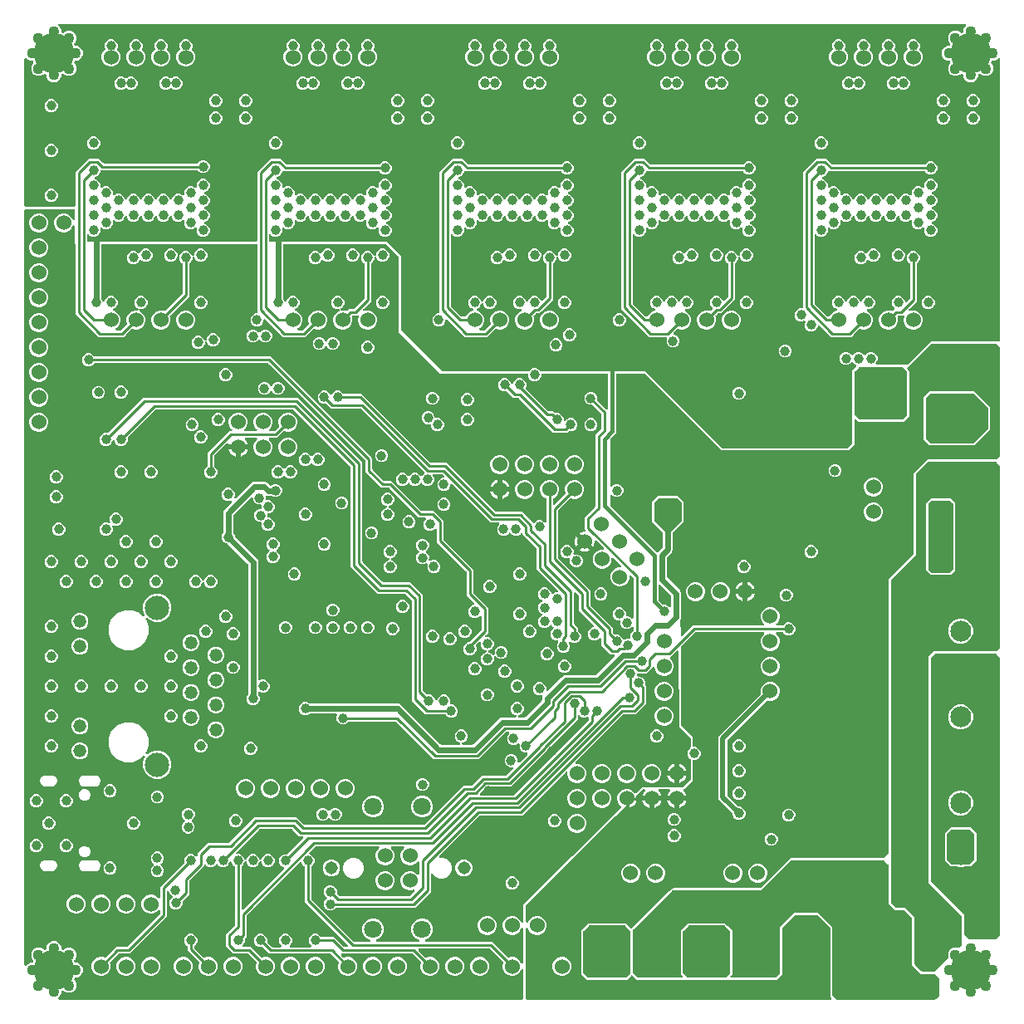
<source format=gbr>
G04 EAGLE Gerber RS-274X export*
G75*
%MOMM*%
%FSLAX34Y34*%
%LPD*%
%ING2*%
%IPPOS*%
%AMOC8*
5,1,8,0,0,1.08239X$1,22.5*%
G01*
%ADD10C,1.800000*%
%ADD11C,1.308000*%
%ADD12C,1.524000*%
%ADD13C,2.133600*%
%ADD14C,1.422400*%
%ADD15C,1.320800*%
%ADD16C,2.476500*%
%ADD17C,2.250000*%
%ADD18C,4.116000*%
%ADD19C,1.108000*%
%ADD20C,1.006400*%
%ADD21C,0.254000*%
%ADD22C,0.609600*%
%ADD23C,0.508000*%
%ADD24C,0.406400*%

G36*
X10278Y-494776D02*
X10278Y-494776D01*
X10397Y-494769D01*
X10435Y-494756D01*
X10476Y-494751D01*
X10586Y-494708D01*
X10699Y-494671D01*
X10734Y-494649D01*
X10771Y-494634D01*
X10867Y-494565D01*
X10968Y-494501D01*
X10996Y-494471D01*
X11029Y-494448D01*
X11105Y-494356D01*
X11186Y-494269D01*
X11206Y-494234D01*
X11231Y-494203D01*
X11282Y-494095D01*
X11340Y-493991D01*
X11350Y-493951D01*
X11367Y-493915D01*
X11389Y-493798D01*
X11419Y-493683D01*
X11423Y-493623D01*
X11427Y-493603D01*
X11425Y-493582D01*
X11429Y-493522D01*
X11429Y-465022D01*
X11421Y-464953D01*
X11422Y-464883D01*
X11401Y-464796D01*
X11389Y-464707D01*
X11364Y-464642D01*
X11347Y-464574D01*
X11305Y-464494D01*
X11272Y-464411D01*
X11231Y-464354D01*
X11199Y-464293D01*
X11138Y-464226D01*
X11086Y-464154D01*
X11032Y-464109D01*
X10985Y-464057D01*
X10910Y-464008D01*
X10841Y-463951D01*
X10777Y-463921D01*
X10719Y-463883D01*
X10634Y-463853D01*
X10553Y-463815D01*
X10484Y-463802D01*
X10418Y-463779D01*
X10329Y-463772D01*
X10241Y-463755D01*
X10171Y-463760D01*
X10101Y-463754D01*
X10013Y-463770D01*
X9923Y-463775D01*
X9857Y-463797D01*
X9788Y-463809D01*
X9706Y-463846D01*
X9621Y-463873D01*
X9562Y-463911D01*
X9498Y-463939D01*
X9428Y-463995D01*
X9352Y-464043D01*
X9304Y-464094D01*
X9250Y-464138D01*
X9196Y-464209D01*
X9134Y-464275D01*
X9100Y-464336D01*
X9058Y-464392D01*
X8987Y-464536D01*
X8183Y-466478D01*
X5468Y-469193D01*
X1920Y-470663D01*
X-1920Y-470663D01*
X-5468Y-469193D01*
X-8183Y-466478D01*
X-9653Y-462930D01*
X-9653Y-459090D01*
X-9080Y-457708D01*
X-9073Y-457680D01*
X-9059Y-457654D01*
X-9031Y-457527D01*
X-8997Y-457402D01*
X-8996Y-457372D01*
X-8990Y-457343D01*
X-8994Y-457214D01*
X-8991Y-457084D01*
X-8998Y-457055D01*
X-8999Y-457025D01*
X-9035Y-456901D01*
X-9066Y-456774D01*
X-9079Y-456748D01*
X-9088Y-456720D01*
X-9154Y-456608D01*
X-9214Y-456493D01*
X-9234Y-456471D01*
X-9249Y-456446D01*
X-9356Y-456325D01*
X-22586Y-443094D01*
X-22665Y-443034D01*
X-22737Y-442966D01*
X-22790Y-442937D01*
X-22838Y-442900D01*
X-22929Y-442860D01*
X-23015Y-442812D01*
X-23074Y-442797D01*
X-23129Y-442773D01*
X-23227Y-442758D01*
X-23323Y-442733D01*
X-23423Y-442727D01*
X-23444Y-442723D01*
X-23456Y-442725D01*
X-23484Y-442723D01*
X-94372Y-442723D01*
X-94510Y-442740D01*
X-94649Y-442753D01*
X-94668Y-442760D01*
X-94688Y-442763D01*
X-94817Y-442814D01*
X-94948Y-442861D01*
X-94965Y-442872D01*
X-94983Y-442880D01*
X-95096Y-442961D01*
X-95211Y-443039D01*
X-95224Y-443055D01*
X-95241Y-443066D01*
X-95330Y-443174D01*
X-95422Y-443278D01*
X-95431Y-443296D01*
X-95444Y-443311D01*
X-95503Y-443437D01*
X-95566Y-443561D01*
X-95571Y-443581D01*
X-95579Y-443599D01*
X-95605Y-443735D01*
X-95636Y-443871D01*
X-95635Y-443892D01*
X-95639Y-443911D01*
X-95630Y-444050D01*
X-95626Y-444189D01*
X-95620Y-444209D01*
X-95619Y-444229D01*
X-95576Y-444361D01*
X-95538Y-444495D01*
X-95527Y-444512D01*
X-95521Y-444531D01*
X-95447Y-444649D01*
X-95376Y-444769D01*
X-95358Y-444790D01*
X-95351Y-444800D01*
X-95336Y-444814D01*
X-95270Y-444889D01*
X-88505Y-451654D01*
X-88481Y-451673D01*
X-88462Y-451695D01*
X-88356Y-451770D01*
X-88254Y-451849D01*
X-88226Y-451861D01*
X-88202Y-451878D01*
X-88081Y-451924D01*
X-87962Y-451976D01*
X-87933Y-451980D01*
X-87905Y-451991D01*
X-87776Y-452005D01*
X-87648Y-452026D01*
X-87618Y-452023D01*
X-87589Y-452026D01*
X-87460Y-452008D01*
X-87331Y-451996D01*
X-87303Y-451986D01*
X-87274Y-451982D01*
X-87122Y-451930D01*
X-85740Y-451357D01*
X-81900Y-451357D01*
X-78352Y-452827D01*
X-75637Y-455542D01*
X-74167Y-459090D01*
X-74167Y-462930D01*
X-75637Y-466478D01*
X-78352Y-469193D01*
X-81900Y-470663D01*
X-85740Y-470663D01*
X-89288Y-469193D01*
X-92003Y-466478D01*
X-93473Y-462930D01*
X-93473Y-459090D01*
X-92900Y-457708D01*
X-92893Y-457680D01*
X-92879Y-457654D01*
X-92851Y-457527D01*
X-92817Y-457402D01*
X-92816Y-457372D01*
X-92810Y-457343D01*
X-92814Y-457214D01*
X-92811Y-457084D01*
X-92818Y-457055D01*
X-92819Y-457025D01*
X-92855Y-456901D01*
X-92886Y-456774D01*
X-92899Y-456748D01*
X-92908Y-456720D01*
X-92973Y-456608D01*
X-93034Y-456493D01*
X-93054Y-456471D01*
X-93069Y-456446D01*
X-93176Y-456325D01*
X-101326Y-448174D01*
X-101405Y-448114D01*
X-101477Y-448046D01*
X-101530Y-448017D01*
X-101578Y-447980D01*
X-101669Y-447940D01*
X-101755Y-447892D01*
X-101814Y-447877D01*
X-101869Y-447853D01*
X-101967Y-447838D01*
X-102063Y-447813D01*
X-102163Y-447807D01*
X-102184Y-447803D01*
X-102196Y-447805D01*
X-102224Y-447803D01*
X-173112Y-447803D01*
X-173250Y-447820D01*
X-173389Y-447833D01*
X-173408Y-447840D01*
X-173428Y-447843D01*
X-173557Y-447894D01*
X-173688Y-447941D01*
X-173705Y-447952D01*
X-173723Y-447960D01*
X-173836Y-448041D01*
X-173951Y-448119D01*
X-173964Y-448135D01*
X-173981Y-448146D01*
X-174070Y-448254D01*
X-174162Y-448358D01*
X-174171Y-448376D01*
X-174184Y-448391D01*
X-174243Y-448517D01*
X-174306Y-448641D01*
X-174311Y-448661D01*
X-174319Y-448679D01*
X-174345Y-448815D01*
X-174376Y-448951D01*
X-174375Y-448972D01*
X-174379Y-448991D01*
X-174370Y-449130D01*
X-174366Y-449269D01*
X-174360Y-449289D01*
X-174359Y-449309D01*
X-174316Y-449441D01*
X-174278Y-449575D01*
X-174267Y-449592D01*
X-174261Y-449611D01*
X-174187Y-449729D01*
X-174116Y-449849D01*
X-174098Y-449870D01*
X-174091Y-449880D01*
X-174076Y-449894D01*
X-174010Y-449969D01*
X-172325Y-451654D01*
X-172301Y-451673D01*
X-172282Y-451695D01*
X-172176Y-451770D01*
X-172074Y-451849D01*
X-172046Y-451861D01*
X-172022Y-451878D01*
X-171901Y-451924D01*
X-171782Y-451976D01*
X-171753Y-451980D01*
X-171725Y-451991D01*
X-171596Y-452005D01*
X-171468Y-452026D01*
X-171438Y-452023D01*
X-171409Y-452026D01*
X-171280Y-452008D01*
X-171151Y-451996D01*
X-171123Y-451986D01*
X-171094Y-451982D01*
X-170942Y-451930D01*
X-169560Y-451357D01*
X-165720Y-451357D01*
X-162172Y-452827D01*
X-159457Y-455542D01*
X-157987Y-459090D01*
X-157987Y-462930D01*
X-159457Y-466478D01*
X-162172Y-469193D01*
X-165720Y-470663D01*
X-169560Y-470663D01*
X-173108Y-469193D01*
X-175823Y-466478D01*
X-177293Y-462930D01*
X-177293Y-459090D01*
X-176720Y-457708D01*
X-176713Y-457680D01*
X-176699Y-457654D01*
X-176671Y-457527D01*
X-176637Y-457402D01*
X-176636Y-457372D01*
X-176630Y-457343D01*
X-176634Y-457214D01*
X-176631Y-457084D01*
X-176638Y-457055D01*
X-176639Y-457025D01*
X-176675Y-456901D01*
X-176706Y-456774D01*
X-176719Y-456748D01*
X-176728Y-456720D01*
X-176793Y-456608D01*
X-176854Y-456493D01*
X-176874Y-456471D01*
X-176889Y-456446D01*
X-176996Y-456325D01*
X-184940Y-448380D01*
X-185019Y-448320D01*
X-185091Y-448252D01*
X-185144Y-448223D01*
X-185192Y-448186D01*
X-185283Y-448146D01*
X-185369Y-448098D01*
X-185428Y-448083D01*
X-185483Y-448059D01*
X-185581Y-448044D01*
X-185677Y-448019D01*
X-185777Y-448013D01*
X-185798Y-448009D01*
X-185810Y-448011D01*
X-185838Y-448009D01*
X-247542Y-448009D01*
X-254282Y-441268D01*
X-254361Y-441208D01*
X-254433Y-441140D01*
X-254486Y-441111D01*
X-254534Y-441074D01*
X-254625Y-441034D01*
X-254711Y-440986D01*
X-254770Y-440971D01*
X-254825Y-440947D01*
X-254923Y-440932D01*
X-255019Y-440907D01*
X-255119Y-440901D01*
X-255140Y-440897D01*
X-255152Y-440899D01*
X-255180Y-440897D01*
X-257844Y-440897D01*
X-260254Y-439899D01*
X-262099Y-438054D01*
X-263097Y-435644D01*
X-263097Y-433036D01*
X-262099Y-430626D01*
X-260254Y-428781D01*
X-257844Y-427783D01*
X-255236Y-427783D01*
X-252826Y-428781D01*
X-250981Y-430626D01*
X-249983Y-433036D01*
X-249983Y-435700D01*
X-249971Y-435798D01*
X-249968Y-435897D01*
X-249951Y-435956D01*
X-249943Y-436016D01*
X-249907Y-436108D01*
X-249879Y-436203D01*
X-249849Y-436255D01*
X-249826Y-436311D01*
X-249768Y-436391D01*
X-249718Y-436477D01*
X-249652Y-436552D01*
X-249640Y-436569D01*
X-249630Y-436577D01*
X-249612Y-436598D01*
X-245178Y-441032D01*
X-245099Y-441092D01*
X-245027Y-441160D01*
X-244974Y-441189D01*
X-244926Y-441226D01*
X-244835Y-441266D01*
X-244749Y-441314D01*
X-244690Y-441329D01*
X-244635Y-441353D01*
X-244537Y-441368D01*
X-244441Y-441393D01*
X-244341Y-441399D01*
X-244320Y-441403D01*
X-244308Y-441401D01*
X-244280Y-441403D01*
X-236414Y-441403D01*
X-236276Y-441386D01*
X-236137Y-441373D01*
X-236118Y-441366D01*
X-236098Y-441363D01*
X-235969Y-441312D01*
X-235838Y-441265D01*
X-235821Y-441254D01*
X-235802Y-441246D01*
X-235690Y-441165D01*
X-235575Y-441087D01*
X-235561Y-441071D01*
X-235545Y-441060D01*
X-235456Y-440952D01*
X-235364Y-440848D01*
X-235355Y-440830D01*
X-235342Y-440815D01*
X-235283Y-440689D01*
X-235220Y-440565D01*
X-235215Y-440545D01*
X-235207Y-440527D01*
X-235181Y-440390D01*
X-235150Y-440255D01*
X-235151Y-440234D01*
X-235147Y-440215D01*
X-235156Y-440076D01*
X-235160Y-439937D01*
X-235165Y-439917D01*
X-235167Y-439897D01*
X-235209Y-439765D01*
X-235248Y-439631D01*
X-235258Y-439614D01*
X-235265Y-439595D01*
X-235339Y-439477D01*
X-235410Y-439357D01*
X-235428Y-439336D01*
X-235435Y-439326D01*
X-235450Y-439312D01*
X-235516Y-439237D01*
X-236699Y-438054D01*
X-237697Y-435644D01*
X-237697Y-433036D01*
X-236699Y-430626D01*
X-234854Y-428781D01*
X-232444Y-427783D01*
X-229836Y-427783D01*
X-227426Y-428781D01*
X-225581Y-430626D01*
X-224583Y-433036D01*
X-224583Y-435644D01*
X-225581Y-438054D01*
X-226764Y-439237D01*
X-226849Y-439346D01*
X-226938Y-439453D01*
X-226946Y-439472D01*
X-226959Y-439488D01*
X-227014Y-439615D01*
X-227073Y-439741D01*
X-227077Y-439761D01*
X-227085Y-439780D01*
X-227107Y-439918D01*
X-227133Y-440054D01*
X-227132Y-440074D01*
X-227135Y-440094D01*
X-227122Y-440233D01*
X-227113Y-440371D01*
X-227107Y-440390D01*
X-227105Y-440410D01*
X-227058Y-440542D01*
X-227015Y-440673D01*
X-227005Y-440691D01*
X-226998Y-440710D01*
X-226920Y-440825D01*
X-226845Y-440942D01*
X-226830Y-440956D01*
X-226819Y-440973D01*
X-226715Y-441065D01*
X-226614Y-441160D01*
X-226596Y-441170D01*
X-226581Y-441183D01*
X-226457Y-441247D01*
X-226335Y-441314D01*
X-226315Y-441319D01*
X-226297Y-441328D01*
X-226162Y-441358D01*
X-226027Y-441393D01*
X-225999Y-441395D01*
X-225987Y-441398D01*
X-225967Y-441397D01*
X-225866Y-441403D01*
X-205934Y-441403D01*
X-205796Y-441386D01*
X-205657Y-441373D01*
X-205638Y-441366D01*
X-205618Y-441363D01*
X-205489Y-441312D01*
X-205358Y-441265D01*
X-205341Y-441254D01*
X-205322Y-441246D01*
X-205210Y-441165D01*
X-205095Y-441087D01*
X-205081Y-441071D01*
X-205065Y-441060D01*
X-204976Y-440952D01*
X-204884Y-440848D01*
X-204875Y-440830D01*
X-204862Y-440815D01*
X-204803Y-440689D01*
X-204740Y-440565D01*
X-204735Y-440545D01*
X-204727Y-440527D01*
X-204701Y-440390D01*
X-204670Y-440255D01*
X-204671Y-440234D01*
X-204667Y-440215D01*
X-204676Y-440076D01*
X-204680Y-439937D01*
X-204685Y-439917D01*
X-204687Y-439897D01*
X-204729Y-439765D01*
X-204768Y-439631D01*
X-204778Y-439614D01*
X-204785Y-439595D01*
X-204859Y-439477D01*
X-204930Y-439357D01*
X-204948Y-439336D01*
X-204955Y-439326D01*
X-204970Y-439312D01*
X-205036Y-439237D01*
X-206219Y-438054D01*
X-207217Y-435644D01*
X-207217Y-433036D01*
X-206219Y-430626D01*
X-204374Y-428781D01*
X-201964Y-427783D01*
X-199356Y-427783D01*
X-196946Y-428781D01*
X-195062Y-430666D01*
X-194984Y-430726D01*
X-194911Y-430794D01*
X-194858Y-430823D01*
X-194811Y-430860D01*
X-194720Y-430900D01*
X-194633Y-430948D01*
X-194574Y-430963D01*
X-194519Y-430987D01*
X-194421Y-431002D01*
X-194325Y-431027D01*
X-194225Y-431033D01*
X-194205Y-431037D01*
X-194192Y-431035D01*
X-194164Y-431037D01*
X-181512Y-431037D01*
X-179206Y-433344D01*
X-171724Y-440826D01*
X-171645Y-440886D01*
X-171573Y-440954D01*
X-171520Y-440983D01*
X-171472Y-441020D01*
X-171381Y-441060D01*
X-171295Y-441108D01*
X-171236Y-441123D01*
X-171181Y-441147D01*
X-171083Y-441162D01*
X-170987Y-441187D01*
X-170887Y-441193D01*
X-170867Y-441197D01*
X-170854Y-441195D01*
X-170826Y-441197D01*
X-168518Y-441197D01*
X-168380Y-441180D01*
X-168241Y-441167D01*
X-168222Y-441160D01*
X-168202Y-441157D01*
X-168073Y-441106D01*
X-167942Y-441059D01*
X-167925Y-441048D01*
X-167907Y-441040D01*
X-167794Y-440959D01*
X-167679Y-440881D01*
X-167666Y-440865D01*
X-167649Y-440854D01*
X-167561Y-440746D01*
X-167468Y-440642D01*
X-167459Y-440624D01*
X-167446Y-440609D01*
X-167387Y-440483D01*
X-167324Y-440359D01*
X-167319Y-440339D01*
X-167311Y-440321D01*
X-167285Y-440185D01*
X-167254Y-440049D01*
X-167255Y-440028D01*
X-167251Y-440009D01*
X-167260Y-439870D01*
X-167264Y-439731D01*
X-167270Y-439711D01*
X-167271Y-439691D01*
X-167314Y-439559D01*
X-167352Y-439425D01*
X-167363Y-439408D01*
X-167369Y-439389D01*
X-167443Y-439271D01*
X-167514Y-439151D01*
X-167532Y-439130D01*
X-167539Y-439120D01*
X-167554Y-439106D01*
X-167620Y-439031D01*
X-209276Y-397374D01*
X-211583Y-395068D01*
X-211583Y-359556D01*
X-211595Y-359457D01*
X-211598Y-359358D01*
X-211615Y-359300D01*
X-211623Y-359240D01*
X-211659Y-359148D01*
X-211687Y-359053D01*
X-211717Y-359001D01*
X-211740Y-358944D01*
X-211798Y-358864D01*
X-211848Y-358779D01*
X-211914Y-358704D01*
X-211926Y-358687D01*
X-211936Y-358679D01*
X-211954Y-358658D01*
X-213839Y-356774D01*
X-214551Y-355054D01*
X-214576Y-355011D01*
X-214593Y-354964D01*
X-214654Y-354873D01*
X-214709Y-354778D01*
X-214743Y-354742D01*
X-214771Y-354701D01*
X-214854Y-354628D01*
X-214930Y-354549D01*
X-214972Y-354523D01*
X-215010Y-354490D01*
X-215107Y-354440D01*
X-215201Y-354383D01*
X-215248Y-354368D01*
X-215293Y-354346D01*
X-215400Y-354322D01*
X-215505Y-354289D01*
X-215555Y-354287D01*
X-215603Y-354276D01*
X-215713Y-354279D01*
X-215823Y-354274D01*
X-215871Y-354284D01*
X-215921Y-354286D01*
X-216026Y-354316D01*
X-216134Y-354338D01*
X-216179Y-354360D01*
X-216226Y-354374D01*
X-216321Y-354430D01*
X-216420Y-354478D01*
X-216458Y-354510D01*
X-216500Y-354536D01*
X-216621Y-354642D01*
X-270646Y-408666D01*
X-270706Y-408745D01*
X-270774Y-408817D01*
X-270803Y-408870D01*
X-270840Y-408918D01*
X-270880Y-409009D01*
X-270928Y-409095D01*
X-270943Y-409154D01*
X-270967Y-409209D01*
X-270982Y-409307D01*
X-271007Y-409403D01*
X-271013Y-409503D01*
X-271017Y-409524D01*
X-271015Y-409536D01*
X-271017Y-409564D01*
X-271017Y-430628D01*
X-272472Y-432082D01*
X-272532Y-432161D01*
X-272600Y-432233D01*
X-272629Y-432286D01*
X-272666Y-432334D01*
X-272706Y-432425D01*
X-272754Y-432511D01*
X-272769Y-432570D01*
X-272793Y-432625D01*
X-272808Y-432723D01*
X-272833Y-432819D01*
X-272839Y-432919D01*
X-272843Y-432940D01*
X-272841Y-432952D01*
X-272843Y-432980D01*
X-272843Y-435644D01*
X-273841Y-438054D01*
X-274818Y-439031D01*
X-274903Y-439140D01*
X-274992Y-439247D01*
X-275000Y-439266D01*
X-275013Y-439282D01*
X-275068Y-439409D01*
X-275127Y-439535D01*
X-275131Y-439555D01*
X-275139Y-439574D01*
X-275161Y-439712D01*
X-275187Y-439848D01*
X-275186Y-439868D01*
X-275189Y-439888D01*
X-275176Y-440027D01*
X-275167Y-440165D01*
X-275161Y-440184D01*
X-275159Y-440204D01*
X-275112Y-440336D01*
X-275069Y-440467D01*
X-275059Y-440485D01*
X-275052Y-440504D01*
X-274974Y-440619D01*
X-274899Y-440736D01*
X-274884Y-440750D01*
X-274873Y-440767D01*
X-274769Y-440859D01*
X-274668Y-440954D01*
X-274650Y-440964D01*
X-274635Y-440977D01*
X-274511Y-441040D01*
X-274389Y-441108D01*
X-274369Y-441113D01*
X-274351Y-441122D01*
X-274216Y-441152D01*
X-274081Y-441187D01*
X-274053Y-441189D01*
X-274041Y-441192D01*
X-274021Y-441191D01*
X-273920Y-441197D01*
X-266602Y-441197D01*
X-264296Y-443504D01*
X-256145Y-451654D01*
X-256121Y-451673D01*
X-256102Y-451695D01*
X-255996Y-451770D01*
X-255894Y-451849D01*
X-255866Y-451861D01*
X-255842Y-451878D01*
X-255721Y-451924D01*
X-255602Y-451976D01*
X-255573Y-451980D01*
X-255545Y-451991D01*
X-255416Y-452005D01*
X-255288Y-452026D01*
X-255258Y-452023D01*
X-255229Y-452026D01*
X-255100Y-452008D01*
X-254971Y-451996D01*
X-254943Y-451986D01*
X-254914Y-451982D01*
X-254762Y-451930D01*
X-253380Y-451357D01*
X-249540Y-451357D01*
X-245992Y-452827D01*
X-243277Y-455542D01*
X-241807Y-459090D01*
X-241807Y-462930D01*
X-243277Y-466478D01*
X-245992Y-469193D01*
X-249540Y-470663D01*
X-253380Y-470663D01*
X-256928Y-469193D01*
X-259643Y-466478D01*
X-261113Y-462930D01*
X-261113Y-459090D01*
X-260540Y-457708D01*
X-260533Y-457680D01*
X-260519Y-457654D01*
X-260491Y-457527D01*
X-260457Y-457402D01*
X-260456Y-457372D01*
X-260450Y-457343D01*
X-260454Y-457214D01*
X-260451Y-457084D01*
X-260458Y-457055D01*
X-260459Y-457025D01*
X-260495Y-456901D01*
X-260526Y-456774D01*
X-260539Y-456748D01*
X-260548Y-456720D01*
X-260613Y-456608D01*
X-260674Y-456493D01*
X-260694Y-456471D01*
X-260709Y-456446D01*
X-260816Y-456325D01*
X-268966Y-448174D01*
X-269045Y-448114D01*
X-269117Y-448046D01*
X-269170Y-448017D01*
X-269218Y-447980D01*
X-269309Y-447940D01*
X-269395Y-447892D01*
X-269454Y-447877D01*
X-269509Y-447853D01*
X-269607Y-447838D01*
X-269703Y-447813D01*
X-269803Y-447807D01*
X-269824Y-447803D01*
X-269836Y-447805D01*
X-269864Y-447803D01*
X-284578Y-447803D01*
X-291593Y-440788D01*
X-291593Y-427892D01*
X-283074Y-419374D01*
X-283014Y-419295D01*
X-282946Y-419223D01*
X-282917Y-419170D01*
X-282880Y-419122D01*
X-282840Y-419031D01*
X-282792Y-418945D01*
X-282777Y-418886D01*
X-282753Y-418831D01*
X-282738Y-418733D01*
X-282713Y-418637D01*
X-282707Y-418537D01*
X-282703Y-418516D01*
X-282705Y-418504D01*
X-282703Y-418476D01*
X-282703Y-359556D01*
X-282715Y-359457D01*
X-282718Y-359358D01*
X-282735Y-359300D01*
X-282743Y-359240D01*
X-282779Y-359148D01*
X-282807Y-359053D01*
X-282837Y-359001D01*
X-282860Y-358944D01*
X-282918Y-358864D01*
X-282968Y-358779D01*
X-283034Y-358704D01*
X-283046Y-358687D01*
X-283056Y-358679D01*
X-283074Y-358658D01*
X-284959Y-356774D01*
X-285805Y-354731D01*
X-285873Y-354611D01*
X-285939Y-354488D01*
X-285952Y-354473D01*
X-285962Y-354455D01*
X-286059Y-354355D01*
X-286153Y-354252D01*
X-286169Y-354241D01*
X-286184Y-354227D01*
X-286302Y-354154D01*
X-286418Y-354077D01*
X-286437Y-354071D01*
X-286455Y-354060D01*
X-286587Y-354019D01*
X-286719Y-353974D01*
X-286739Y-353973D01*
X-286759Y-353967D01*
X-286897Y-353960D01*
X-287036Y-353949D01*
X-287056Y-353953D01*
X-287076Y-353952D01*
X-287212Y-353980D01*
X-287349Y-354003D01*
X-287368Y-354012D01*
X-287388Y-354016D01*
X-287513Y-354077D01*
X-287639Y-354134D01*
X-287655Y-354147D01*
X-287673Y-354156D01*
X-287779Y-354246D01*
X-287888Y-354333D01*
X-287900Y-354349D01*
X-287915Y-354362D01*
X-287995Y-354475D01*
X-288079Y-354587D01*
X-288091Y-354612D01*
X-288098Y-354622D01*
X-288106Y-354641D01*
X-288150Y-354731D01*
X-289081Y-356980D01*
X-290926Y-358825D01*
X-293336Y-359823D01*
X-295944Y-359823D01*
X-298354Y-358825D01*
X-300195Y-356983D01*
X-300290Y-356910D01*
X-300379Y-356831D01*
X-300415Y-356813D01*
X-300447Y-356788D01*
X-300556Y-356741D01*
X-300662Y-356687D01*
X-300701Y-356678D01*
X-300739Y-356662D01*
X-300856Y-356643D01*
X-300972Y-356617D01*
X-301013Y-356618D01*
X-301053Y-356612D01*
X-301171Y-356623D01*
X-301290Y-356627D01*
X-301329Y-356638D01*
X-301369Y-356642D01*
X-301482Y-356682D01*
X-301596Y-356715D01*
X-301630Y-356736D01*
X-301669Y-356749D01*
X-301767Y-356816D01*
X-301870Y-356877D01*
X-301915Y-356917D01*
X-301932Y-356928D01*
X-301945Y-356943D01*
X-301990Y-356983D01*
X-303626Y-358619D01*
X-306036Y-359617D01*
X-308644Y-359617D01*
X-311054Y-358619D01*
X-312031Y-357642D01*
X-312140Y-357557D01*
X-312247Y-357468D01*
X-312266Y-357460D01*
X-312282Y-357447D01*
X-312409Y-357392D01*
X-312535Y-357333D01*
X-312555Y-357329D01*
X-312574Y-357321D01*
X-312712Y-357299D01*
X-312848Y-357273D01*
X-312868Y-357274D01*
X-312888Y-357271D01*
X-313027Y-357284D01*
X-313165Y-357293D01*
X-313184Y-357299D01*
X-313204Y-357301D01*
X-313336Y-357348D01*
X-313467Y-357391D01*
X-313485Y-357401D01*
X-313504Y-357408D01*
X-313619Y-357486D01*
X-313736Y-357561D01*
X-313750Y-357576D01*
X-313767Y-357587D01*
X-313859Y-357691D01*
X-313954Y-357792D01*
X-313964Y-357810D01*
X-313977Y-357825D01*
X-314040Y-357949D01*
X-314108Y-358071D01*
X-314113Y-358091D01*
X-314122Y-358109D01*
X-314137Y-358178D01*
X-329066Y-373106D01*
X-329126Y-373185D01*
X-329194Y-373257D01*
X-329223Y-373310D01*
X-329260Y-373358D01*
X-329300Y-373449D01*
X-329348Y-373535D01*
X-329363Y-373594D01*
X-329387Y-373649D01*
X-329402Y-373747D01*
X-329427Y-373843D01*
X-329433Y-373943D01*
X-329437Y-373964D01*
X-329435Y-373976D01*
X-329437Y-374004D01*
X-329437Y-387448D01*
X-335972Y-393982D01*
X-336032Y-394061D01*
X-336100Y-394133D01*
X-336129Y-394186D01*
X-336166Y-394234D01*
X-336206Y-394325D01*
X-336254Y-394411D01*
X-336269Y-394470D01*
X-336293Y-394525D01*
X-336308Y-394623D01*
X-336333Y-394719D01*
X-336339Y-394819D01*
X-336343Y-394840D01*
X-336341Y-394852D01*
X-336343Y-394880D01*
X-336343Y-397544D01*
X-337341Y-399954D01*
X-339186Y-401799D01*
X-341596Y-402797D01*
X-344204Y-402797D01*
X-346614Y-401799D01*
X-348459Y-399954D01*
X-349457Y-397544D01*
X-349457Y-394936D01*
X-348459Y-392526D01*
X-346636Y-390703D01*
X-346605Y-390664D01*
X-346569Y-390631D01*
X-346508Y-390539D01*
X-346441Y-390452D01*
X-346421Y-390406D01*
X-346394Y-390365D01*
X-346358Y-390261D01*
X-346315Y-390160D01*
X-346307Y-390111D01*
X-346291Y-390064D01*
X-346282Y-389955D01*
X-346265Y-389846D01*
X-346270Y-389796D01*
X-346266Y-389747D01*
X-346284Y-389639D01*
X-346295Y-389530D01*
X-346311Y-389483D01*
X-346320Y-389434D01*
X-346365Y-389334D01*
X-346402Y-389230D01*
X-346430Y-389189D01*
X-346451Y-389144D01*
X-346519Y-389058D01*
X-346581Y-388967D01*
X-346618Y-388934D01*
X-346649Y-388895D01*
X-346737Y-388829D01*
X-346819Y-388757D01*
X-346864Y-388734D01*
X-346903Y-388704D01*
X-347048Y-388633D01*
X-347310Y-388525D01*
X-349155Y-386680D01*
X-349855Y-384988D01*
X-349890Y-384928D01*
X-349916Y-384863D01*
X-349968Y-384790D01*
X-350013Y-384712D01*
X-350061Y-384662D01*
X-350102Y-384605D01*
X-350172Y-384548D01*
X-350234Y-384483D01*
X-350294Y-384447D01*
X-350347Y-384402D01*
X-350429Y-384364D01*
X-350505Y-384317D01*
X-350572Y-384297D01*
X-350635Y-384267D01*
X-350723Y-384250D01*
X-350809Y-384224D01*
X-350879Y-384220D01*
X-350948Y-384207D01*
X-351037Y-384213D01*
X-351127Y-384208D01*
X-351195Y-384223D01*
X-351265Y-384227D01*
X-351350Y-384255D01*
X-351438Y-384273D01*
X-351501Y-384303D01*
X-351567Y-384325D01*
X-351643Y-384373D01*
X-351724Y-384412D01*
X-351777Y-384458D01*
X-351836Y-384495D01*
X-351898Y-384561D01*
X-351966Y-384619D01*
X-352006Y-384676D01*
X-352054Y-384727D01*
X-352097Y-384805D01*
X-352149Y-384879D01*
X-352174Y-384944D01*
X-352208Y-385005D01*
X-352230Y-385092D01*
X-352262Y-385176D01*
X-352270Y-385246D01*
X-352287Y-385313D01*
X-352297Y-385474D01*
X-352297Y-410308D01*
X-389792Y-447803D01*
X-400696Y-447803D01*
X-400794Y-447815D01*
X-400893Y-447818D01*
X-400952Y-447835D01*
X-401012Y-447843D01*
X-401104Y-447879D01*
X-401199Y-447907D01*
X-401251Y-447937D01*
X-401307Y-447960D01*
X-401387Y-448018D01*
X-401473Y-448068D01*
X-401548Y-448134D01*
X-401565Y-448146D01*
X-401573Y-448156D01*
X-401594Y-448174D01*
X-409744Y-456325D01*
X-409763Y-456349D01*
X-409785Y-456368D01*
X-409860Y-456474D01*
X-409939Y-456576D01*
X-409951Y-456604D01*
X-409968Y-456628D01*
X-410014Y-456749D01*
X-410066Y-456868D01*
X-410070Y-456897D01*
X-410081Y-456925D01*
X-410095Y-457054D01*
X-410116Y-457182D01*
X-410113Y-457212D01*
X-410116Y-457241D01*
X-410098Y-457370D01*
X-410086Y-457499D01*
X-410076Y-457527D01*
X-410072Y-457556D01*
X-410020Y-457708D01*
X-409447Y-459090D01*
X-409447Y-462930D01*
X-410917Y-466478D01*
X-413632Y-469193D01*
X-417180Y-470663D01*
X-421020Y-470663D01*
X-424568Y-469193D01*
X-427283Y-466478D01*
X-428753Y-462930D01*
X-428753Y-459090D01*
X-427283Y-455542D01*
X-424568Y-452827D01*
X-421020Y-451357D01*
X-417180Y-451357D01*
X-415798Y-451930D01*
X-415770Y-451937D01*
X-415744Y-451951D01*
X-415617Y-451979D01*
X-415492Y-452013D01*
X-415462Y-452014D01*
X-415433Y-452020D01*
X-415304Y-452016D01*
X-415174Y-452019D01*
X-415145Y-452012D01*
X-415115Y-452011D01*
X-414991Y-451975D01*
X-414864Y-451944D01*
X-414838Y-451931D01*
X-414810Y-451922D01*
X-414698Y-451857D01*
X-414583Y-451796D01*
X-414561Y-451776D01*
X-414536Y-451761D01*
X-414415Y-451654D01*
X-403958Y-441197D01*
X-393054Y-441197D01*
X-392956Y-441185D01*
X-392857Y-441182D01*
X-392798Y-441165D01*
X-392738Y-441157D01*
X-392646Y-441121D01*
X-392551Y-441093D01*
X-392499Y-441063D01*
X-392443Y-441040D01*
X-392363Y-440982D01*
X-392277Y-440932D01*
X-392202Y-440866D01*
X-392185Y-440854D01*
X-392177Y-440844D01*
X-392156Y-440826D01*
X-359274Y-407944D01*
X-359214Y-407865D01*
X-359146Y-407793D01*
X-359117Y-407740D01*
X-359080Y-407692D01*
X-359040Y-407601D01*
X-358992Y-407515D01*
X-358977Y-407456D01*
X-358953Y-407401D01*
X-358938Y-407303D01*
X-358913Y-407207D01*
X-358907Y-407107D01*
X-358903Y-407086D01*
X-358905Y-407074D01*
X-358903Y-407046D01*
X-358903Y-404828D01*
X-358920Y-404691D01*
X-358933Y-404552D01*
X-358940Y-404532D01*
X-358943Y-404512D01*
X-358994Y-404384D01*
X-359041Y-404252D01*
X-359052Y-404236D01*
X-359060Y-404217D01*
X-359141Y-404104D01*
X-359219Y-403989D01*
X-359235Y-403976D01*
X-359246Y-403959D01*
X-359354Y-403871D01*
X-359458Y-403779D01*
X-359476Y-403770D01*
X-359491Y-403757D01*
X-359617Y-403697D01*
X-359741Y-403634D01*
X-359761Y-403630D01*
X-359779Y-403621D01*
X-359916Y-403595D01*
X-360051Y-403564D01*
X-360072Y-403565D01*
X-360091Y-403561D01*
X-360230Y-403570D01*
X-360369Y-403574D01*
X-360389Y-403580D01*
X-360409Y-403581D01*
X-360541Y-403624D01*
X-360675Y-403663D01*
X-360692Y-403673D01*
X-360711Y-403679D01*
X-360829Y-403754D01*
X-360949Y-403824D01*
X-360970Y-403843D01*
X-360980Y-403849D01*
X-360994Y-403864D01*
X-361069Y-403930D01*
X-362832Y-405693D01*
X-366380Y-407163D01*
X-370220Y-407163D01*
X-373768Y-405693D01*
X-376483Y-402978D01*
X-377953Y-399430D01*
X-377953Y-395590D01*
X-376483Y-392042D01*
X-373768Y-389327D01*
X-370220Y-387857D01*
X-366380Y-387857D01*
X-362832Y-389327D01*
X-361069Y-391090D01*
X-360960Y-391175D01*
X-360853Y-391263D01*
X-360834Y-391272D01*
X-360818Y-391284D01*
X-360690Y-391340D01*
X-360565Y-391399D01*
X-360545Y-391403D01*
X-360526Y-391411D01*
X-360388Y-391433D01*
X-360252Y-391459D01*
X-360232Y-391457D01*
X-360212Y-391461D01*
X-360073Y-391448D01*
X-359935Y-391439D01*
X-359916Y-391433D01*
X-359896Y-391431D01*
X-359764Y-391384D01*
X-359633Y-391341D01*
X-359615Y-391330D01*
X-359596Y-391323D01*
X-359481Y-391245D01*
X-359364Y-391171D01*
X-359350Y-391156D01*
X-359333Y-391145D01*
X-359241Y-391040D01*
X-359146Y-390939D01*
X-359136Y-390921D01*
X-359123Y-390906D01*
X-359059Y-390782D01*
X-358992Y-390661D01*
X-358987Y-390641D01*
X-358978Y-390623D01*
X-358948Y-390487D01*
X-358913Y-390353D01*
X-358911Y-390325D01*
X-358908Y-390313D01*
X-358909Y-390292D01*
X-358903Y-390192D01*
X-358903Y-379632D01*
X-334588Y-355318D01*
X-334528Y-355239D01*
X-334460Y-355167D01*
X-334431Y-355114D01*
X-334394Y-355066D01*
X-334354Y-354975D01*
X-334306Y-354889D01*
X-334291Y-354830D01*
X-334267Y-354775D01*
X-334252Y-354677D01*
X-334227Y-354581D01*
X-334221Y-354481D01*
X-334217Y-354460D01*
X-334219Y-354448D01*
X-334217Y-354420D01*
X-334217Y-351756D01*
X-333219Y-349346D01*
X-331374Y-347501D01*
X-328964Y-346503D01*
X-326356Y-346503D01*
X-323946Y-347501D01*
X-322969Y-348478D01*
X-322883Y-348545D01*
X-322841Y-348584D01*
X-322820Y-348596D01*
X-322753Y-348652D01*
X-322734Y-348660D01*
X-322718Y-348673D01*
X-322591Y-348728D01*
X-322465Y-348787D01*
X-322445Y-348791D01*
X-322426Y-348799D01*
X-322288Y-348821D01*
X-322152Y-348847D01*
X-322132Y-348846D01*
X-322112Y-348849D01*
X-321973Y-348836D01*
X-321835Y-348827D01*
X-321816Y-348821D01*
X-321796Y-348819D01*
X-321664Y-348772D01*
X-321533Y-348729D01*
X-321515Y-348719D01*
X-321496Y-348712D01*
X-321381Y-348634D01*
X-321264Y-348559D01*
X-321250Y-348544D01*
X-321233Y-348533D01*
X-321141Y-348429D01*
X-321046Y-348328D01*
X-321036Y-348310D01*
X-321023Y-348295D01*
X-320960Y-348171D01*
X-320892Y-348049D01*
X-320887Y-348029D01*
X-320878Y-348011D01*
X-320848Y-347876D01*
X-320813Y-347741D01*
X-320811Y-347713D01*
X-320808Y-347701D01*
X-320809Y-347681D01*
X-320807Y-347648D01*
X-320805Y-347639D01*
X-320806Y-347630D01*
X-320803Y-347580D01*
X-320803Y-345458D01*
X-312471Y-337126D01*
X-310164Y-334819D01*
X-289100Y-334819D01*
X-289002Y-334807D01*
X-288903Y-334804D01*
X-288845Y-334787D01*
X-288784Y-334779D01*
X-288692Y-334743D01*
X-288597Y-334715D01*
X-288545Y-334685D01*
X-288489Y-334662D01*
X-288409Y-334604D01*
X-288323Y-334554D01*
X-288248Y-334488D01*
X-288231Y-334476D01*
X-288224Y-334466D01*
X-288202Y-334448D01*
X-262666Y-308911D01*
X-219818Y-308911D01*
X-212364Y-316366D01*
X-212285Y-316426D01*
X-212213Y-316494D01*
X-212160Y-316523D01*
X-212112Y-316560D01*
X-212021Y-316600D01*
X-211935Y-316648D01*
X-211876Y-316663D01*
X-211821Y-316687D01*
X-211723Y-316702D01*
X-211627Y-316727D01*
X-211527Y-316733D01*
X-211506Y-316737D01*
X-211494Y-316735D01*
X-211466Y-316737D01*
X-90794Y-316737D01*
X-90696Y-316725D01*
X-90597Y-316722D01*
X-90538Y-316705D01*
X-90478Y-316697D01*
X-90386Y-316661D01*
X-90291Y-316633D01*
X-90239Y-316603D01*
X-90183Y-316580D01*
X-90103Y-316522D01*
X-90017Y-316472D01*
X-89942Y-316406D01*
X-89925Y-316394D01*
X-89917Y-316384D01*
X-89896Y-316366D01*
X-49882Y-276351D01*
X-41271Y-276351D01*
X-41173Y-276339D01*
X-41074Y-276336D01*
X-41016Y-276319D01*
X-40956Y-276311D01*
X-40864Y-276275D01*
X-40769Y-276247D01*
X-40716Y-276217D01*
X-40660Y-276194D01*
X-40580Y-276136D01*
X-40495Y-276086D01*
X-40419Y-276020D01*
X-40403Y-276008D01*
X-40395Y-275998D01*
X-40374Y-275980D01*
X-30634Y-266239D01*
X-6368Y-266239D01*
X-6270Y-266227D01*
X-6171Y-266224D01*
X-6113Y-266207D01*
X-6053Y-266199D01*
X-5960Y-266163D01*
X-5865Y-266135D01*
X-5813Y-266105D01*
X-5757Y-266082D01*
X-5677Y-266024D01*
X-5591Y-265974D01*
X-5516Y-265908D01*
X-5500Y-265896D01*
X-5492Y-265886D01*
X-5471Y-265868D01*
X467Y-259929D01*
X553Y-259820D01*
X641Y-259713D01*
X650Y-259694D01*
X662Y-259678D01*
X718Y-259550D01*
X777Y-259425D01*
X781Y-259405D01*
X789Y-259386D01*
X811Y-259248D01*
X837Y-259112D01*
X835Y-259092D01*
X839Y-259072D01*
X826Y-258933D01*
X817Y-258795D01*
X811Y-258776D01*
X809Y-258756D01*
X762Y-258624D01*
X719Y-258493D01*
X708Y-258475D01*
X701Y-258456D01*
X623Y-258341D01*
X549Y-258224D01*
X534Y-258210D01*
X523Y-258193D01*
X418Y-258101D01*
X317Y-258006D01*
X299Y-257996D01*
X284Y-257983D01*
X160Y-257919D01*
X39Y-257852D01*
X19Y-257847D01*
X1Y-257838D01*
X-135Y-257808D01*
X-269Y-257773D01*
X-297Y-257771D01*
X-309Y-257768D01*
X-330Y-257769D01*
X-430Y-257763D01*
X-2574Y-257763D01*
X-4984Y-256765D01*
X-6829Y-254920D01*
X-7827Y-252510D01*
X-7827Y-249902D01*
X-6829Y-247492D01*
X-4984Y-245647D01*
X-2574Y-244649D01*
X34Y-244649D01*
X2444Y-245647D01*
X4289Y-247492D01*
X5287Y-249902D01*
X5287Y-252046D01*
X5304Y-252184D01*
X5317Y-252322D01*
X5324Y-252341D01*
X5327Y-252361D01*
X5378Y-252491D01*
X5425Y-252622D01*
X5436Y-252638D01*
X5444Y-252657D01*
X5525Y-252770D01*
X5603Y-252885D01*
X5619Y-252898D01*
X5630Y-252915D01*
X5738Y-253003D01*
X5842Y-253095D01*
X5860Y-253104D01*
X5875Y-253117D01*
X6001Y-253176D01*
X6125Y-253240D01*
X6145Y-253244D01*
X6163Y-253253D01*
X6299Y-253279D01*
X6435Y-253309D01*
X6456Y-253309D01*
X6475Y-253313D01*
X6614Y-253304D01*
X6753Y-253300D01*
X6773Y-253294D01*
X6793Y-253293D01*
X6925Y-253250D01*
X7059Y-253211D01*
X7076Y-253201D01*
X7095Y-253195D01*
X7213Y-253121D01*
X7333Y-253050D01*
X7354Y-253031D01*
X7364Y-253025D01*
X7378Y-253010D01*
X7453Y-252943D01*
X15453Y-244943D01*
X15539Y-244834D01*
X15627Y-244727D01*
X15636Y-244708D01*
X15648Y-244692D01*
X15704Y-244564D01*
X15763Y-244439D01*
X15767Y-244419D01*
X15775Y-244400D01*
X15797Y-244262D01*
X15823Y-244126D01*
X15821Y-244106D01*
X15825Y-244086D01*
X15811Y-243947D01*
X15803Y-243809D01*
X15797Y-243790D01*
X15795Y-243770D01*
X15748Y-243638D01*
X15705Y-243507D01*
X15694Y-243489D01*
X15687Y-243470D01*
X15609Y-243355D01*
X15535Y-243238D01*
X15520Y-243224D01*
X15509Y-243207D01*
X15405Y-243115D01*
X15303Y-243020D01*
X15285Y-243010D01*
X15270Y-242997D01*
X15146Y-242934D01*
X15025Y-242866D01*
X15005Y-242861D01*
X14987Y-242852D01*
X14851Y-242822D01*
X14717Y-242787D01*
X14689Y-242785D01*
X14677Y-242782D01*
X14656Y-242783D01*
X14556Y-242777D01*
X12666Y-242777D01*
X10256Y-241779D01*
X8411Y-239934D01*
X7413Y-237524D01*
X7413Y-234794D01*
X7396Y-234656D01*
X7383Y-234517D01*
X7376Y-234498D01*
X7373Y-234478D01*
X7322Y-234349D01*
X7275Y-234218D01*
X7264Y-234201D01*
X7256Y-234182D01*
X7175Y-234070D01*
X7097Y-233955D01*
X7081Y-233941D01*
X7070Y-233925D01*
X6963Y-233836D01*
X6858Y-233744D01*
X6840Y-233735D01*
X6825Y-233722D01*
X6699Y-233663D01*
X6575Y-233600D01*
X6555Y-233595D01*
X6537Y-233587D01*
X6401Y-233561D01*
X6265Y-233530D01*
X6244Y-233531D01*
X6225Y-233527D01*
X6086Y-233536D01*
X5947Y-233540D01*
X5927Y-233545D01*
X5907Y-233547D01*
X5775Y-233589D01*
X5641Y-233628D01*
X5624Y-233638D01*
X5605Y-233645D01*
X5487Y-233719D01*
X5367Y-233790D01*
X5346Y-233808D01*
X5336Y-233815D01*
X5322Y-233830D01*
X5246Y-233896D01*
X4984Y-234159D01*
X2574Y-235157D01*
X-34Y-235157D01*
X-2444Y-234159D01*
X-4289Y-232314D01*
X-5287Y-229904D01*
X-5287Y-227296D01*
X-4289Y-224886D01*
X-3312Y-223909D01*
X-3227Y-223800D01*
X-3138Y-223693D01*
X-3130Y-223674D01*
X-3117Y-223658D01*
X-3062Y-223531D01*
X-3003Y-223405D01*
X-2999Y-223385D01*
X-2991Y-223366D01*
X-2969Y-223228D01*
X-2943Y-223092D01*
X-2944Y-223072D01*
X-2941Y-223052D01*
X-2954Y-222913D01*
X-2963Y-222775D01*
X-2969Y-222756D01*
X-2971Y-222736D01*
X-3018Y-222604D01*
X-3061Y-222473D01*
X-3071Y-222455D01*
X-3078Y-222436D01*
X-3156Y-222321D01*
X-3231Y-222204D01*
X-3246Y-222190D01*
X-3257Y-222173D01*
X-3361Y-222081D01*
X-3462Y-221986D01*
X-3480Y-221976D01*
X-3495Y-221963D01*
X-3619Y-221900D01*
X-3741Y-221832D01*
X-3761Y-221827D01*
X-3779Y-221818D01*
X-3914Y-221788D01*
X-4049Y-221753D01*
X-4077Y-221751D01*
X-4089Y-221748D01*
X-4109Y-221749D01*
X-4210Y-221743D01*
X-5726Y-221743D01*
X-5824Y-221755D01*
X-5923Y-221758D01*
X-5982Y-221775D01*
X-6042Y-221783D01*
X-6134Y-221819D01*
X-6229Y-221847D01*
X-6281Y-221877D01*
X-6337Y-221900D01*
X-6417Y-221958D01*
X-6503Y-222008D01*
X-6578Y-222074D01*
X-6595Y-222086D01*
X-6603Y-222096D01*
X-6624Y-222114D01*
X-34192Y-249683D01*
X-80108Y-249683D01*
X-118344Y-211446D01*
X-118423Y-211386D01*
X-118495Y-211318D01*
X-118548Y-211289D01*
X-118596Y-211252D01*
X-118687Y-211212D01*
X-118773Y-211164D01*
X-118832Y-211149D01*
X-118887Y-211125D01*
X-118985Y-211110D01*
X-119081Y-211085D01*
X-119181Y-211079D01*
X-119202Y-211075D01*
X-119214Y-211077D01*
X-119242Y-211075D01*
X-166052Y-211075D01*
X-166151Y-211087D01*
X-166250Y-211090D01*
X-166308Y-211107D01*
X-166368Y-211115D01*
X-166460Y-211151D01*
X-166555Y-211179D01*
X-166607Y-211209D01*
X-166664Y-211232D01*
X-166744Y-211290D01*
X-166829Y-211340D01*
X-166904Y-211406D01*
X-166921Y-211418D01*
X-166929Y-211428D01*
X-166950Y-211446D01*
X-168834Y-213331D01*
X-171244Y-214329D01*
X-173852Y-214329D01*
X-176262Y-213331D01*
X-178107Y-211486D01*
X-179105Y-209076D01*
X-179105Y-206468D01*
X-178478Y-204956D01*
X-178465Y-204908D01*
X-178444Y-204863D01*
X-178423Y-204755D01*
X-178394Y-204649D01*
X-178394Y-204599D01*
X-178384Y-204550D01*
X-178391Y-204441D01*
X-178389Y-204331D01*
X-178401Y-204283D01*
X-178404Y-204233D01*
X-178438Y-204129D01*
X-178464Y-204022D01*
X-178487Y-203978D01*
X-178502Y-203931D01*
X-178561Y-203838D01*
X-178612Y-203741D01*
X-178646Y-203704D01*
X-178672Y-203662D01*
X-178752Y-203587D01*
X-178826Y-203505D01*
X-178868Y-203478D01*
X-178904Y-203444D01*
X-179000Y-203391D01*
X-179092Y-203331D01*
X-179139Y-203314D01*
X-179182Y-203290D01*
X-179289Y-203263D01*
X-179393Y-203227D01*
X-179442Y-203223D01*
X-179490Y-203211D01*
X-179651Y-203201D01*
X-206102Y-203201D01*
X-206201Y-203213D01*
X-206300Y-203216D01*
X-206358Y-203233D01*
X-206418Y-203241D01*
X-206510Y-203277D01*
X-206605Y-203305D01*
X-206657Y-203335D01*
X-206714Y-203358D01*
X-206794Y-203416D01*
X-206879Y-203466D01*
X-206954Y-203532D01*
X-206971Y-203544D01*
X-206979Y-203554D01*
X-207000Y-203572D01*
X-207106Y-203679D01*
X-209516Y-204677D01*
X-212124Y-204677D01*
X-214534Y-203679D01*
X-216379Y-201834D01*
X-217377Y-199424D01*
X-217377Y-196816D01*
X-216379Y-194406D01*
X-214534Y-192561D01*
X-212124Y-191563D01*
X-209516Y-191563D01*
X-207106Y-192561D01*
X-207000Y-192668D01*
X-206922Y-192728D01*
X-206849Y-192796D01*
X-206796Y-192825D01*
X-206749Y-192862D01*
X-206658Y-192902D01*
X-206571Y-192950D01*
X-206512Y-192965D01*
X-206457Y-192989D01*
X-206359Y-193004D01*
X-206263Y-193029D01*
X-206163Y-193035D01*
X-206143Y-193039D01*
X-206130Y-193037D01*
X-206102Y-193039D01*
X-115829Y-193039D01*
X-113962Y-193813D01*
X-73197Y-234578D01*
X-73119Y-234638D01*
X-73047Y-234706D01*
X-72994Y-234735D01*
X-72946Y-234772D01*
X-72855Y-234812D01*
X-72768Y-234860D01*
X-72710Y-234875D01*
X-72654Y-234899D01*
X-72556Y-234914D01*
X-72460Y-234939D01*
X-72360Y-234945D01*
X-72340Y-234949D01*
X-72328Y-234947D01*
X-72300Y-234949D01*
X-54124Y-234949D01*
X-54055Y-234941D01*
X-53985Y-234942D01*
X-53897Y-234921D01*
X-53808Y-234909D01*
X-53743Y-234884D01*
X-53676Y-234867D01*
X-53596Y-234825D01*
X-53513Y-234792D01*
X-53456Y-234751D01*
X-53394Y-234719D01*
X-53328Y-234658D01*
X-53255Y-234606D01*
X-53211Y-234552D01*
X-53159Y-234505D01*
X-53110Y-234430D01*
X-53053Y-234361D01*
X-53023Y-234297D01*
X-52984Y-234239D01*
X-52955Y-234154D01*
X-52917Y-234073D01*
X-52904Y-234004D01*
X-52881Y-233938D01*
X-52874Y-233849D01*
X-52857Y-233761D01*
X-52862Y-233691D01*
X-52856Y-233621D01*
X-52871Y-233533D01*
X-52877Y-233443D01*
X-52898Y-233377D01*
X-52910Y-233308D01*
X-52947Y-233226D01*
X-52975Y-233141D01*
X-53012Y-233082D01*
X-53041Y-233018D01*
X-53097Y-232948D01*
X-53145Y-232872D01*
X-53196Y-232824D01*
X-53240Y-232770D01*
X-53311Y-232715D01*
X-53377Y-232654D01*
X-53438Y-232620D01*
X-53494Y-232578D01*
X-53638Y-232507D01*
X-55784Y-231619D01*
X-57629Y-229774D01*
X-58627Y-227364D01*
X-58627Y-224756D01*
X-57629Y-222346D01*
X-55784Y-220501D01*
X-53374Y-219503D01*
X-50766Y-219503D01*
X-48356Y-220501D01*
X-46511Y-222346D01*
X-45513Y-224756D01*
X-45513Y-227364D01*
X-46511Y-229774D01*
X-48356Y-231619D01*
X-50502Y-232507D01*
X-50562Y-232542D01*
X-50627Y-232568D01*
X-50700Y-232620D01*
X-50778Y-232665D01*
X-50828Y-232713D01*
X-50885Y-232754D01*
X-50942Y-232824D01*
X-51006Y-232886D01*
X-51043Y-232946D01*
X-51087Y-232999D01*
X-51126Y-233081D01*
X-51173Y-233157D01*
X-51193Y-233224D01*
X-51223Y-233287D01*
X-51240Y-233375D01*
X-51266Y-233461D01*
X-51270Y-233531D01*
X-51283Y-233600D01*
X-51277Y-233689D01*
X-51282Y-233779D01*
X-51267Y-233847D01*
X-51263Y-233917D01*
X-51235Y-234002D01*
X-51217Y-234090D01*
X-51186Y-234153D01*
X-51165Y-234219D01*
X-51117Y-234295D01*
X-51077Y-234376D01*
X-51032Y-234429D01*
X-50995Y-234488D01*
X-50929Y-234550D01*
X-50871Y-234618D01*
X-50814Y-234658D01*
X-50763Y-234706D01*
X-50685Y-234749D01*
X-50611Y-234801D01*
X-50546Y-234826D01*
X-50485Y-234860D01*
X-50398Y-234882D01*
X-50314Y-234914D01*
X-50244Y-234922D01*
X-50177Y-234939D01*
X-50016Y-234949D01*
X-40821Y-234949D01*
X-40722Y-234937D01*
X-40623Y-234934D01*
X-40565Y-234917D01*
X-40505Y-234909D01*
X-40413Y-234873D01*
X-40318Y-234845D01*
X-40266Y-234815D01*
X-40209Y-234792D01*
X-40129Y-234734D01*
X-40044Y-234684D01*
X-39969Y-234618D01*
X-39952Y-234606D01*
X-39944Y-234596D01*
X-39923Y-234578D01*
X-13128Y-207783D01*
X-11261Y-207009D01*
X3026Y-207009D01*
X3095Y-207001D01*
X3165Y-207002D01*
X3253Y-206981D01*
X3342Y-206969D01*
X3407Y-206944D01*
X3474Y-206927D01*
X3554Y-206885D01*
X3637Y-206852D01*
X3694Y-206811D01*
X3756Y-206779D01*
X3822Y-206718D01*
X3895Y-206666D01*
X3939Y-206612D01*
X3991Y-206565D01*
X4040Y-206490D01*
X4097Y-206421D01*
X4127Y-206357D01*
X4166Y-206299D01*
X4195Y-206214D01*
X4233Y-206133D01*
X4246Y-206064D01*
X4269Y-205998D01*
X4276Y-205909D01*
X4293Y-205821D01*
X4288Y-205751D01*
X4294Y-205681D01*
X4279Y-205593D01*
X4273Y-205503D01*
X4252Y-205437D01*
X4240Y-205368D01*
X4203Y-205286D01*
X4175Y-205201D01*
X4138Y-205142D01*
X4109Y-205078D01*
X4053Y-205008D01*
X4005Y-204932D01*
X3954Y-204884D01*
X3910Y-204830D01*
X3839Y-204775D01*
X3773Y-204714D01*
X3712Y-204680D01*
X3656Y-204638D01*
X3512Y-204567D01*
X1366Y-203679D01*
X-479Y-201834D01*
X-1477Y-199424D01*
X-1477Y-196816D01*
X-479Y-194406D01*
X1366Y-192561D01*
X3776Y-191563D01*
X6384Y-191563D01*
X8794Y-192561D01*
X10639Y-194406D01*
X11637Y-196816D01*
X11637Y-199424D01*
X10639Y-201834D01*
X8794Y-203679D01*
X6648Y-204567D01*
X6588Y-204602D01*
X6523Y-204628D01*
X6450Y-204680D01*
X6372Y-204725D01*
X6322Y-204773D01*
X6265Y-204814D01*
X6208Y-204884D01*
X6144Y-204946D01*
X6107Y-205006D01*
X6063Y-205059D01*
X6024Y-205141D01*
X5977Y-205217D01*
X5957Y-205284D01*
X5927Y-205347D01*
X5910Y-205435D01*
X5884Y-205521D01*
X5880Y-205591D01*
X5867Y-205660D01*
X5873Y-205749D01*
X5868Y-205839D01*
X5883Y-205907D01*
X5887Y-205977D01*
X5915Y-206062D01*
X5933Y-206150D01*
X5964Y-206213D01*
X5985Y-206279D01*
X6033Y-206355D01*
X6073Y-206436D01*
X6118Y-206489D01*
X6155Y-206548D01*
X6221Y-206610D01*
X6279Y-206678D01*
X6336Y-206718D01*
X6387Y-206766D01*
X6465Y-206809D01*
X6539Y-206861D01*
X6604Y-206886D01*
X6665Y-206920D01*
X6752Y-206942D01*
X6836Y-206974D01*
X6906Y-206982D01*
X6973Y-206999D01*
X7134Y-207009D01*
X12610Y-207009D01*
X12708Y-206997D01*
X12807Y-206994D01*
X12865Y-206977D01*
X12925Y-206969D01*
X13017Y-206933D01*
X13112Y-206905D01*
X13165Y-206875D01*
X13221Y-206852D01*
X13301Y-206794D01*
X13386Y-206744D01*
X13462Y-206678D01*
X13478Y-206666D01*
X13486Y-206656D01*
X13507Y-206638D01*
X30108Y-190037D01*
X30168Y-189959D01*
X30236Y-189887D01*
X30265Y-189834D01*
X30302Y-189786D01*
X30342Y-189695D01*
X30390Y-189608D01*
X30405Y-189550D01*
X30429Y-189494D01*
X30444Y-189396D01*
X30469Y-189300D01*
X30475Y-189200D01*
X30479Y-189180D01*
X30477Y-189168D01*
X30479Y-189140D01*
X30479Y-186859D01*
X30814Y-186052D01*
X30850Y-185918D01*
X30891Y-185785D01*
X30892Y-185765D01*
X30898Y-185745D01*
X30900Y-185606D01*
X30906Y-185467D01*
X30902Y-185447D01*
X30903Y-185427D01*
X30870Y-185292D01*
X30842Y-185156D01*
X30833Y-185138D01*
X30828Y-185118D01*
X30763Y-184995D01*
X30702Y-184870D01*
X30689Y-184855D01*
X30680Y-184837D01*
X30586Y-184734D01*
X30496Y-184628D01*
X30479Y-184616D01*
X30466Y-184601D01*
X30349Y-184525D01*
X30236Y-184445D01*
X30217Y-184438D01*
X30200Y-184427D01*
X30068Y-184381D01*
X29938Y-184332D01*
X29918Y-184330D01*
X29899Y-184324D01*
X29760Y-184312D01*
X29622Y-184297D01*
X29602Y-184300D01*
X29582Y-184298D01*
X29445Y-184322D01*
X29307Y-184342D01*
X29281Y-184351D01*
X29269Y-184353D01*
X29260Y-184357D01*
X26636Y-184357D01*
X24226Y-183359D01*
X22381Y-181514D01*
X21383Y-179104D01*
X21383Y-176496D01*
X22381Y-174086D01*
X24226Y-172241D01*
X26636Y-171243D01*
X29244Y-171243D01*
X31654Y-172241D01*
X33499Y-174086D01*
X34497Y-176496D01*
X34497Y-178683D01*
X34514Y-178821D01*
X34527Y-178960D01*
X34534Y-178979D01*
X34537Y-178999D01*
X34588Y-179128D01*
X34635Y-179259D01*
X34646Y-179276D01*
X34654Y-179295D01*
X34735Y-179407D01*
X34813Y-179522D01*
X34829Y-179536D01*
X34840Y-179552D01*
X34948Y-179641D01*
X35052Y-179733D01*
X35070Y-179742D01*
X35085Y-179755D01*
X35211Y-179814D01*
X35335Y-179877D01*
X35355Y-179882D01*
X35373Y-179890D01*
X35509Y-179916D01*
X35645Y-179947D01*
X35666Y-179946D01*
X35685Y-179950D01*
X35824Y-179942D01*
X35963Y-179937D01*
X35983Y-179932D01*
X36003Y-179930D01*
X36135Y-179888D01*
X36269Y-179849D01*
X36286Y-179839D01*
X36305Y-179832D01*
X36423Y-179758D01*
X36543Y-179687D01*
X36564Y-179669D01*
X36574Y-179662D01*
X36588Y-179647D01*
X36663Y-179581D01*
X50034Y-166211D01*
X51642Y-164603D01*
X53245Y-163939D01*
X53306Y-163904D01*
X53371Y-163878D01*
X53443Y-163826D01*
X53521Y-163781D01*
X53571Y-163733D01*
X53628Y-163692D01*
X53685Y-163622D01*
X53750Y-163560D01*
X53786Y-163500D01*
X53831Y-163447D01*
X53869Y-163365D01*
X53916Y-163289D01*
X53937Y-163222D01*
X53966Y-163159D01*
X53983Y-163071D01*
X54010Y-162985D01*
X54013Y-162915D01*
X54026Y-162846D01*
X54020Y-162757D01*
X54025Y-162667D01*
X54011Y-162599D01*
X54006Y-162529D01*
X53979Y-162444D01*
X53960Y-162356D01*
X53930Y-162293D01*
X53908Y-162227D01*
X53860Y-162151D01*
X53821Y-162070D01*
X53775Y-162017D01*
X53738Y-161958D01*
X53673Y-161896D01*
X53614Y-161828D01*
X53557Y-161788D01*
X53506Y-161740D01*
X53428Y-161697D01*
X53354Y-161645D01*
X53289Y-161620D01*
X53228Y-161586D01*
X53141Y-161564D01*
X53057Y-161532D01*
X52987Y-161524D01*
X52920Y-161507D01*
X52759Y-161497D01*
X52036Y-161497D01*
X49626Y-160499D01*
X47781Y-158654D01*
X46783Y-156244D01*
X46783Y-153636D01*
X47781Y-151226D01*
X49626Y-149381D01*
X52036Y-148383D01*
X54644Y-148383D01*
X57054Y-149381D01*
X58899Y-151226D01*
X59897Y-153636D01*
X59897Y-156244D01*
X58899Y-158654D01*
X57054Y-160499D01*
X54908Y-161387D01*
X54848Y-161422D01*
X54783Y-161448D01*
X54710Y-161500D01*
X54632Y-161545D01*
X54582Y-161593D01*
X54525Y-161634D01*
X54468Y-161704D01*
X54404Y-161766D01*
X54367Y-161826D01*
X54323Y-161879D01*
X54284Y-161961D01*
X54237Y-162037D01*
X54217Y-162104D01*
X54187Y-162167D01*
X54170Y-162255D01*
X54144Y-162341D01*
X54140Y-162411D01*
X54127Y-162480D01*
X54133Y-162569D01*
X54129Y-162659D01*
X54143Y-162727D01*
X54147Y-162797D01*
X54175Y-162882D01*
X54193Y-162970D01*
X54224Y-163033D01*
X54245Y-163099D01*
X54293Y-163175D01*
X54333Y-163256D01*
X54378Y-163309D01*
X54415Y-163368D01*
X54481Y-163430D01*
X54539Y-163498D01*
X54596Y-163538D01*
X54647Y-163586D01*
X54725Y-163629D01*
X54799Y-163681D01*
X54864Y-163706D01*
X54925Y-163740D01*
X55012Y-163762D01*
X55096Y-163794D01*
X55166Y-163802D01*
X55233Y-163819D01*
X55394Y-163829D01*
X84909Y-163829D01*
X85008Y-163817D01*
X85107Y-163814D01*
X85165Y-163797D01*
X85225Y-163789D01*
X85317Y-163753D01*
X85412Y-163725D01*
X85464Y-163695D01*
X85521Y-163672D01*
X85601Y-163614D01*
X85686Y-163564D01*
X85761Y-163498D01*
X85778Y-163486D01*
X85786Y-163476D01*
X85807Y-163458D01*
X104095Y-145169D01*
X104180Y-145060D01*
X104269Y-144953D01*
X104277Y-144934D01*
X104290Y-144918D01*
X104345Y-144790D01*
X104404Y-144665D01*
X104408Y-144645D01*
X104416Y-144626D01*
X104438Y-144489D01*
X104464Y-144352D01*
X104463Y-144332D01*
X104466Y-144312D01*
X104453Y-144173D01*
X104444Y-144035D01*
X104438Y-144016D01*
X104436Y-143996D01*
X104389Y-143864D01*
X104346Y-143733D01*
X104336Y-143715D01*
X104329Y-143696D01*
X104251Y-143581D01*
X104176Y-143464D01*
X104161Y-143450D01*
X104150Y-143433D01*
X104046Y-143341D01*
X103945Y-143246D01*
X103927Y-143236D01*
X103912Y-143223D01*
X103788Y-143160D01*
X103666Y-143092D01*
X103647Y-143087D01*
X103628Y-143078D01*
X103493Y-143048D01*
X103358Y-143013D01*
X103330Y-143011D01*
X103318Y-143008D01*
X103298Y-143009D01*
X103197Y-143003D01*
X100232Y-143003D01*
X90677Y-133448D01*
X90677Y-127400D01*
X90660Y-127262D01*
X90647Y-127123D01*
X90640Y-127104D01*
X90637Y-127084D01*
X90586Y-126955D01*
X90539Y-126824D01*
X90528Y-126807D01*
X90520Y-126788D01*
X90439Y-126676D01*
X90361Y-126561D01*
X90345Y-126547D01*
X90334Y-126531D01*
X90226Y-126442D01*
X90122Y-126350D01*
X90104Y-126341D01*
X90089Y-126328D01*
X89963Y-126269D01*
X89839Y-126206D01*
X89819Y-126201D01*
X89801Y-126193D01*
X89664Y-126167D01*
X89529Y-126136D01*
X89508Y-126137D01*
X89489Y-126133D01*
X89350Y-126142D01*
X89211Y-126146D01*
X89191Y-126151D01*
X89171Y-126153D01*
X89039Y-126195D01*
X88905Y-126234D01*
X88888Y-126244D01*
X88869Y-126251D01*
X88751Y-126325D01*
X88631Y-126396D01*
X88610Y-126414D01*
X88600Y-126421D01*
X88586Y-126436D01*
X88511Y-126502D01*
X87534Y-127479D01*
X85124Y-128477D01*
X82516Y-128477D01*
X80106Y-127479D01*
X78261Y-125634D01*
X77263Y-123224D01*
X77263Y-120616D01*
X78261Y-118206D01*
X80106Y-116361D01*
X82724Y-115277D01*
X82767Y-115252D01*
X82814Y-115236D01*
X82905Y-115174D01*
X83001Y-115119D01*
X83036Y-115085D01*
X83077Y-115057D01*
X83150Y-114974D01*
X83229Y-114898D01*
X83255Y-114856D01*
X83288Y-114818D01*
X83338Y-114721D01*
X83395Y-114627D01*
X83410Y-114579D01*
X83432Y-114535D01*
X83456Y-114428D01*
X83489Y-114323D01*
X83491Y-114273D01*
X83502Y-114225D01*
X83499Y-114115D01*
X83504Y-114005D01*
X83494Y-113957D01*
X83492Y-113907D01*
X83462Y-113802D01*
X83440Y-113694D01*
X83418Y-113649D01*
X83404Y-113602D01*
X83348Y-113507D01*
X83300Y-113408D01*
X83268Y-113370D01*
X83242Y-113328D01*
X83136Y-113207D01*
X70124Y-100194D01*
X67817Y-97888D01*
X67817Y-83174D01*
X67805Y-83076D01*
X67802Y-82977D01*
X67785Y-82918D01*
X67777Y-82858D01*
X67741Y-82766D01*
X67713Y-82671D01*
X67683Y-82619D01*
X67660Y-82563D01*
X67602Y-82483D01*
X67552Y-82397D01*
X67486Y-82322D01*
X67474Y-82305D01*
X67464Y-82297D01*
X67446Y-82276D01*
X65159Y-79990D01*
X65050Y-79905D01*
X64943Y-79816D01*
X64924Y-79808D01*
X64908Y-79795D01*
X64780Y-79740D01*
X64655Y-79681D01*
X64635Y-79677D01*
X64616Y-79669D01*
X64478Y-79647D01*
X64342Y-79621D01*
X64322Y-79622D01*
X64302Y-79619D01*
X64163Y-79632D01*
X64025Y-79641D01*
X64006Y-79647D01*
X63986Y-79649D01*
X63854Y-79696D01*
X63723Y-79739D01*
X63705Y-79750D01*
X63686Y-79757D01*
X63571Y-79835D01*
X63454Y-79909D01*
X63440Y-79924D01*
X63423Y-79935D01*
X63331Y-80039D01*
X63236Y-80141D01*
X63226Y-80158D01*
X63213Y-80174D01*
X63149Y-80298D01*
X63082Y-80419D01*
X63077Y-80439D01*
X63068Y-80457D01*
X63038Y-80593D01*
X63003Y-80727D01*
X63001Y-80755D01*
X62998Y-80767D01*
X62999Y-80788D01*
X62993Y-80888D01*
X62993Y-111136D01*
X63005Y-111234D01*
X63008Y-111333D01*
X63025Y-111392D01*
X63033Y-111452D01*
X63069Y-111544D01*
X63097Y-111639D01*
X63127Y-111691D01*
X63150Y-111747D01*
X63208Y-111827D01*
X63258Y-111913D01*
X63324Y-111988D01*
X63336Y-112005D01*
X63346Y-112013D01*
X63364Y-112034D01*
X66803Y-115472D01*
X66803Y-117964D01*
X66815Y-118063D01*
X66818Y-118162D01*
X66835Y-118220D01*
X66843Y-118280D01*
X66879Y-118372D01*
X66907Y-118467D01*
X66937Y-118519D01*
X66960Y-118576D01*
X67018Y-118656D01*
X67068Y-118741D01*
X67134Y-118816D01*
X67146Y-118833D01*
X67156Y-118841D01*
X67174Y-118862D01*
X69059Y-120746D01*
X70057Y-123156D01*
X70057Y-125764D01*
X69059Y-128174D01*
X67214Y-130019D01*
X64804Y-131017D01*
X62196Y-131017D01*
X59569Y-129929D01*
X59435Y-129892D01*
X59302Y-129851D01*
X59282Y-129850D01*
X59262Y-129845D01*
X59123Y-129843D01*
X58984Y-129836D01*
X58965Y-129840D01*
X58944Y-129840D01*
X58808Y-129872D01*
X58673Y-129900D01*
X58655Y-129909D01*
X58635Y-129914D01*
X58512Y-129979D01*
X58387Y-130040D01*
X58372Y-130053D01*
X58354Y-130063D01*
X58251Y-130156D01*
X58145Y-130246D01*
X58134Y-130263D01*
X58119Y-130277D01*
X58042Y-130393D01*
X57962Y-130506D01*
X57955Y-130525D01*
X57944Y-130542D01*
X57899Y-130674D01*
X57849Y-130804D01*
X57847Y-130824D01*
X57841Y-130843D01*
X57830Y-130982D01*
X57814Y-131120D01*
X57817Y-131140D01*
X57815Y-131160D01*
X57839Y-131297D01*
X57859Y-131435D01*
X57868Y-131461D01*
X57870Y-131473D01*
X57878Y-131492D01*
X57911Y-131587D01*
X58627Y-133316D01*
X58627Y-135924D01*
X57629Y-138334D01*
X55784Y-140179D01*
X53374Y-141177D01*
X50766Y-141177D01*
X48356Y-140179D01*
X46511Y-138334D01*
X45513Y-135924D01*
X45513Y-133316D01*
X46511Y-130906D01*
X46774Y-130644D01*
X46859Y-130534D01*
X46948Y-130427D01*
X46956Y-130408D01*
X46969Y-130392D01*
X47024Y-130265D01*
X47083Y-130139D01*
X47087Y-130119D01*
X47095Y-130100D01*
X47117Y-129963D01*
X47143Y-129826D01*
X47142Y-129806D01*
X47145Y-129786D01*
X47132Y-129647D01*
X47123Y-129509D01*
X47117Y-129490D01*
X47115Y-129470D01*
X47068Y-129338D01*
X47025Y-129207D01*
X47015Y-129190D01*
X47008Y-129170D01*
X46929Y-129055D01*
X46855Y-128938D01*
X46840Y-128924D01*
X46829Y-128907D01*
X46725Y-128815D01*
X46624Y-128720D01*
X46606Y-128710D01*
X46591Y-128697D01*
X46467Y-128633D01*
X46345Y-128566D01*
X46326Y-128561D01*
X46307Y-128552D01*
X46171Y-128522D01*
X46037Y-128487D01*
X46009Y-128485D01*
X45997Y-128482D01*
X45977Y-128483D01*
X45876Y-128477D01*
X44416Y-128477D01*
X42006Y-127479D01*
X40161Y-125634D01*
X39163Y-123224D01*
X39163Y-120616D01*
X40161Y-118206D01*
X41900Y-116467D01*
X41973Y-116373D01*
X42052Y-116284D01*
X42070Y-116248D01*
X42095Y-116216D01*
X42142Y-116107D01*
X42196Y-116001D01*
X42205Y-115962D01*
X42221Y-115924D01*
X42240Y-115807D01*
X42266Y-115691D01*
X42265Y-115650D01*
X42271Y-115610D01*
X42260Y-115492D01*
X42256Y-115373D01*
X42245Y-115334D01*
X42241Y-115294D01*
X42201Y-115181D01*
X42168Y-115067D01*
X42147Y-115032D01*
X42134Y-114994D01*
X42067Y-114896D01*
X42006Y-114793D01*
X41966Y-114748D01*
X41955Y-114731D01*
X41940Y-114718D01*
X41900Y-114672D01*
X40268Y-113040D01*
X40173Y-112967D01*
X40084Y-112888D01*
X40048Y-112870D01*
X40016Y-112845D01*
X39907Y-112798D01*
X39801Y-112744D01*
X39762Y-112735D01*
X39724Y-112719D01*
X39607Y-112700D01*
X39491Y-112674D01*
X39450Y-112675D01*
X39410Y-112669D01*
X39292Y-112680D01*
X39173Y-112684D01*
X39134Y-112695D01*
X39094Y-112699D01*
X38981Y-112739D01*
X38867Y-112772D01*
X38833Y-112793D01*
X38794Y-112806D01*
X38696Y-112873D01*
X38593Y-112934D01*
X38548Y-112974D01*
X38531Y-112985D01*
X38518Y-113000D01*
X38473Y-113040D01*
X36734Y-114779D01*
X34324Y-115777D01*
X31716Y-115777D01*
X29306Y-114779D01*
X27461Y-112934D01*
X26463Y-110524D01*
X26463Y-107916D01*
X27461Y-105506D01*
X29306Y-103661D01*
X29919Y-103408D01*
X30039Y-103339D01*
X30162Y-103274D01*
X30177Y-103260D01*
X30195Y-103250D01*
X30295Y-103154D01*
X30398Y-103060D01*
X30409Y-103043D01*
X30423Y-103029D01*
X30496Y-102910D01*
X30572Y-102794D01*
X30579Y-102775D01*
X30590Y-102758D01*
X30631Y-102625D01*
X30676Y-102493D01*
X30677Y-102473D01*
X30683Y-102454D01*
X30690Y-102316D01*
X30701Y-102176D01*
X30697Y-102156D01*
X30698Y-102136D01*
X30670Y-102000D01*
X30647Y-101863D01*
X30638Y-101844D01*
X30634Y-101825D01*
X30573Y-101700D01*
X30516Y-101573D01*
X30503Y-101557D01*
X30494Y-101539D01*
X30404Y-101433D01*
X30317Y-101325D01*
X30301Y-101312D01*
X30288Y-101297D01*
X30175Y-101217D01*
X30063Y-101133D01*
X30038Y-101121D01*
X30028Y-101114D01*
X30009Y-101107D01*
X29919Y-101062D01*
X29306Y-100809D01*
X27461Y-98964D01*
X26463Y-96554D01*
X26463Y-93946D01*
X27461Y-91536D01*
X29306Y-89691D01*
X29919Y-89438D01*
X30039Y-89369D01*
X30162Y-89304D01*
X30177Y-89290D01*
X30195Y-89280D01*
X30295Y-89184D01*
X30398Y-89090D01*
X30409Y-89073D01*
X30423Y-89059D01*
X30496Y-88940D01*
X30572Y-88824D01*
X30579Y-88805D01*
X30590Y-88788D01*
X30631Y-88655D01*
X30676Y-88523D01*
X30677Y-88503D01*
X30683Y-88484D01*
X30690Y-88346D01*
X30701Y-88206D01*
X30697Y-88186D01*
X30698Y-88166D01*
X30670Y-88030D01*
X30647Y-87893D01*
X30638Y-87874D01*
X30634Y-87855D01*
X30573Y-87730D01*
X30516Y-87603D01*
X30503Y-87587D01*
X30494Y-87569D01*
X30404Y-87463D01*
X30317Y-87355D01*
X30301Y-87342D01*
X30288Y-87327D01*
X30175Y-87247D01*
X30063Y-87163D01*
X30038Y-87151D01*
X30028Y-87144D01*
X30009Y-87137D01*
X29919Y-87092D01*
X29306Y-86839D01*
X27461Y-84994D01*
X26463Y-82584D01*
X26463Y-79976D01*
X27461Y-77566D01*
X29306Y-75721D01*
X31716Y-74723D01*
X34324Y-74723D01*
X36734Y-75721D01*
X38579Y-77566D01*
X39577Y-79976D01*
X39577Y-80166D01*
X39594Y-80304D01*
X39607Y-80443D01*
X39614Y-80462D01*
X39617Y-80482D01*
X39668Y-80611D01*
X39715Y-80742D01*
X39726Y-80759D01*
X39734Y-80778D01*
X39815Y-80890D01*
X39893Y-81005D01*
X39909Y-81019D01*
X39920Y-81035D01*
X40027Y-81124D01*
X40132Y-81216D01*
X40150Y-81225D01*
X40165Y-81238D01*
X40291Y-81297D01*
X40415Y-81360D01*
X40435Y-81365D01*
X40453Y-81373D01*
X40589Y-81399D01*
X40725Y-81430D01*
X40746Y-81429D01*
X40765Y-81433D01*
X40904Y-81424D01*
X41043Y-81420D01*
X41063Y-81415D01*
X41083Y-81413D01*
X41215Y-81371D01*
X41349Y-81332D01*
X41366Y-81322D01*
X41385Y-81315D01*
X41503Y-81241D01*
X41623Y-81170D01*
X41644Y-81152D01*
X41654Y-81145D01*
X41668Y-81130D01*
X41744Y-81064D01*
X42006Y-80801D01*
X44416Y-79803D01*
X45398Y-79803D01*
X45536Y-79786D01*
X45675Y-79773D01*
X45694Y-79766D01*
X45714Y-79763D01*
X45843Y-79712D01*
X45974Y-79665D01*
X45991Y-79654D01*
X46009Y-79646D01*
X46122Y-79565D01*
X46237Y-79487D01*
X46250Y-79471D01*
X46267Y-79460D01*
X46355Y-79352D01*
X46448Y-79248D01*
X46457Y-79230D01*
X46470Y-79215D01*
X46529Y-79089D01*
X46592Y-78965D01*
X46597Y-78945D01*
X46605Y-78927D01*
X46631Y-78791D01*
X46662Y-78655D01*
X46661Y-78634D01*
X46665Y-78615D01*
X46656Y-78476D01*
X46652Y-78337D01*
X46646Y-78317D01*
X46645Y-78297D01*
X46602Y-78165D01*
X46564Y-78031D01*
X46553Y-78014D01*
X46547Y-77995D01*
X46473Y-77877D01*
X46402Y-77757D01*
X46384Y-77736D01*
X46377Y-77726D01*
X46362Y-77712D01*
X46296Y-77637D01*
X24637Y-55978D01*
X24637Y-34914D01*
X24625Y-34816D01*
X24622Y-34717D01*
X24605Y-34658D01*
X24597Y-34598D01*
X24561Y-34506D01*
X24533Y-34411D01*
X24503Y-34359D01*
X24480Y-34303D01*
X24422Y-34223D01*
X24372Y-34137D01*
X24306Y-34062D01*
X24294Y-34045D01*
X24284Y-34037D01*
X24266Y-34016D01*
X10610Y-20361D01*
X10576Y-20275D01*
X10529Y-20144D01*
X10518Y-20127D01*
X10510Y-20108D01*
X10429Y-19996D01*
X10351Y-19881D01*
X10335Y-19867D01*
X10324Y-19851D01*
X10216Y-19762D01*
X10112Y-19670D01*
X10094Y-19661D01*
X10079Y-19648D01*
X9953Y-19589D01*
X9829Y-19526D01*
X9809Y-19521D01*
X9791Y-19513D01*
X9654Y-19487D01*
X9519Y-19456D01*
X9498Y-19457D01*
X9479Y-19453D01*
X9340Y-19462D01*
X9201Y-19466D01*
X9181Y-19471D01*
X9161Y-19473D01*
X9029Y-19515D01*
X8895Y-19554D01*
X8878Y-19564D01*
X8859Y-19571D01*
X8741Y-19645D01*
X8621Y-19716D01*
X8600Y-19734D01*
X8590Y-19741D01*
X8576Y-19756D01*
X8501Y-19822D01*
X7524Y-20799D01*
X5114Y-21797D01*
X2506Y-21797D01*
X96Y-20799D01*
X-1643Y-19060D01*
X-1737Y-18987D01*
X-1826Y-18908D01*
X-1862Y-18890D01*
X-1894Y-18865D01*
X-2003Y-18818D01*
X-2109Y-18764D01*
X-2148Y-18755D01*
X-2186Y-18739D01*
X-2303Y-18720D01*
X-2419Y-18694D01*
X-2460Y-18695D01*
X-2500Y-18689D01*
X-2618Y-18700D01*
X-2737Y-18704D01*
X-2776Y-18715D01*
X-2816Y-18719D01*
X-2928Y-18759D01*
X-3043Y-18792D01*
X-3078Y-18813D01*
X-3116Y-18826D01*
X-3214Y-18893D01*
X-3317Y-18954D01*
X-3362Y-18994D01*
X-3379Y-19005D01*
X-3392Y-19020D01*
X-3438Y-19060D01*
X-5176Y-20799D01*
X-7586Y-21797D01*
X-10194Y-21797D01*
X-12604Y-20799D01*
X-14449Y-18954D01*
X-15447Y-16544D01*
X-15447Y-13936D01*
X-14449Y-11526D01*
X-13472Y-10549D01*
X-13387Y-10440D01*
X-13298Y-10333D01*
X-13290Y-10314D01*
X-13277Y-10298D01*
X-13222Y-10171D01*
X-13163Y-10045D01*
X-13159Y-10025D01*
X-13151Y-10006D01*
X-13129Y-9869D01*
X-13103Y-9732D01*
X-13104Y-9712D01*
X-13101Y-9692D01*
X-13114Y-9553D01*
X-13123Y-9415D01*
X-13129Y-9396D01*
X-13131Y-9376D01*
X-13178Y-9244D01*
X-13221Y-9113D01*
X-13231Y-9095D01*
X-13238Y-9076D01*
X-13316Y-8961D01*
X-13391Y-8844D01*
X-13406Y-8830D01*
X-13417Y-8813D01*
X-13521Y-8721D01*
X-13622Y-8626D01*
X-13640Y-8616D01*
X-13655Y-8603D01*
X-13779Y-8540D01*
X-13901Y-8472D01*
X-13921Y-8467D01*
X-13939Y-8458D01*
X-14074Y-8428D01*
X-14209Y-8393D01*
X-14237Y-8391D01*
X-14249Y-8388D01*
X-14269Y-8389D01*
X-14370Y-8383D01*
X-22010Y-8383D01*
X-60969Y30576D01*
X-61078Y30661D01*
X-61185Y30750D01*
X-61204Y30758D01*
X-61220Y30771D01*
X-61348Y30826D01*
X-61473Y30885D01*
X-61493Y30889D01*
X-61512Y30897D01*
X-61650Y30919D01*
X-61786Y30945D01*
X-61806Y30944D01*
X-61826Y30947D01*
X-61965Y30934D01*
X-62103Y30925D01*
X-62122Y30919D01*
X-62142Y30917D01*
X-62274Y30870D01*
X-62405Y30827D01*
X-62423Y30816D01*
X-62442Y30810D01*
X-62557Y30732D01*
X-62674Y30657D01*
X-62688Y30642D01*
X-62705Y30631D01*
X-62797Y30527D01*
X-62892Y30426D01*
X-62902Y30408D01*
X-62915Y30393D01*
X-62979Y30269D01*
X-63046Y30147D01*
X-63051Y30127D01*
X-63060Y30109D01*
X-63090Y29974D01*
X-63125Y29839D01*
X-63127Y29811D01*
X-63130Y29799D01*
X-63129Y29779D01*
X-63135Y29678D01*
X-63135Y29176D01*
X-64133Y26766D01*
X-65978Y24921D01*
X-68388Y23923D01*
X-70996Y23923D01*
X-73406Y24921D01*
X-75251Y26766D01*
X-76249Y29176D01*
X-76249Y31784D01*
X-75251Y34194D01*
X-73406Y36039D01*
X-70996Y37037D01*
X-70494Y37037D01*
X-70356Y37054D01*
X-70217Y37067D01*
X-70198Y37074D01*
X-70178Y37077D01*
X-70049Y37128D01*
X-69918Y37175D01*
X-69901Y37186D01*
X-69882Y37194D01*
X-69770Y37275D01*
X-69655Y37353D01*
X-69641Y37369D01*
X-69625Y37380D01*
X-69536Y37488D01*
X-69444Y37592D01*
X-69435Y37610D01*
X-69422Y37625D01*
X-69363Y37751D01*
X-69300Y37875D01*
X-69295Y37895D01*
X-69287Y37913D01*
X-69261Y38050D01*
X-69230Y38185D01*
X-69231Y38206D01*
X-69227Y38225D01*
X-69236Y38364D01*
X-69240Y38503D01*
X-69245Y38523D01*
X-69247Y38543D01*
X-69289Y38675D01*
X-69328Y38809D01*
X-69338Y38826D01*
X-69345Y38845D01*
X-69419Y38963D01*
X-69490Y39083D01*
X-69508Y39104D01*
X-69515Y39114D01*
X-69530Y39128D01*
X-69596Y39203D01*
X-71168Y40776D01*
X-71246Y40836D01*
X-71319Y40904D01*
X-71372Y40933D01*
X-71419Y40970D01*
X-71510Y41010D01*
X-71597Y41058D01*
X-71656Y41073D01*
X-71711Y41097D01*
X-71809Y41112D01*
X-71905Y41137D01*
X-72005Y41143D01*
X-72025Y41147D01*
X-72038Y41145D01*
X-72066Y41147D01*
X-79678Y41147D01*
X-79727Y41141D01*
X-79777Y41143D01*
X-79884Y41121D01*
X-79993Y41107D01*
X-80039Y41089D01*
X-80088Y41079D01*
X-80187Y41031D01*
X-80289Y40990D01*
X-80329Y40961D01*
X-80374Y40939D01*
X-80457Y40868D01*
X-80546Y40804D01*
X-80578Y40765D01*
X-80616Y40733D01*
X-80679Y40643D01*
X-80749Y40559D01*
X-80770Y40514D01*
X-80799Y40473D01*
X-80838Y40370D01*
X-80885Y40271D01*
X-80894Y40222D01*
X-80912Y40176D01*
X-80924Y40066D01*
X-80944Y39959D01*
X-80941Y39909D01*
X-80947Y39860D01*
X-80932Y39751D01*
X-80925Y39641D01*
X-80909Y39594D01*
X-80902Y39545D01*
X-80850Y39392D01*
X-79803Y36864D01*
X-79803Y34256D01*
X-80801Y31846D01*
X-82646Y30001D01*
X-85056Y29003D01*
X-87664Y29003D01*
X-90074Y30001D01*
X-91813Y31740D01*
X-91907Y31813D01*
X-91996Y31892D01*
X-92032Y31910D01*
X-92064Y31935D01*
X-92173Y31982D01*
X-92279Y32036D01*
X-92318Y32045D01*
X-92356Y32061D01*
X-92473Y32080D01*
X-92589Y32106D01*
X-92630Y32105D01*
X-92670Y32111D01*
X-92788Y32100D01*
X-92907Y32096D01*
X-92946Y32085D01*
X-92986Y32081D01*
X-93098Y32041D01*
X-93213Y32008D01*
X-93248Y31987D01*
X-93286Y31974D01*
X-93384Y31907D01*
X-93487Y31846D01*
X-93532Y31806D01*
X-93549Y31795D01*
X-93562Y31780D01*
X-93608Y31740D01*
X-95346Y30001D01*
X-97756Y29003D01*
X-100364Y29003D01*
X-102774Y30001D01*
X-104513Y31740D01*
X-104607Y31813D01*
X-104696Y31892D01*
X-104732Y31910D01*
X-104764Y31935D01*
X-104873Y31982D01*
X-104979Y32036D01*
X-105018Y32045D01*
X-105056Y32061D01*
X-105173Y32080D01*
X-105289Y32106D01*
X-105330Y32105D01*
X-105370Y32111D01*
X-105488Y32100D01*
X-105607Y32096D01*
X-105646Y32085D01*
X-105686Y32081D01*
X-105798Y32041D01*
X-105913Y32008D01*
X-105948Y31987D01*
X-105986Y31974D01*
X-106084Y31907D01*
X-106187Y31846D01*
X-106232Y31806D01*
X-106249Y31795D01*
X-106262Y31780D01*
X-106308Y31740D01*
X-108046Y30001D01*
X-110456Y29003D01*
X-113064Y29003D01*
X-115474Y30001D01*
X-117319Y31846D01*
X-118317Y34256D01*
X-118317Y36864D01*
X-117319Y39274D01*
X-115474Y41119D01*
X-113064Y42117D01*
X-110456Y42117D01*
X-108046Y41119D01*
X-106308Y39380D01*
X-106213Y39307D01*
X-106124Y39228D01*
X-106088Y39210D01*
X-106056Y39185D01*
X-105947Y39138D01*
X-105841Y39084D01*
X-105802Y39075D01*
X-105764Y39059D01*
X-105647Y39040D01*
X-105531Y39014D01*
X-105490Y39015D01*
X-105450Y39009D01*
X-105332Y39020D01*
X-105213Y39024D01*
X-105174Y39035D01*
X-105134Y39039D01*
X-105021Y39079D01*
X-104907Y39112D01*
X-104873Y39133D01*
X-104834Y39146D01*
X-104736Y39213D01*
X-104633Y39274D01*
X-104588Y39314D01*
X-104571Y39325D01*
X-104558Y39340D01*
X-104513Y39380D01*
X-102774Y41119D01*
X-100364Y42117D01*
X-97756Y42117D01*
X-95346Y41119D01*
X-93608Y39380D01*
X-93513Y39307D01*
X-93424Y39228D01*
X-93388Y39210D01*
X-93356Y39185D01*
X-93247Y39138D01*
X-93141Y39084D01*
X-93102Y39075D01*
X-93064Y39059D01*
X-92947Y39040D01*
X-92831Y39014D01*
X-92790Y39015D01*
X-92750Y39009D01*
X-92632Y39020D01*
X-92513Y39024D01*
X-92474Y39035D01*
X-92434Y39039D01*
X-92321Y39079D01*
X-92207Y39112D01*
X-92173Y39133D01*
X-92134Y39146D01*
X-92036Y39213D01*
X-91933Y39274D01*
X-91888Y39314D01*
X-91871Y39325D01*
X-91858Y39340D01*
X-91813Y39380D01*
X-89900Y41293D01*
X-89827Y41387D01*
X-89748Y41476D01*
X-89730Y41512D01*
X-89705Y41544D01*
X-89658Y41653D01*
X-89604Y41759D01*
X-89595Y41799D01*
X-89579Y41836D01*
X-89560Y41953D01*
X-89534Y42069D01*
X-89535Y42110D01*
X-89529Y42150D01*
X-89540Y42268D01*
X-89544Y42387D01*
X-89555Y42426D01*
X-89559Y42466D01*
X-89599Y42579D01*
X-89632Y42693D01*
X-89653Y42728D01*
X-89666Y42766D01*
X-89733Y42864D01*
X-89794Y42967D01*
X-89833Y43012D01*
X-89845Y43029D01*
X-89860Y43042D01*
X-89900Y43088D01*
X-154136Y107324D01*
X-154214Y107384D01*
X-154286Y107452D01*
X-154339Y107481D01*
X-154387Y107518D01*
X-154478Y107558D01*
X-154565Y107606D01*
X-154623Y107621D01*
X-154679Y107645D01*
X-154777Y107660D01*
X-154873Y107685D01*
X-154973Y107691D01*
X-154993Y107695D01*
X-155005Y107693D01*
X-155033Y107695D01*
X-184756Y107695D01*
X-189512Y112452D01*
X-189591Y112512D01*
X-189663Y112580D01*
X-189716Y112609D01*
X-189764Y112646D01*
X-189855Y112686D01*
X-189941Y112734D01*
X-190000Y112749D01*
X-190055Y112773D01*
X-190153Y112788D01*
X-190249Y112813D01*
X-190349Y112819D01*
X-190370Y112823D01*
X-190382Y112821D01*
X-190410Y112823D01*
X-193074Y112823D01*
X-195484Y113821D01*
X-197329Y115666D01*
X-198327Y118076D01*
X-198327Y120684D01*
X-197329Y123094D01*
X-195484Y124939D01*
X-193074Y125937D01*
X-190466Y125937D01*
X-188056Y124939D01*
X-186211Y123094D01*
X-185958Y122481D01*
X-185889Y122361D01*
X-185824Y122238D01*
X-185810Y122223D01*
X-185800Y122205D01*
X-185704Y122105D01*
X-185610Y122002D01*
X-185593Y121991D01*
X-185579Y121977D01*
X-185460Y121904D01*
X-185344Y121828D01*
X-185325Y121821D01*
X-185308Y121810D01*
X-185175Y121769D01*
X-185043Y121724D01*
X-185023Y121723D01*
X-185004Y121717D01*
X-184865Y121710D01*
X-184726Y121699D01*
X-184706Y121703D01*
X-184686Y121702D01*
X-184550Y121730D01*
X-184413Y121753D01*
X-184394Y121762D01*
X-184375Y121766D01*
X-184250Y121827D01*
X-184123Y121884D01*
X-184107Y121897D01*
X-184089Y121906D01*
X-183983Y121996D01*
X-183875Y122083D01*
X-183862Y122099D01*
X-183847Y122112D01*
X-183767Y122225D01*
X-183683Y122337D01*
X-183671Y122362D01*
X-183664Y122372D01*
X-183657Y122391D01*
X-183612Y122481D01*
X-183359Y123094D01*
X-181514Y124939D01*
X-179104Y125937D01*
X-176496Y125937D01*
X-174086Y124939D01*
X-172202Y123054D01*
X-172124Y122994D01*
X-172051Y122926D01*
X-171998Y122897D01*
X-171951Y122860D01*
X-171860Y122820D01*
X-171773Y122772D01*
X-171714Y122757D01*
X-171659Y122733D01*
X-171561Y122718D01*
X-171465Y122693D01*
X-171365Y122687D01*
X-171345Y122683D01*
X-171332Y122685D01*
X-171304Y122683D01*
X-153688Y122683D01*
X-83702Y52696D01*
X-83623Y52636D01*
X-83551Y52568D01*
X-83498Y52539D01*
X-83450Y52502D01*
X-83359Y52462D01*
X-83273Y52414D01*
X-83214Y52399D01*
X-83158Y52375D01*
X-83060Y52360D01*
X-82965Y52335D01*
X-82865Y52329D01*
X-82844Y52325D01*
X-82832Y52327D01*
X-82804Y52325D01*
X-66910Y52325D01*
X-17752Y3166D01*
X-17673Y3106D01*
X-17601Y3038D01*
X-17548Y3009D01*
X-17500Y2972D01*
X-17410Y2932D01*
X-17323Y2884D01*
X-17264Y2869D01*
X-17209Y2845D01*
X-17111Y2830D01*
X-17015Y2805D01*
X-16915Y2799D01*
X-16895Y2795D01*
X-16882Y2797D01*
X-16854Y2795D01*
X9612Y2795D01*
X20989Y-8583D01*
X21084Y-8656D01*
X21173Y-8735D01*
X21209Y-8753D01*
X21241Y-8778D01*
X21350Y-8825D01*
X21456Y-8879D01*
X21495Y-8888D01*
X21533Y-8904D01*
X21650Y-8923D01*
X21766Y-8949D01*
X21807Y-8948D01*
X21847Y-8954D01*
X21965Y-8943D01*
X22084Y-8939D01*
X22123Y-8928D01*
X22163Y-8924D01*
X22275Y-8884D01*
X22390Y-8851D01*
X22425Y-8830D01*
X22463Y-8817D01*
X22561Y-8750D01*
X22664Y-8689D01*
X22709Y-8650D01*
X22726Y-8638D01*
X22739Y-8623D01*
X22784Y-8583D01*
X24226Y-7141D01*
X26636Y-6143D01*
X29244Y-6143D01*
X31654Y-7141D01*
X32631Y-8118D01*
X32740Y-8203D01*
X32847Y-8292D01*
X32866Y-8300D01*
X32882Y-8313D01*
X33009Y-8368D01*
X33135Y-8427D01*
X33155Y-8431D01*
X33174Y-8439D01*
X33312Y-8461D01*
X33448Y-8487D01*
X33468Y-8486D01*
X33488Y-8489D01*
X33627Y-8476D01*
X33765Y-8467D01*
X33784Y-8461D01*
X33804Y-8459D01*
X33936Y-8412D01*
X34067Y-8369D01*
X34085Y-8359D01*
X34104Y-8352D01*
X34219Y-8274D01*
X34336Y-8199D01*
X34350Y-8184D01*
X34367Y-8173D01*
X34459Y-8069D01*
X34554Y-7968D01*
X34564Y-7950D01*
X34577Y-7935D01*
X34640Y-7811D01*
X34708Y-7689D01*
X34713Y-7669D01*
X34722Y-7651D01*
X34752Y-7516D01*
X34787Y-7381D01*
X34789Y-7353D01*
X34792Y-7341D01*
X34791Y-7321D01*
X34797Y-7220D01*
X34797Y15472D01*
X34794Y15501D01*
X34796Y15531D01*
X34778Y15633D01*
X34775Y15684D01*
X34768Y15707D01*
X34757Y15787D01*
X34747Y15815D01*
X34742Y15844D01*
X34688Y15963D01*
X34640Y16083D01*
X34623Y16107D01*
X34611Y16134D01*
X34530Y16235D01*
X34454Y16340D01*
X34431Y16359D01*
X34412Y16382D01*
X34309Y16460D01*
X34209Y16543D01*
X34182Y16556D01*
X34158Y16574D01*
X34014Y16645D01*
X32632Y17217D01*
X29917Y19932D01*
X28447Y23480D01*
X28447Y27320D01*
X29917Y30868D01*
X32632Y33583D01*
X36180Y35053D01*
X40020Y35053D01*
X43568Y33583D01*
X46283Y30868D01*
X47753Y27320D01*
X47753Y23480D01*
X46283Y19932D01*
X43568Y17217D01*
X42186Y16645D01*
X42161Y16630D01*
X42133Y16621D01*
X42023Y16551D01*
X41910Y16487D01*
X41889Y16466D01*
X41864Y16451D01*
X41775Y16356D01*
X41682Y16266D01*
X41666Y16241D01*
X41646Y16219D01*
X41583Y16105D01*
X41515Y15995D01*
X41507Y15966D01*
X41492Y15941D01*
X41468Y15847D01*
X41465Y15840D01*
X41461Y15819D01*
X41460Y15815D01*
X41422Y15691D01*
X41420Y15661D01*
X41413Y15633D01*
X41407Y15536D01*
X41405Y15528D01*
X41406Y15520D01*
X41403Y15472D01*
X41403Y11038D01*
X41420Y10900D01*
X41433Y10761D01*
X41440Y10742D01*
X41443Y10722D01*
X41494Y10593D01*
X41541Y10462D01*
X41552Y10445D01*
X41560Y10427D01*
X41641Y10314D01*
X41719Y10199D01*
X41735Y10186D01*
X41746Y10169D01*
X41854Y10080D01*
X41958Y9988D01*
X41976Y9979D01*
X41991Y9966D01*
X42117Y9907D01*
X42241Y9844D01*
X42261Y9839D01*
X42279Y9831D01*
X42415Y9805D01*
X42551Y9774D01*
X42572Y9775D01*
X42591Y9771D01*
X42730Y9780D01*
X42869Y9784D01*
X42889Y9790D01*
X42909Y9791D01*
X43041Y9834D01*
X43175Y9872D01*
X43192Y9883D01*
X43211Y9889D01*
X43329Y9963D01*
X43449Y10034D01*
X43470Y10052D01*
X43480Y10059D01*
X43494Y10074D01*
X43569Y10140D01*
X54144Y20715D01*
X54163Y20739D01*
X54185Y20758D01*
X54260Y20864D01*
X54339Y20966D01*
X54351Y20994D01*
X54368Y21018D01*
X54414Y21139D01*
X54466Y21258D01*
X54470Y21287D01*
X54481Y21315D01*
X54495Y21444D01*
X54516Y21572D01*
X54513Y21602D01*
X54516Y21631D01*
X54498Y21760D01*
X54486Y21889D01*
X54476Y21917D01*
X54472Y21946D01*
X54420Y22098D01*
X53847Y23480D01*
X53847Y27320D01*
X55317Y30868D01*
X58032Y33583D01*
X61580Y35053D01*
X65420Y35053D01*
X68968Y33583D01*
X71683Y30868D01*
X73153Y27320D01*
X73153Y23480D01*
X71683Y19932D01*
X68968Y17217D01*
X65420Y15747D01*
X61580Y15747D01*
X60198Y16320D01*
X60170Y16327D01*
X60144Y16341D01*
X60017Y16369D01*
X59892Y16403D01*
X59862Y16404D01*
X59833Y16410D01*
X59704Y16406D01*
X59574Y16409D01*
X59545Y16402D01*
X59515Y16401D01*
X59391Y16365D01*
X59264Y16334D01*
X59238Y16321D01*
X59210Y16312D01*
X59098Y16247D01*
X58983Y16186D01*
X58961Y16166D01*
X58936Y16151D01*
X58815Y16044D01*
X46854Y4084D01*
X46794Y4005D01*
X46726Y3933D01*
X46697Y3880D01*
X46660Y3832D01*
X46620Y3741D01*
X46572Y3655D01*
X46557Y3596D01*
X46533Y3541D01*
X46518Y3443D01*
X46493Y3347D01*
X46487Y3247D01*
X46483Y3226D01*
X46485Y3214D01*
X46483Y3186D01*
X46483Y-43826D01*
X46495Y-43924D01*
X46498Y-44023D01*
X46515Y-44082D01*
X46523Y-44142D01*
X46559Y-44234D01*
X46587Y-44329D01*
X46617Y-44381D01*
X46640Y-44437D01*
X46698Y-44517D01*
X46748Y-44603D01*
X46814Y-44678D01*
X46826Y-44695D01*
X46836Y-44703D01*
X46854Y-44724D01*
X77196Y-75066D01*
X79503Y-77372D01*
X79503Y-92086D01*
X79515Y-92184D01*
X79518Y-92283D01*
X79535Y-92342D01*
X79543Y-92402D01*
X79579Y-92494D01*
X79607Y-92589D01*
X79637Y-92641D01*
X79660Y-92697D01*
X79718Y-92777D01*
X79768Y-92863D01*
X79834Y-92938D01*
X79846Y-92955D01*
X79856Y-92963D01*
X79874Y-92984D01*
X102363Y-115472D01*
X102363Y-120026D01*
X102375Y-120124D01*
X102378Y-120223D01*
X102395Y-120282D01*
X102403Y-120342D01*
X102439Y-120434D01*
X102467Y-120529D01*
X102497Y-120581D01*
X102520Y-120637D01*
X102578Y-120717D01*
X102628Y-120803D01*
X102694Y-120878D01*
X102706Y-120895D01*
X102716Y-120903D01*
X102734Y-120924D01*
X104422Y-122612D01*
X104501Y-122672D01*
X104573Y-122740D01*
X104626Y-122769D01*
X104674Y-122806D01*
X104765Y-122846D01*
X104851Y-122894D01*
X104910Y-122909D01*
X104965Y-122933D01*
X105063Y-122948D01*
X105159Y-122973D01*
X105259Y-122979D01*
X105280Y-122983D01*
X105292Y-122981D01*
X105320Y-122983D01*
X107984Y-122983D01*
X110394Y-123981D01*
X112239Y-125826D01*
X112764Y-127094D01*
X112823Y-127197D01*
X112875Y-127304D01*
X112901Y-127335D01*
X112921Y-127370D01*
X113004Y-127455D01*
X113081Y-127546D01*
X113114Y-127569D01*
X113143Y-127598D01*
X113244Y-127661D01*
X113341Y-127729D01*
X113379Y-127744D01*
X113414Y-127765D01*
X113527Y-127800D01*
X113639Y-127842D01*
X113679Y-127846D01*
X113718Y-127858D01*
X113836Y-127864D01*
X113955Y-127877D01*
X113995Y-127871D01*
X114035Y-127873D01*
X114152Y-127849D01*
X114270Y-127833D01*
X114327Y-127813D01*
X114347Y-127809D01*
X114365Y-127800D01*
X114422Y-127781D01*
X116806Y-126793D01*
X119174Y-126793D01*
X119292Y-126778D01*
X119411Y-126771D01*
X119449Y-126758D01*
X119490Y-126753D01*
X119600Y-126710D01*
X119713Y-126673D01*
X119748Y-126651D01*
X119785Y-126636D01*
X119881Y-126567D01*
X119982Y-126503D01*
X120010Y-126473D01*
X120043Y-126450D01*
X120119Y-126358D01*
X120200Y-126271D01*
X120220Y-126236D01*
X120245Y-126205D01*
X120296Y-126097D01*
X120354Y-125993D01*
X120364Y-125953D01*
X120381Y-125917D01*
X120403Y-125800D01*
X120433Y-125685D01*
X120437Y-125625D01*
X120441Y-125605D01*
X120439Y-125584D01*
X120443Y-125524D01*
X120443Y-123156D01*
X121441Y-120746D01*
X123326Y-118862D01*
X123386Y-118784D01*
X123454Y-118711D01*
X123483Y-118658D01*
X123520Y-118611D01*
X123560Y-118520D01*
X123608Y-118433D01*
X123623Y-118374D01*
X123647Y-118319D01*
X123662Y-118221D01*
X123687Y-118125D01*
X123693Y-118025D01*
X123697Y-118005D01*
X123695Y-117992D01*
X123697Y-117964D01*
X123697Y-115970D01*
X123680Y-115832D01*
X123667Y-115693D01*
X123660Y-115674D01*
X123657Y-115654D01*
X123606Y-115525D01*
X123559Y-115394D01*
X123548Y-115377D01*
X123540Y-115358D01*
X123459Y-115246D01*
X123381Y-115131D01*
X123365Y-115117D01*
X123354Y-115101D01*
X123246Y-115012D01*
X123142Y-114920D01*
X123124Y-114911D01*
X123109Y-114898D01*
X122983Y-114839D01*
X122859Y-114776D01*
X122839Y-114771D01*
X122821Y-114763D01*
X122684Y-114737D01*
X122549Y-114706D01*
X122528Y-114707D01*
X122509Y-114703D01*
X122370Y-114712D01*
X122231Y-114716D01*
X122211Y-114721D01*
X122191Y-114723D01*
X122059Y-114765D01*
X121925Y-114804D01*
X121908Y-114814D01*
X121889Y-114821D01*
X121771Y-114895D01*
X121651Y-114966D01*
X121630Y-114984D01*
X121620Y-114991D01*
X121606Y-115006D01*
X121531Y-115072D01*
X120554Y-116049D01*
X118144Y-117047D01*
X115536Y-117047D01*
X113126Y-116049D01*
X111281Y-114204D01*
X110283Y-111794D01*
X110283Y-109426D01*
X110268Y-109308D01*
X110261Y-109189D01*
X110248Y-109151D01*
X110243Y-109110D01*
X110200Y-109000D01*
X110163Y-108887D01*
X110141Y-108852D01*
X110126Y-108815D01*
X110057Y-108719D01*
X109993Y-108618D01*
X109963Y-108590D01*
X109940Y-108557D01*
X109848Y-108481D01*
X109761Y-108400D01*
X109726Y-108380D01*
X109695Y-108355D01*
X109587Y-108304D01*
X109483Y-108246D01*
X109443Y-108236D01*
X109407Y-108219D01*
X109290Y-108197D01*
X109175Y-108167D01*
X109115Y-108163D01*
X109095Y-108159D01*
X109074Y-108161D01*
X109014Y-108157D01*
X107916Y-108157D01*
X105506Y-107159D01*
X103661Y-105314D01*
X102663Y-102904D01*
X102663Y-100296D01*
X103661Y-97886D01*
X105506Y-96041D01*
X107916Y-95043D01*
X110524Y-95043D01*
X112934Y-96041D01*
X114779Y-97886D01*
X115777Y-100296D01*
X115777Y-102664D01*
X115792Y-102782D01*
X115799Y-102901D01*
X115812Y-102939D01*
X115817Y-102980D01*
X115860Y-103090D01*
X115897Y-103203D01*
X115919Y-103238D01*
X115934Y-103275D01*
X116003Y-103371D01*
X116067Y-103472D01*
X116097Y-103500D01*
X116120Y-103533D01*
X116212Y-103609D01*
X116299Y-103690D01*
X116334Y-103710D01*
X116365Y-103735D01*
X116473Y-103786D01*
X116577Y-103844D01*
X116617Y-103854D01*
X116653Y-103871D01*
X116770Y-103893D01*
X116885Y-103923D01*
X116945Y-103927D01*
X116965Y-103931D01*
X116986Y-103929D01*
X117046Y-103933D01*
X118144Y-103933D01*
X120554Y-104931D01*
X121531Y-105908D01*
X121640Y-105993D01*
X121747Y-106082D01*
X121766Y-106090D01*
X121782Y-106103D01*
X121909Y-106158D01*
X122035Y-106217D01*
X122055Y-106221D01*
X122074Y-106229D01*
X122212Y-106251D01*
X122348Y-106277D01*
X122368Y-106276D01*
X122388Y-106279D01*
X122527Y-106266D01*
X122665Y-106257D01*
X122684Y-106251D01*
X122704Y-106249D01*
X122836Y-106202D01*
X122967Y-106159D01*
X122985Y-106149D01*
X123004Y-106142D01*
X123119Y-106064D01*
X123236Y-105989D01*
X123250Y-105974D01*
X123267Y-105963D01*
X123359Y-105859D01*
X123454Y-105758D01*
X123464Y-105740D01*
X123477Y-105725D01*
X123540Y-105601D01*
X123608Y-105479D01*
X123613Y-105459D01*
X123622Y-105441D01*
X123652Y-105306D01*
X123687Y-105171D01*
X123689Y-105143D01*
X123692Y-105131D01*
X123691Y-105111D01*
X123697Y-105010D01*
X123697Y-65394D01*
X123685Y-65296D01*
X123682Y-65197D01*
X123665Y-65138D01*
X123657Y-65078D01*
X123621Y-64986D01*
X123593Y-64891D01*
X123563Y-64839D01*
X123540Y-64783D01*
X123482Y-64703D01*
X123432Y-64617D01*
X123366Y-64542D01*
X123354Y-64525D01*
X123344Y-64517D01*
X123326Y-64496D01*
X121400Y-62571D01*
X121291Y-62486D01*
X121184Y-62397D01*
X121165Y-62389D01*
X121149Y-62376D01*
X121021Y-62321D01*
X120896Y-62262D01*
X120876Y-62258D01*
X120857Y-62250D01*
X120719Y-62228D01*
X120583Y-62202D01*
X120563Y-62203D01*
X120543Y-62200D01*
X120404Y-62213D01*
X120266Y-62222D01*
X120247Y-62228D01*
X120227Y-62230D01*
X120095Y-62277D01*
X119964Y-62320D01*
X119946Y-62331D01*
X119927Y-62338D01*
X119812Y-62416D01*
X119695Y-62490D01*
X119681Y-62505D01*
X119664Y-62516D01*
X119572Y-62620D01*
X119477Y-62722D01*
X119467Y-62739D01*
X119454Y-62755D01*
X119390Y-62879D01*
X119323Y-63000D01*
X119318Y-63020D01*
X119309Y-63038D01*
X119279Y-63174D01*
X119244Y-63308D01*
X119242Y-63336D01*
X119239Y-63348D01*
X119240Y-63369D01*
X119234Y-63469D01*
X119234Y-65781D01*
X117764Y-69329D01*
X115049Y-72044D01*
X111501Y-73514D01*
X107661Y-73514D01*
X104113Y-72044D01*
X101398Y-69329D01*
X99928Y-65781D01*
X99928Y-61941D01*
X101398Y-58393D01*
X104113Y-55678D01*
X107661Y-54208D01*
X109973Y-54208D01*
X110111Y-54191D01*
X110250Y-54178D01*
X110269Y-54171D01*
X110289Y-54168D01*
X110418Y-54117D01*
X110549Y-54070D01*
X110566Y-54059D01*
X110584Y-54051D01*
X110697Y-53970D01*
X110812Y-53892D01*
X110825Y-53876D01*
X110842Y-53865D01*
X110931Y-53757D01*
X111023Y-53653D01*
X111032Y-53635D01*
X111045Y-53620D01*
X111104Y-53494D01*
X111167Y-53370D01*
X111172Y-53350D01*
X111180Y-53332D01*
X111206Y-53196D01*
X111237Y-53060D01*
X111236Y-53039D01*
X111240Y-53020D01*
X111231Y-52881D01*
X111227Y-52742D01*
X111221Y-52722D01*
X111220Y-52702D01*
X111177Y-52570D01*
X111139Y-52436D01*
X111128Y-52419D01*
X111122Y-52400D01*
X111048Y-52282D01*
X110977Y-52162D01*
X110959Y-52141D01*
X110952Y-52131D01*
X110937Y-52117D01*
X110871Y-52042D01*
X103440Y-44611D01*
X103330Y-44525D01*
X103223Y-44437D01*
X103205Y-44428D01*
X103189Y-44416D01*
X103061Y-44360D01*
X102935Y-44301D01*
X102916Y-44298D01*
X102897Y-44289D01*
X102759Y-44268D01*
X102623Y-44242D01*
X102603Y-44243D01*
X102583Y-44240D01*
X102444Y-44253D01*
X102306Y-44261D01*
X102286Y-44268D01*
X102266Y-44269D01*
X102135Y-44317D01*
X102003Y-44359D01*
X101986Y-44370D01*
X101967Y-44377D01*
X101852Y-44455D01*
X101734Y-44529D01*
X101720Y-44544D01*
X101704Y-44556D01*
X101612Y-44660D01*
X101516Y-44761D01*
X101507Y-44779D01*
X101493Y-44794D01*
X101430Y-44918D01*
X101363Y-45040D01*
X101358Y-45059D01*
X101349Y-45077D01*
X101318Y-45213D01*
X101283Y-45348D01*
X101282Y-45376D01*
X101279Y-45388D01*
X101280Y-45408D01*
X101273Y-45508D01*
X101273Y-47821D01*
X99804Y-51368D01*
X97088Y-54084D01*
X93541Y-55553D01*
X89700Y-55553D01*
X86153Y-54084D01*
X83437Y-51368D01*
X81968Y-47821D01*
X81968Y-43980D01*
X83437Y-40433D01*
X86153Y-37717D01*
X89700Y-36248D01*
X92013Y-36248D01*
X92150Y-36230D01*
X92289Y-36217D01*
X92308Y-36210D01*
X92328Y-36208D01*
X92457Y-36157D01*
X92588Y-36110D01*
X92605Y-36098D01*
X92624Y-36091D01*
X92736Y-36009D01*
X92852Y-35931D01*
X92865Y-35916D01*
X92881Y-35904D01*
X92970Y-35797D01*
X93062Y-35693D01*
X93071Y-35675D01*
X93084Y-35659D01*
X93143Y-35533D01*
X93207Y-35409D01*
X93211Y-35390D01*
X93220Y-35371D01*
X93246Y-35235D01*
X93276Y-35099D01*
X93276Y-35079D01*
X93279Y-35059D01*
X93271Y-34921D01*
X93267Y-34781D01*
X93261Y-34762D01*
X93260Y-34742D01*
X93217Y-34609D01*
X93178Y-34476D01*
X93168Y-34458D01*
X93162Y-34439D01*
X93087Y-34322D01*
X93017Y-34202D01*
X92998Y-34181D01*
X92992Y-34170D01*
X92977Y-34156D01*
X92910Y-34081D01*
X85987Y-27158D01*
X85878Y-27073D01*
X85771Y-26984D01*
X85752Y-26976D01*
X85736Y-26963D01*
X85608Y-26908D01*
X85483Y-26849D01*
X85463Y-26845D01*
X85444Y-26837D01*
X85306Y-26815D01*
X85170Y-26789D01*
X85150Y-26790D01*
X85130Y-26787D01*
X84991Y-26800D01*
X84853Y-26809D01*
X84834Y-26815D01*
X84814Y-26817D01*
X84682Y-26864D01*
X84551Y-26907D01*
X84533Y-26918D01*
X84514Y-26925D01*
X84399Y-27003D01*
X84282Y-27077D01*
X84268Y-27092D01*
X84251Y-27103D01*
X84159Y-27207D01*
X84064Y-27309D01*
X84054Y-27326D01*
X84041Y-27342D01*
X83977Y-27465D01*
X83910Y-27587D01*
X83905Y-27607D01*
X83896Y-27625D01*
X83866Y-27761D01*
X83831Y-27895D01*
X83829Y-27923D01*
X83826Y-27935D01*
X83827Y-27956D01*
X83821Y-28056D01*
X83821Y-28740D01*
X83571Y-30319D01*
X83076Y-31840D01*
X82427Y-33116D01*
X76354Y-27043D01*
X76259Y-26970D01*
X76170Y-26891D01*
X76134Y-26872D01*
X76102Y-26848D01*
X75993Y-26800D01*
X75887Y-26746D01*
X75848Y-26737D01*
X75811Y-26721D01*
X75693Y-26703D01*
X75577Y-26677D01*
X75536Y-26678D01*
X75496Y-26671D01*
X75378Y-26683D01*
X75259Y-26686D01*
X75220Y-26698D01*
X75180Y-26701D01*
X75068Y-26742D01*
X74953Y-26775D01*
X74919Y-26795D01*
X74881Y-26809D01*
X74782Y-26876D01*
X74679Y-26936D01*
X74634Y-26976D01*
X74617Y-26987D01*
X74604Y-27003D01*
X74559Y-27043D01*
X73660Y-27941D01*
X73659Y-27940D01*
X74557Y-27041D01*
X74630Y-26947D01*
X74709Y-26858D01*
X74728Y-26822D01*
X74752Y-26790D01*
X74800Y-26681D01*
X74854Y-26575D01*
X74863Y-26535D01*
X74879Y-26498D01*
X74897Y-26381D01*
X74923Y-26265D01*
X74922Y-26224D01*
X74929Y-26184D01*
X74917Y-26066D01*
X74914Y-25947D01*
X74903Y-25908D01*
X74899Y-25868D01*
X74858Y-25755D01*
X74825Y-25641D01*
X74805Y-25606D01*
X74791Y-25568D01*
X74724Y-25470D01*
X74664Y-25367D01*
X74624Y-25322D01*
X74613Y-25305D01*
X74597Y-25292D01*
X74557Y-25246D01*
X68484Y-19173D01*
X69760Y-18524D01*
X71281Y-18029D01*
X72860Y-17779D01*
X73544Y-17779D01*
X73682Y-17762D01*
X73821Y-17749D01*
X73840Y-17742D01*
X73860Y-17739D01*
X73989Y-17688D01*
X74120Y-17641D01*
X74137Y-17630D01*
X74155Y-17622D01*
X74268Y-17541D01*
X74383Y-17463D01*
X74396Y-17447D01*
X74413Y-17436D01*
X74502Y-17328D01*
X74594Y-17224D01*
X74603Y-17206D01*
X74616Y-17191D01*
X74675Y-17065D01*
X74738Y-16941D01*
X74743Y-16921D01*
X74751Y-16903D01*
X74777Y-16766D01*
X74808Y-16631D01*
X74807Y-16610D01*
X74811Y-16591D01*
X74802Y-16452D01*
X74798Y-16313D01*
X74792Y-16293D01*
X74791Y-16273D01*
X74748Y-16141D01*
X74710Y-16007D01*
X74699Y-15990D01*
X74693Y-15971D01*
X74619Y-15853D01*
X74548Y-15733D01*
X74530Y-15712D01*
X74523Y-15702D01*
X74508Y-15688D01*
X74442Y-15612D01*
X74167Y-15338D01*
X74167Y-2854D01*
X76474Y-548D01*
X84162Y7140D01*
X84222Y7219D01*
X84290Y7291D01*
X84319Y7344D01*
X84356Y7392D01*
X84396Y7483D01*
X84444Y7569D01*
X84459Y7628D01*
X84483Y7683D01*
X84498Y7781D01*
X84523Y7877D01*
X84529Y7977D01*
X84533Y7998D01*
X84531Y8010D01*
X84533Y8038D01*
X84533Y80676D01*
X90306Y86449D01*
X90366Y86527D01*
X90434Y86599D01*
X90463Y86652D01*
X90500Y86700D01*
X90540Y86791D01*
X90588Y86877D01*
X90603Y86936D01*
X90627Y86992D01*
X90642Y87090D01*
X90667Y87185D01*
X90673Y87285D01*
X90677Y87306D01*
X90675Y87318D01*
X90677Y87346D01*
X90677Y102246D01*
X90665Y102344D01*
X90662Y102443D01*
X90645Y102502D01*
X90637Y102562D01*
X90601Y102654D01*
X90573Y102749D01*
X90543Y102801D01*
X90520Y102857D01*
X90462Y102937D01*
X90412Y103023D01*
X90346Y103098D01*
X90334Y103115D01*
X90324Y103123D01*
X90306Y103144D01*
X82268Y111182D01*
X82189Y111242D01*
X82117Y111310D01*
X82064Y111339D01*
X82016Y111376D01*
X81925Y111416D01*
X81839Y111464D01*
X81780Y111479D01*
X81725Y111503D01*
X81627Y111518D01*
X81531Y111543D01*
X81431Y111549D01*
X81410Y111553D01*
X81398Y111551D01*
X81370Y111553D01*
X78706Y111553D01*
X76296Y112551D01*
X74451Y114396D01*
X73453Y116806D01*
X73453Y119414D01*
X74451Y121824D01*
X76296Y123669D01*
X78706Y124667D01*
X81314Y124667D01*
X83724Y123669D01*
X85569Y121824D01*
X86567Y119414D01*
X86567Y116750D01*
X86579Y116652D01*
X86582Y116553D01*
X86599Y116494D01*
X86607Y116434D01*
X86643Y116342D01*
X86671Y116247D01*
X86701Y116195D01*
X86724Y116139D01*
X86782Y116059D01*
X86832Y115973D01*
X86898Y115898D01*
X86910Y115881D01*
X86920Y115873D01*
X86938Y115852D01*
X95623Y107168D01*
X95714Y107097D01*
X95736Y107076D01*
X95749Y107070D01*
X95839Y106994D01*
X95858Y106986D01*
X95874Y106973D01*
X96002Y106918D01*
X96127Y106859D01*
X96147Y106855D01*
X96166Y106847D01*
X96304Y106825D01*
X96440Y106799D01*
X96460Y106800D01*
X96480Y106797D01*
X96619Y106810D01*
X96757Y106819D01*
X96776Y106825D01*
X96796Y106827D01*
X96928Y106874D01*
X97059Y106917D01*
X97077Y106928D01*
X97096Y106935D01*
X97211Y107013D01*
X97328Y107087D01*
X97342Y107102D01*
X97359Y107113D01*
X97451Y107217D01*
X97546Y107319D01*
X97556Y107336D01*
X97569Y107352D01*
X97633Y107475D01*
X97700Y107597D01*
X97705Y107617D01*
X97714Y107635D01*
X97744Y107771D01*
X97779Y107905D01*
X97781Y107933D01*
X97784Y107945D01*
X97783Y107966D01*
X97786Y108020D01*
X97787Y108022D01*
X97787Y108024D01*
X97789Y108066D01*
X97789Y142240D01*
X97774Y142358D01*
X97767Y142477D01*
X97754Y142515D01*
X97749Y142556D01*
X97706Y142666D01*
X97669Y142779D01*
X97647Y142814D01*
X97632Y142851D01*
X97563Y142947D01*
X97499Y143048D01*
X97469Y143076D01*
X97446Y143109D01*
X97354Y143185D01*
X97267Y143266D01*
X97232Y143286D01*
X97201Y143311D01*
X97093Y143362D01*
X96989Y143420D01*
X96949Y143430D01*
X96913Y143447D01*
X96796Y143469D01*
X96681Y143499D01*
X96621Y143503D01*
X96601Y143507D01*
X96580Y143505D01*
X96520Y143509D01*
X30686Y143509D01*
X30568Y143494D01*
X30449Y143487D01*
X30411Y143474D01*
X30370Y143469D01*
X30260Y143426D01*
X30147Y143389D01*
X30112Y143367D01*
X30075Y143352D01*
X29979Y143283D01*
X29878Y143219D01*
X29850Y143189D01*
X29817Y143166D01*
X29741Y143074D01*
X29660Y142987D01*
X29640Y142952D01*
X29615Y142921D01*
X29564Y142813D01*
X29506Y142709D01*
X29496Y142669D01*
X29479Y142633D01*
X29457Y142516D01*
X29427Y142401D01*
X29423Y142341D01*
X29419Y142321D01*
X29421Y142300D01*
X29417Y142240D01*
X29417Y140936D01*
X28419Y138526D01*
X26574Y136681D01*
X24164Y135683D01*
X21556Y135683D01*
X19146Y136681D01*
X17301Y138526D01*
X16303Y140936D01*
X16303Y142240D01*
X16288Y142358D01*
X16281Y142477D01*
X16268Y142515D01*
X16263Y142556D01*
X16220Y142666D01*
X16183Y142779D01*
X16161Y142814D01*
X16146Y142851D01*
X16077Y142947D01*
X16013Y143048D01*
X15983Y143076D01*
X15960Y143109D01*
X15868Y143185D01*
X15781Y143266D01*
X15746Y143286D01*
X15715Y143311D01*
X15607Y143362D01*
X15503Y143420D01*
X15463Y143430D01*
X15427Y143447D01*
X15310Y143469D01*
X15195Y143499D01*
X15135Y143503D01*
X15115Y143507D01*
X15094Y143505D01*
X15034Y143509D01*
X-73134Y143509D01*
X-115571Y185946D01*
X-115571Y261620D01*
X-115583Y261718D01*
X-115586Y261817D01*
X-115603Y261875D01*
X-115611Y261936D01*
X-115647Y262028D01*
X-115675Y262123D01*
X-115705Y262175D01*
X-115728Y262231D01*
X-115786Y262311D01*
X-115836Y262397D01*
X-115902Y262472D01*
X-115914Y262489D01*
X-115924Y262496D01*
X-115943Y262518D01*
X-128643Y275218D01*
X-128721Y275278D01*
X-128793Y275346D01*
X-128846Y275375D01*
X-128894Y275412D01*
X-128985Y275452D01*
X-129071Y275500D01*
X-129130Y275515D01*
X-129186Y275539D01*
X-129284Y275554D01*
X-129379Y275579D01*
X-129479Y275585D01*
X-129500Y275589D01*
X-129512Y275587D01*
X-129540Y275589D01*
X-232410Y275589D01*
X-232528Y275574D01*
X-232647Y275567D01*
X-232685Y275554D01*
X-232726Y275549D01*
X-232836Y275506D01*
X-232949Y275469D01*
X-232984Y275447D01*
X-233021Y275432D01*
X-233117Y275363D01*
X-233218Y275299D01*
X-233246Y275269D01*
X-233279Y275246D01*
X-233355Y275154D01*
X-233436Y275067D01*
X-233456Y275032D01*
X-233481Y275001D01*
X-233532Y274893D01*
X-233590Y274789D01*
X-233600Y274749D01*
X-233617Y274713D01*
X-233639Y274596D01*
X-233669Y274481D01*
X-233673Y274421D01*
X-233677Y274401D01*
X-233675Y274380D01*
X-233679Y274320D01*
X-233679Y220618D01*
X-233667Y220519D01*
X-233664Y220420D01*
X-233647Y220362D01*
X-233639Y220302D01*
X-233603Y220210D01*
X-233575Y220115D01*
X-233545Y220063D01*
X-233522Y220006D01*
X-233464Y219926D01*
X-233414Y219841D01*
X-233348Y219766D01*
X-233336Y219749D01*
X-233326Y219741D01*
X-233308Y219720D01*
X-233201Y219614D01*
X-232313Y217468D01*
X-232244Y217348D01*
X-232179Y217225D01*
X-232165Y217210D01*
X-232155Y217192D01*
X-232058Y217092D01*
X-231965Y216989D01*
X-231948Y216978D01*
X-231934Y216964D01*
X-231815Y216891D01*
X-231699Y216814D01*
X-231680Y216808D01*
X-231663Y216797D01*
X-231530Y216756D01*
X-231398Y216711D01*
X-231378Y216710D01*
X-231359Y216704D01*
X-231220Y216697D01*
X-231081Y216686D01*
X-231061Y216690D01*
X-231041Y216689D01*
X-230905Y216717D01*
X-230768Y216740D01*
X-230749Y216749D01*
X-230730Y216753D01*
X-230604Y216814D01*
X-230478Y216871D01*
X-230462Y216884D01*
X-230444Y216893D01*
X-230338Y216983D01*
X-230230Y217070D01*
X-230217Y217086D01*
X-230202Y217099D01*
X-230122Y217213D01*
X-230038Y217324D01*
X-230026Y217349D01*
X-230019Y217359D01*
X-230012Y217378D01*
X-229967Y217468D01*
X-229079Y219614D01*
X-227234Y221459D01*
X-224824Y222457D01*
X-222216Y222457D01*
X-219806Y221459D01*
X-217961Y219614D01*
X-216963Y217204D01*
X-216963Y214596D01*
X-217961Y212186D01*
X-219806Y210341D01*
X-220973Y209858D01*
X-221093Y209789D01*
X-221216Y209724D01*
X-221231Y209711D01*
X-221249Y209701D01*
X-221349Y209604D01*
X-221452Y209510D01*
X-221463Y209493D01*
X-221477Y209479D01*
X-221550Y209361D01*
X-221626Y209245D01*
X-221633Y209225D01*
X-221644Y209208D01*
X-221684Y209076D01*
X-221730Y208944D01*
X-221731Y208924D01*
X-221737Y208904D01*
X-221744Y208766D01*
X-221755Y208627D01*
X-221751Y208607D01*
X-221752Y208587D01*
X-221724Y208450D01*
X-221700Y208313D01*
X-221692Y208295D01*
X-221688Y208275D01*
X-221627Y208150D01*
X-221570Y208024D01*
X-221557Y208008D01*
X-221548Y207989D01*
X-221458Y207884D01*
X-221371Y207775D01*
X-221355Y207763D01*
X-221342Y207748D01*
X-221228Y207668D01*
X-221117Y207584D01*
X-221092Y207571D01*
X-221082Y207564D01*
X-221063Y207557D01*
X-220973Y207513D01*
X-218052Y206303D01*
X-215337Y203588D01*
X-213867Y200040D01*
X-213867Y196200D01*
X-215337Y192652D01*
X-218052Y189937D01*
X-218154Y189895D01*
X-218215Y189860D01*
X-218280Y189834D01*
X-218352Y189782D01*
X-218430Y189737D01*
X-218480Y189689D01*
X-218537Y189648D01*
X-218594Y189578D01*
X-218659Y189516D01*
X-218695Y189456D01*
X-218740Y189403D01*
X-218778Y189321D01*
X-218825Y189245D01*
X-218846Y189178D01*
X-218875Y189115D01*
X-218892Y189027D01*
X-218919Y188941D01*
X-218922Y188871D01*
X-218935Y188802D01*
X-218929Y188713D01*
X-218934Y188623D01*
X-218920Y188555D01*
X-218915Y188485D01*
X-218888Y188400D01*
X-218869Y188312D01*
X-218839Y188249D01*
X-218817Y188183D01*
X-218769Y188107D01*
X-218730Y188026D01*
X-218684Y187973D01*
X-218647Y187914D01*
X-218582Y187852D01*
X-218523Y187784D01*
X-218466Y187744D01*
X-218415Y187696D01*
X-218337Y187653D01*
X-218263Y187601D01*
X-218198Y187576D01*
X-218137Y187542D01*
X-218050Y187520D01*
X-217966Y187488D01*
X-217897Y187480D01*
X-217829Y187463D01*
X-217668Y187453D01*
X-213984Y187453D01*
X-213886Y187465D01*
X-213787Y187468D01*
X-213728Y187485D01*
X-213668Y187493D01*
X-213576Y187529D01*
X-213481Y187557D01*
X-213429Y187587D01*
X-213373Y187610D01*
X-213293Y187668D01*
X-213207Y187718D01*
X-213132Y187784D01*
X-213115Y187796D01*
X-213107Y187806D01*
X-213086Y187824D01*
X-207476Y193435D01*
X-207458Y193458D01*
X-207435Y193478D01*
X-207360Y193584D01*
X-207281Y193686D01*
X-207269Y193714D01*
X-207252Y193738D01*
X-207206Y193859D01*
X-207154Y193978D01*
X-207150Y194007D01*
X-207139Y194035D01*
X-207125Y194164D01*
X-207104Y194292D01*
X-207107Y194322D01*
X-207104Y194351D01*
X-207122Y194480D01*
X-207134Y194609D01*
X-207144Y194637D01*
X-207148Y194666D01*
X-207200Y194818D01*
X-207773Y196200D01*
X-207773Y200040D01*
X-206303Y203588D01*
X-203588Y206303D01*
X-200040Y207773D01*
X-196200Y207773D01*
X-192652Y206303D01*
X-189937Y203588D01*
X-188467Y200040D01*
X-188467Y196200D01*
X-189937Y192652D01*
X-192652Y189937D01*
X-196200Y188467D01*
X-200040Y188467D01*
X-201422Y189040D01*
X-201450Y189047D01*
X-201476Y189061D01*
X-201603Y189089D01*
X-201728Y189123D01*
X-201758Y189124D01*
X-201787Y189130D01*
X-201916Y189126D01*
X-202046Y189129D01*
X-202075Y189122D01*
X-202105Y189121D01*
X-202229Y189085D01*
X-202356Y189054D01*
X-202382Y189041D01*
X-202410Y189032D01*
X-202522Y188966D01*
X-202637Y188906D01*
X-202659Y188886D01*
X-202684Y188871D01*
X-202805Y188764D01*
X-210722Y180847D01*
X-233778Y180847D01*
X-236084Y183153D01*
X-236084Y183154D01*
X-251627Y198696D01*
X-251736Y198781D01*
X-251843Y198870D01*
X-251862Y198878D01*
X-251878Y198891D01*
X-252006Y198946D01*
X-252131Y199005D01*
X-252151Y199009D01*
X-252170Y199017D01*
X-252308Y199039D01*
X-252444Y199065D01*
X-252464Y199064D01*
X-252484Y199067D01*
X-252623Y199054D01*
X-252761Y199045D01*
X-252780Y199039D01*
X-252800Y199037D01*
X-252932Y198990D01*
X-253063Y198947D01*
X-253081Y198936D01*
X-253100Y198929D01*
X-253215Y198851D01*
X-253332Y198777D01*
X-253346Y198762D01*
X-253363Y198751D01*
X-253455Y198647D01*
X-253550Y198545D01*
X-253560Y198528D01*
X-253573Y198512D01*
X-253637Y198389D01*
X-253704Y198267D01*
X-253709Y198247D01*
X-253718Y198229D01*
X-253748Y198093D01*
X-253783Y197959D01*
X-253785Y197931D01*
X-253788Y197919D01*
X-253787Y197898D01*
X-253793Y197798D01*
X-253793Y196816D01*
X-254791Y194406D01*
X-256636Y192561D01*
X-259046Y191563D01*
X-261654Y191563D01*
X-264064Y192561D01*
X-265909Y194406D01*
X-266907Y196816D01*
X-266907Y199424D01*
X-265909Y201834D01*
X-264064Y203679D01*
X-261654Y204677D01*
X-260672Y204677D01*
X-260534Y204694D01*
X-260395Y204707D01*
X-260376Y204714D01*
X-260356Y204717D01*
X-260227Y204768D01*
X-260096Y204815D01*
X-260079Y204826D01*
X-260061Y204834D01*
X-259948Y204915D01*
X-259833Y204993D01*
X-259819Y205009D01*
X-259803Y205020D01*
X-259715Y205127D01*
X-259622Y205232D01*
X-259613Y205250D01*
X-259600Y205265D01*
X-259541Y205391D01*
X-259478Y205515D01*
X-259473Y205535D01*
X-259465Y205553D01*
X-259439Y205689D01*
X-259408Y205825D01*
X-259409Y205846D01*
X-259405Y205865D01*
X-259414Y206004D01*
X-259418Y206143D01*
X-259424Y206163D01*
X-259425Y206183D01*
X-259468Y206315D01*
X-259506Y206449D01*
X-259517Y206466D01*
X-259523Y206485D01*
X-259597Y206603D01*
X-259668Y206723D01*
X-259686Y206744D01*
X-259693Y206754D01*
X-259708Y206768D01*
X-259774Y206844D01*
X-259843Y206912D01*
X-259843Y274320D01*
X-259858Y274438D01*
X-259865Y274557D01*
X-259878Y274595D01*
X-259883Y274636D01*
X-259926Y274746D01*
X-259963Y274859D01*
X-259985Y274894D01*
X-260000Y274931D01*
X-260069Y275027D01*
X-260133Y275128D01*
X-260163Y275156D01*
X-260186Y275189D01*
X-260278Y275265D01*
X-260365Y275346D01*
X-260400Y275366D01*
X-260431Y275391D01*
X-260539Y275442D01*
X-260643Y275500D01*
X-260683Y275510D01*
X-260719Y275527D01*
X-260836Y275549D01*
X-260951Y275579D01*
X-261011Y275583D01*
X-261031Y275587D01*
X-261052Y275585D01*
X-261112Y275589D01*
X-417830Y275589D01*
X-417948Y275574D01*
X-418067Y275567D01*
X-418105Y275554D01*
X-418146Y275549D01*
X-418256Y275506D01*
X-418369Y275469D01*
X-418404Y275447D01*
X-418441Y275432D01*
X-418537Y275363D01*
X-418638Y275299D01*
X-418666Y275269D01*
X-418699Y275246D01*
X-418775Y275154D01*
X-418856Y275067D01*
X-418876Y275032D01*
X-418901Y275001D01*
X-418952Y274893D01*
X-419010Y274789D01*
X-419020Y274749D01*
X-419037Y274713D01*
X-419059Y274596D01*
X-419089Y274481D01*
X-419093Y274421D01*
X-419097Y274401D01*
X-419095Y274380D01*
X-419099Y274320D01*
X-419099Y220618D01*
X-419087Y220519D01*
X-419084Y220420D01*
X-419067Y220362D01*
X-419059Y220302D01*
X-419023Y220210D01*
X-418995Y220115D01*
X-418965Y220063D01*
X-418942Y220006D01*
X-418884Y219926D01*
X-418834Y219841D01*
X-418768Y219766D01*
X-418756Y219749D01*
X-418746Y219741D01*
X-418728Y219720D01*
X-418621Y219614D01*
X-417733Y217468D01*
X-417664Y217348D01*
X-417599Y217225D01*
X-417585Y217210D01*
X-417575Y217192D01*
X-417478Y217092D01*
X-417385Y216989D01*
X-417368Y216978D01*
X-417354Y216964D01*
X-417236Y216891D01*
X-417119Y216814D01*
X-417100Y216808D01*
X-417083Y216797D01*
X-416950Y216756D01*
X-416818Y216711D01*
X-416798Y216710D01*
X-416779Y216704D01*
X-416640Y216697D01*
X-416501Y216686D01*
X-416481Y216690D01*
X-416461Y216689D01*
X-416325Y216717D01*
X-416188Y216740D01*
X-416169Y216749D01*
X-416150Y216753D01*
X-416025Y216814D01*
X-415898Y216871D01*
X-415882Y216884D01*
X-415864Y216893D01*
X-415758Y216983D01*
X-415650Y217070D01*
X-415637Y217086D01*
X-415622Y217099D01*
X-415542Y217213D01*
X-415458Y217324D01*
X-415446Y217349D01*
X-415439Y217359D01*
X-415432Y217378D01*
X-415387Y217468D01*
X-414499Y219614D01*
X-412654Y221459D01*
X-410244Y222457D01*
X-407636Y222457D01*
X-405226Y221459D01*
X-403381Y219614D01*
X-402383Y217204D01*
X-402383Y214596D01*
X-403381Y212186D01*
X-405226Y210341D01*
X-406393Y209858D01*
X-406513Y209789D01*
X-406636Y209724D01*
X-406651Y209711D01*
X-406669Y209701D01*
X-406769Y209604D01*
X-406872Y209510D01*
X-406883Y209493D01*
X-406897Y209479D01*
X-406970Y209361D01*
X-407046Y209245D01*
X-407053Y209225D01*
X-407064Y209208D01*
X-407104Y209076D01*
X-407150Y208944D01*
X-407151Y208924D01*
X-407157Y208904D01*
X-407164Y208766D01*
X-407175Y208627D01*
X-407171Y208607D01*
X-407172Y208587D01*
X-407144Y208450D01*
X-407120Y208313D01*
X-407112Y208295D01*
X-407108Y208275D01*
X-407047Y208150D01*
X-406990Y208024D01*
X-406977Y208008D01*
X-406968Y207989D01*
X-406878Y207884D01*
X-406791Y207775D01*
X-406775Y207763D01*
X-406762Y207748D01*
X-406648Y207668D01*
X-406537Y207584D01*
X-406512Y207571D01*
X-406502Y207564D01*
X-406483Y207557D01*
X-406393Y207513D01*
X-403472Y206303D01*
X-400757Y203588D01*
X-399287Y200040D01*
X-399287Y196200D01*
X-400757Y192652D01*
X-403472Y189937D01*
X-403574Y189895D01*
X-403635Y189860D01*
X-403700Y189834D01*
X-403772Y189782D01*
X-403850Y189737D01*
X-403900Y189689D01*
X-403957Y189648D01*
X-404014Y189578D01*
X-404079Y189516D01*
X-404115Y189456D01*
X-404160Y189403D01*
X-404198Y189321D01*
X-404245Y189245D01*
X-404266Y189178D01*
X-404295Y189115D01*
X-404312Y189027D01*
X-404339Y188941D01*
X-404342Y188871D01*
X-404355Y188802D01*
X-404349Y188713D01*
X-404354Y188623D01*
X-404340Y188555D01*
X-404335Y188485D01*
X-404308Y188400D01*
X-404289Y188312D01*
X-404259Y188249D01*
X-404237Y188183D01*
X-404189Y188107D01*
X-404150Y188026D01*
X-404104Y187973D01*
X-404067Y187914D01*
X-404002Y187852D01*
X-403943Y187784D01*
X-403886Y187744D01*
X-403835Y187696D01*
X-403757Y187653D01*
X-403683Y187601D01*
X-403618Y187576D01*
X-403557Y187542D01*
X-403470Y187520D01*
X-403386Y187488D01*
X-403317Y187480D01*
X-403249Y187463D01*
X-403088Y187453D01*
X-399404Y187453D01*
X-399306Y187465D01*
X-399207Y187468D01*
X-399148Y187485D01*
X-399088Y187493D01*
X-398996Y187529D01*
X-398901Y187557D01*
X-398849Y187587D01*
X-398793Y187610D01*
X-398713Y187668D01*
X-398627Y187718D01*
X-398552Y187784D01*
X-398535Y187796D01*
X-398527Y187806D01*
X-398506Y187824D01*
X-392896Y193435D01*
X-392877Y193459D01*
X-392855Y193478D01*
X-392780Y193584D01*
X-392701Y193686D01*
X-392689Y193714D01*
X-392672Y193738D01*
X-392626Y193859D01*
X-392574Y193978D01*
X-392570Y194007D01*
X-392559Y194035D01*
X-392545Y194164D01*
X-392524Y194292D01*
X-392527Y194322D01*
X-392524Y194351D01*
X-392542Y194480D01*
X-392554Y194609D01*
X-392564Y194637D01*
X-392568Y194666D01*
X-392620Y194818D01*
X-393193Y196200D01*
X-393193Y200040D01*
X-391723Y203588D01*
X-389008Y206303D01*
X-385460Y207773D01*
X-382354Y207773D01*
X-382284Y207781D01*
X-382215Y207780D01*
X-382127Y207801D01*
X-382038Y207813D01*
X-381973Y207838D01*
X-381905Y207855D01*
X-381826Y207897D01*
X-381742Y207930D01*
X-381686Y207971D01*
X-381624Y208003D01*
X-381558Y208064D01*
X-381485Y208116D01*
X-381440Y208170D01*
X-381389Y208217D01*
X-381340Y208292D01*
X-381282Y208361D01*
X-381252Y208425D01*
X-381214Y208483D01*
X-381185Y208568D01*
X-381147Y208649D01*
X-381134Y208718D01*
X-381111Y208784D01*
X-381104Y208873D01*
X-381087Y208961D01*
X-381091Y209031D01*
X-381086Y209101D01*
X-381101Y209189D01*
X-381107Y209279D01*
X-381128Y209345D01*
X-381140Y209414D01*
X-381177Y209496D01*
X-381205Y209581D01*
X-381242Y209640D01*
X-381271Y209704D01*
X-381327Y209774D01*
X-381375Y209850D01*
X-381426Y209898D01*
X-381469Y209952D01*
X-381541Y210007D01*
X-381606Y210068D01*
X-381668Y210102D01*
X-381723Y210144D01*
X-381868Y210215D01*
X-382174Y210341D01*
X-384019Y212186D01*
X-385017Y214596D01*
X-385017Y217204D01*
X-384019Y219614D01*
X-382174Y221459D01*
X-379764Y222457D01*
X-377156Y222457D01*
X-374746Y221459D01*
X-372901Y219614D01*
X-371903Y217204D01*
X-371903Y214596D01*
X-372901Y212186D01*
X-374746Y210341D01*
X-377156Y209343D01*
X-379031Y209343D01*
X-379100Y209335D01*
X-379170Y209336D01*
X-379257Y209315D01*
X-379346Y209303D01*
X-379411Y209278D01*
X-379479Y209261D01*
X-379558Y209219D01*
X-379642Y209186D01*
X-379698Y209145D01*
X-379760Y209113D01*
X-379827Y209052D01*
X-379899Y209000D01*
X-379944Y208946D01*
X-379995Y208899D01*
X-380045Y208824D01*
X-380102Y208755D01*
X-380132Y208691D01*
X-380170Y208633D01*
X-380199Y208548D01*
X-380238Y208467D01*
X-380251Y208398D01*
X-380273Y208332D01*
X-380280Y208243D01*
X-380297Y208155D01*
X-380293Y208085D01*
X-380299Y208015D01*
X-380283Y207927D01*
X-380278Y207837D01*
X-380256Y207771D01*
X-380244Y207702D01*
X-380207Y207620D01*
X-380180Y207535D01*
X-380142Y207476D01*
X-380114Y207412D01*
X-380058Y207342D01*
X-380009Y207266D01*
X-379959Y207218D01*
X-379915Y207164D01*
X-379843Y207109D01*
X-379778Y207048D01*
X-379717Y207014D01*
X-379661Y206972D01*
X-379516Y206901D01*
X-378072Y206303D01*
X-375357Y203588D01*
X-373887Y200040D01*
X-373887Y196200D01*
X-375357Y192652D01*
X-378072Y189937D01*
X-381620Y188467D01*
X-385460Y188467D01*
X-386842Y189040D01*
X-386870Y189047D01*
X-386896Y189061D01*
X-387023Y189089D01*
X-387148Y189123D01*
X-387178Y189124D01*
X-387207Y189130D01*
X-387336Y189126D01*
X-387466Y189129D01*
X-387495Y189122D01*
X-387525Y189121D01*
X-387649Y189085D01*
X-387776Y189054D01*
X-387802Y189041D01*
X-387830Y189032D01*
X-387942Y188967D01*
X-388057Y188906D01*
X-388079Y188886D01*
X-388104Y188871D01*
X-388225Y188764D01*
X-393836Y183154D01*
X-396142Y180847D01*
X-421738Y180847D01*
X-445263Y204372D01*
X-445263Y274320D01*
X-445278Y274438D01*
X-445285Y274557D01*
X-445298Y274595D01*
X-445303Y274636D01*
X-445346Y274746D01*
X-445383Y274859D01*
X-445405Y274894D01*
X-445420Y274931D01*
X-445489Y275027D01*
X-445553Y275128D01*
X-445583Y275156D01*
X-445606Y275189D01*
X-445698Y275265D01*
X-445771Y275333D01*
X-445771Y293168D01*
X-445780Y293237D01*
X-445778Y293307D01*
X-445799Y293394D01*
X-445811Y293483D01*
X-445836Y293548D01*
X-445853Y293616D01*
X-445895Y293696D01*
X-445928Y293779D01*
X-445969Y293836D01*
X-446001Y293897D01*
X-446062Y293964D01*
X-446114Y294037D01*
X-446168Y294081D01*
X-446215Y294133D01*
X-446290Y294182D01*
X-446359Y294239D01*
X-446423Y294269D01*
X-446481Y294307D01*
X-446566Y294337D01*
X-446647Y294375D01*
X-446716Y294388D01*
X-446782Y294411D01*
X-446871Y294418D01*
X-446960Y294435D01*
X-447029Y294430D01*
X-447099Y294436D01*
X-447187Y294420D01*
X-447277Y294415D01*
X-447343Y294393D01*
X-447412Y294381D01*
X-447494Y294345D01*
X-447579Y294317D01*
X-447638Y294280D01*
X-447702Y294251D01*
X-447772Y294195D01*
X-447848Y294147D01*
X-447896Y294096D01*
X-447950Y294052D01*
X-448005Y293980D01*
X-448066Y293915D01*
X-448100Y293854D01*
X-448142Y293798D01*
X-448213Y293654D01*
X-449017Y291712D01*
X-451732Y288997D01*
X-455280Y287527D01*
X-459120Y287527D01*
X-462668Y288997D01*
X-465383Y291712D01*
X-466853Y295260D01*
X-466853Y299100D01*
X-465383Y302648D01*
X-462668Y305363D01*
X-459120Y306833D01*
X-455280Y306833D01*
X-451732Y305363D01*
X-449017Y302648D01*
X-448213Y300706D01*
X-448178Y300646D01*
X-448152Y300581D01*
X-448100Y300508D01*
X-448055Y300430D01*
X-448007Y300380D01*
X-447966Y300323D01*
X-447896Y300266D01*
X-447834Y300202D01*
X-447774Y300165D01*
X-447721Y300121D01*
X-447639Y300082D01*
X-447563Y300035D01*
X-447496Y300015D01*
X-447433Y299985D01*
X-447345Y299968D01*
X-447259Y299942D01*
X-447189Y299938D01*
X-447121Y299925D01*
X-447031Y299931D01*
X-446941Y299927D01*
X-446873Y299941D01*
X-446803Y299945D01*
X-446718Y299973D01*
X-446630Y299991D01*
X-446567Y300022D01*
X-446501Y300043D01*
X-446425Y300091D01*
X-446344Y300131D01*
X-446291Y300176D01*
X-446232Y300213D01*
X-446170Y300279D01*
X-446102Y300337D01*
X-446062Y300394D01*
X-446014Y300445D01*
X-445971Y300524D01*
X-445919Y300597D01*
X-445894Y300662D01*
X-445860Y300723D01*
X-445838Y300810D01*
X-445806Y300894D01*
X-445798Y300964D01*
X-445781Y301031D01*
X-445771Y301192D01*
X-445771Y309880D01*
X-445786Y309998D01*
X-445793Y310117D01*
X-445806Y310155D01*
X-445811Y310196D01*
X-445854Y310306D01*
X-445891Y310419D01*
X-445913Y310454D01*
X-445928Y310491D01*
X-445998Y310587D01*
X-446061Y310688D01*
X-446091Y310716D01*
X-446114Y310749D01*
X-446206Y310825D01*
X-446293Y310906D01*
X-446328Y310926D01*
X-446359Y310951D01*
X-446467Y311002D01*
X-446571Y311060D01*
X-446611Y311070D01*
X-446647Y311087D01*
X-446764Y311109D01*
X-446879Y311139D01*
X-446940Y311143D01*
X-446960Y311147D01*
X-446980Y311145D01*
X-447040Y311149D01*
X-496062Y311149D01*
X-496180Y311134D01*
X-496299Y311127D01*
X-496337Y311114D01*
X-496378Y311109D01*
X-496488Y311066D01*
X-496601Y311029D01*
X-496636Y311007D01*
X-496673Y310992D01*
X-496769Y310922D01*
X-496870Y310859D01*
X-496898Y310829D01*
X-496931Y310806D01*
X-497007Y310714D01*
X-497088Y310627D01*
X-497108Y310592D01*
X-497133Y310561D01*
X-497184Y310453D01*
X-497242Y310349D01*
X-497252Y310309D01*
X-497269Y310273D01*
X-497291Y310156D01*
X-497321Y310041D01*
X-497325Y309980D01*
X-497329Y309960D01*
X-497327Y309940D01*
X-497331Y309880D01*
X-497331Y-459018D01*
X-497314Y-459155D01*
X-497301Y-459294D01*
X-497294Y-459313D01*
X-497291Y-459333D01*
X-497240Y-459462D01*
X-497193Y-459593D01*
X-497182Y-459610D01*
X-497174Y-459629D01*
X-497093Y-459741D01*
X-497015Y-459856D01*
X-496999Y-459870D01*
X-496988Y-459886D01*
X-496880Y-459975D01*
X-496776Y-460067D01*
X-496758Y-460076D01*
X-496743Y-460089D01*
X-496617Y-460148D01*
X-496493Y-460211D01*
X-496473Y-460216D01*
X-496455Y-460225D01*
X-496318Y-460251D01*
X-496183Y-460281D01*
X-496162Y-460280D01*
X-496143Y-460284D01*
X-496004Y-460276D01*
X-495865Y-460271D01*
X-495845Y-460266D01*
X-495825Y-460265D01*
X-495693Y-460222D01*
X-495559Y-460183D01*
X-495542Y-460173D01*
X-495523Y-460167D01*
X-495405Y-460092D01*
X-495285Y-460021D01*
X-495264Y-460003D01*
X-495254Y-459996D01*
X-495240Y-459981D01*
X-495165Y-459915D01*
X-493650Y-458400D01*
X-490866Y-457247D01*
X-489547Y-457247D01*
X-489518Y-457244D01*
X-489489Y-457246D01*
X-489360Y-457224D01*
X-489232Y-457207D01*
X-489204Y-457197D01*
X-489175Y-457192D01*
X-489057Y-457138D01*
X-488936Y-457090D01*
X-488912Y-457073D01*
X-488885Y-457061D01*
X-488784Y-456980D01*
X-488679Y-456904D01*
X-488660Y-456881D01*
X-488637Y-456862D01*
X-488559Y-456759D01*
X-488476Y-456659D01*
X-488463Y-456632D01*
X-488446Y-456608D01*
X-488375Y-456464D01*
X-488128Y-455869D01*
X-488120Y-455841D01*
X-488107Y-455814D01*
X-488079Y-455688D01*
X-488044Y-455562D01*
X-488044Y-455533D01*
X-488037Y-455504D01*
X-488041Y-455374D01*
X-488039Y-455245D01*
X-488046Y-455216D01*
X-488047Y-455186D01*
X-488083Y-455061D01*
X-488113Y-454935D01*
X-488127Y-454909D01*
X-488135Y-454881D01*
X-488202Y-454769D01*
X-488262Y-454654D01*
X-488282Y-454632D01*
X-488297Y-454607D01*
X-488403Y-454486D01*
X-489280Y-453610D01*
X-490433Y-450826D01*
X-490433Y-447814D01*
X-489280Y-445030D01*
X-487150Y-442900D01*
X-484366Y-441747D01*
X-481354Y-441747D01*
X-478570Y-442900D01*
X-477694Y-443777D01*
X-477671Y-443795D01*
X-477652Y-443817D01*
X-477545Y-443892D01*
X-477443Y-443971D01*
X-477416Y-443983D01*
X-477391Y-444000D01*
X-477270Y-444046D01*
X-477151Y-444098D01*
X-477122Y-444102D01*
X-477094Y-444113D01*
X-476965Y-444127D01*
X-476837Y-444148D01*
X-476807Y-444145D01*
X-476778Y-444148D01*
X-476649Y-444130D01*
X-476520Y-444118D01*
X-476492Y-444108D01*
X-476463Y-444104D01*
X-476311Y-444052D01*
X-475716Y-443805D01*
X-475691Y-443791D01*
X-475663Y-443782D01*
X-475553Y-443712D01*
X-475440Y-443648D01*
X-475419Y-443627D01*
X-475394Y-443612D01*
X-475305Y-443517D01*
X-475212Y-443427D01*
X-475196Y-443401D01*
X-475176Y-443380D01*
X-475113Y-443266D01*
X-475045Y-443155D01*
X-475037Y-443127D01*
X-475022Y-443101D01*
X-474990Y-442976D01*
X-474952Y-442852D01*
X-474950Y-442822D01*
X-474943Y-442793D01*
X-474933Y-442633D01*
X-474933Y-441314D01*
X-473780Y-438530D01*
X-471650Y-436400D01*
X-468866Y-435247D01*
X-465854Y-435247D01*
X-463070Y-436400D01*
X-460940Y-438530D01*
X-459787Y-441314D01*
X-459787Y-442633D01*
X-459784Y-442662D01*
X-459786Y-442691D01*
X-459764Y-442820D01*
X-459747Y-442948D01*
X-459737Y-442976D01*
X-459732Y-443005D01*
X-459678Y-443123D01*
X-459630Y-443244D01*
X-459613Y-443268D01*
X-459601Y-443295D01*
X-459520Y-443396D01*
X-459444Y-443501D01*
X-459421Y-443520D01*
X-459402Y-443543D01*
X-459299Y-443621D01*
X-459199Y-443704D01*
X-459172Y-443717D01*
X-459148Y-443734D01*
X-459004Y-443805D01*
X-458409Y-444052D01*
X-458381Y-444060D01*
X-458354Y-444073D01*
X-458228Y-444101D01*
X-458102Y-444136D01*
X-458073Y-444136D01*
X-458044Y-444143D01*
X-457914Y-444139D01*
X-457785Y-444141D01*
X-457756Y-444134D01*
X-457726Y-444133D01*
X-457601Y-444097D01*
X-457475Y-444067D01*
X-457449Y-444053D01*
X-457421Y-444045D01*
X-457309Y-443978D01*
X-457194Y-443918D01*
X-457172Y-443898D01*
X-457147Y-443883D01*
X-457026Y-443777D01*
X-456150Y-442900D01*
X-453366Y-441747D01*
X-450354Y-441747D01*
X-447570Y-442900D01*
X-445440Y-445030D01*
X-444287Y-447814D01*
X-444287Y-450826D01*
X-445440Y-453610D01*
X-446317Y-454486D01*
X-446335Y-454509D01*
X-446357Y-454528D01*
X-446432Y-454635D01*
X-446511Y-454737D01*
X-446523Y-454764D01*
X-446540Y-454789D01*
X-446586Y-454910D01*
X-446638Y-455029D01*
X-446642Y-455058D01*
X-446653Y-455086D01*
X-446667Y-455215D01*
X-446688Y-455343D01*
X-446685Y-455373D01*
X-446688Y-455402D01*
X-446670Y-455531D01*
X-446658Y-455660D01*
X-446648Y-455688D01*
X-446644Y-455717D01*
X-446592Y-455869D01*
X-446345Y-456464D01*
X-446331Y-456489D01*
X-446322Y-456517D01*
X-446252Y-456627D01*
X-446188Y-456740D01*
X-446167Y-456761D01*
X-446152Y-456786D01*
X-446057Y-456875D01*
X-445967Y-456968D01*
X-445941Y-456984D01*
X-445920Y-457004D01*
X-445806Y-457067D01*
X-445695Y-457135D01*
X-445667Y-457143D01*
X-445641Y-457158D01*
X-445516Y-457190D01*
X-445392Y-457228D01*
X-445362Y-457230D01*
X-445333Y-457237D01*
X-445173Y-457247D01*
X-443854Y-457247D01*
X-441070Y-458400D01*
X-438940Y-460530D01*
X-437787Y-463314D01*
X-437787Y-466326D01*
X-438940Y-469110D01*
X-441070Y-471240D01*
X-443854Y-472393D01*
X-445173Y-472393D01*
X-445202Y-472396D01*
X-445231Y-472394D01*
X-445360Y-472416D01*
X-445488Y-472433D01*
X-445516Y-472443D01*
X-445545Y-472448D01*
X-445663Y-472502D01*
X-445784Y-472550D01*
X-445808Y-472567D01*
X-445835Y-472579D01*
X-445936Y-472660D01*
X-446041Y-472736D01*
X-446060Y-472759D01*
X-446083Y-472778D01*
X-446161Y-472881D01*
X-446244Y-472981D01*
X-446257Y-473008D01*
X-446274Y-473032D01*
X-446345Y-473176D01*
X-446592Y-473771D01*
X-446600Y-473799D01*
X-446613Y-473826D01*
X-446641Y-473952D01*
X-446676Y-474078D01*
X-446676Y-474107D01*
X-446683Y-474136D01*
X-446679Y-474266D01*
X-446681Y-474395D01*
X-446674Y-474424D01*
X-446673Y-474454D01*
X-446637Y-474579D01*
X-446607Y-474705D01*
X-446593Y-474731D01*
X-446585Y-474759D01*
X-446518Y-474871D01*
X-446458Y-474986D01*
X-446438Y-475008D01*
X-446423Y-475033D01*
X-446317Y-475154D01*
X-445440Y-476030D01*
X-444287Y-478814D01*
X-444287Y-481826D01*
X-445440Y-484610D01*
X-447570Y-486740D01*
X-450354Y-487893D01*
X-453366Y-487893D01*
X-456150Y-486740D01*
X-457026Y-485863D01*
X-457049Y-485845D01*
X-457068Y-485823D01*
X-457175Y-485748D01*
X-457277Y-485669D01*
X-457304Y-485657D01*
X-457329Y-485640D01*
X-457450Y-485594D01*
X-457569Y-485542D01*
X-457598Y-485538D01*
X-457626Y-485527D01*
X-457755Y-485513D01*
X-457883Y-485492D01*
X-457913Y-485495D01*
X-457942Y-485492D01*
X-458071Y-485510D01*
X-458200Y-485522D01*
X-458228Y-485532D01*
X-458257Y-485536D01*
X-458409Y-485588D01*
X-459004Y-485835D01*
X-459029Y-485849D01*
X-459057Y-485858D01*
X-459167Y-485928D01*
X-459280Y-485992D01*
X-459301Y-486013D01*
X-459326Y-486028D01*
X-459415Y-486123D01*
X-459508Y-486213D01*
X-459524Y-486239D01*
X-459544Y-486260D01*
X-459607Y-486374D01*
X-459675Y-486485D01*
X-459683Y-486513D01*
X-459698Y-486539D01*
X-459730Y-486664D01*
X-459768Y-486788D01*
X-459770Y-486818D01*
X-459777Y-486847D01*
X-459787Y-487007D01*
X-459787Y-488326D01*
X-460940Y-491110D01*
X-462455Y-492625D01*
X-462540Y-492734D01*
X-462629Y-492841D01*
X-462638Y-492860D01*
X-462650Y-492876D01*
X-462705Y-493004D01*
X-462765Y-493129D01*
X-462768Y-493149D01*
X-462776Y-493168D01*
X-462798Y-493306D01*
X-462824Y-493442D01*
X-462823Y-493462D01*
X-462826Y-493482D01*
X-462813Y-493621D01*
X-462805Y-493759D01*
X-462798Y-493778D01*
X-462796Y-493798D01*
X-462749Y-493930D01*
X-462707Y-494061D01*
X-462696Y-494079D01*
X-462689Y-494098D01*
X-462611Y-494213D01*
X-462536Y-494330D01*
X-462522Y-494344D01*
X-462510Y-494361D01*
X-462406Y-494453D01*
X-462305Y-494548D01*
X-462287Y-494558D01*
X-462272Y-494571D01*
X-462148Y-494635D01*
X-462026Y-494702D01*
X-462007Y-494707D01*
X-461989Y-494716D01*
X-461853Y-494746D01*
X-461718Y-494781D01*
X-461690Y-494783D01*
X-461678Y-494786D01*
X-461658Y-494785D01*
X-461558Y-494791D01*
X10160Y-494791D01*
X10278Y-494776D01*
G37*
G36*
X341728Y67323D02*
X341728Y67323D01*
X341827Y67326D01*
X341885Y67343D01*
X341946Y67351D01*
X342038Y67387D01*
X342133Y67415D01*
X342185Y67445D01*
X342241Y67468D01*
X342321Y67526D01*
X342407Y67576D01*
X342482Y67642D01*
X342499Y67654D01*
X342506Y67664D01*
X342528Y67683D01*
X346338Y71493D01*
X346398Y71571D01*
X346466Y71643D01*
X346486Y71680D01*
X346509Y71707D01*
X346517Y71724D01*
X346532Y71744D01*
X346572Y71835D01*
X346620Y71921D01*
X346631Y71966D01*
X346645Y71995D01*
X346647Y72009D01*
X346659Y72036D01*
X346674Y72134D01*
X346699Y72229D01*
X346704Y72304D01*
X346704Y72307D01*
X346704Y72311D01*
X346705Y72329D01*
X346709Y72350D01*
X346707Y72362D01*
X346709Y72390D01*
X346709Y146794D01*
X350662Y150747D01*
X350692Y150786D01*
X350729Y150820D01*
X350789Y150911D01*
X350857Y150998D01*
X350877Y151044D01*
X350904Y151085D01*
X350939Y151189D01*
X350983Y151290D01*
X350991Y151339D01*
X351007Y151386D01*
X351016Y151495D01*
X351033Y151604D01*
X351028Y151654D01*
X351032Y151703D01*
X351013Y151811D01*
X351003Y151921D01*
X350986Y151967D01*
X350978Y152016D01*
X350933Y152117D01*
X350896Y152220D01*
X350868Y152261D01*
X350847Y152306D01*
X350779Y152392D01*
X350717Y152483D01*
X350680Y152516D01*
X350649Y152555D01*
X350561Y152621D01*
X350479Y152694D01*
X350434Y152716D01*
X350395Y152746D01*
X350250Y152817D01*
X349346Y153191D01*
X347608Y154930D01*
X347513Y155003D01*
X347424Y155082D01*
X347388Y155100D01*
X347356Y155125D01*
X347247Y155172D01*
X347141Y155226D01*
X347102Y155235D01*
X347064Y155251D01*
X346947Y155270D01*
X346831Y155296D01*
X346790Y155295D01*
X346750Y155301D01*
X346632Y155290D01*
X346513Y155286D01*
X346474Y155275D01*
X346434Y155271D01*
X346321Y155231D01*
X346207Y155198D01*
X346173Y155177D01*
X346134Y155164D01*
X346036Y155097D01*
X345933Y155036D01*
X345888Y154996D01*
X345871Y154985D01*
X345858Y154970D01*
X345813Y154930D01*
X344074Y153191D01*
X341664Y152193D01*
X339056Y152193D01*
X336646Y153191D01*
X334801Y155036D01*
X333803Y157446D01*
X333803Y160054D01*
X334801Y162464D01*
X336646Y164309D01*
X339056Y165307D01*
X341664Y165307D01*
X344074Y164309D01*
X345813Y162570D01*
X345907Y162497D01*
X345996Y162418D01*
X346032Y162400D01*
X346064Y162375D01*
X346173Y162328D01*
X346279Y162274D01*
X346318Y162265D01*
X346356Y162249D01*
X346473Y162230D01*
X346589Y162204D01*
X346630Y162205D01*
X346670Y162199D01*
X346788Y162210D01*
X346907Y162214D01*
X346946Y162225D01*
X346986Y162229D01*
X347098Y162269D01*
X347213Y162302D01*
X347248Y162323D01*
X347286Y162336D01*
X347384Y162403D01*
X347487Y162464D01*
X347532Y162504D01*
X347549Y162515D01*
X347562Y162530D01*
X347608Y162570D01*
X349346Y164309D01*
X351756Y165307D01*
X354364Y165307D01*
X356774Y164309D01*
X358513Y162570D01*
X358607Y162497D01*
X358696Y162418D01*
X358732Y162400D01*
X358764Y162375D01*
X358873Y162328D01*
X358979Y162274D01*
X359018Y162265D01*
X359056Y162249D01*
X359173Y162230D01*
X359289Y162204D01*
X359330Y162205D01*
X359370Y162199D01*
X359488Y162210D01*
X359607Y162214D01*
X359646Y162225D01*
X359686Y162229D01*
X359798Y162269D01*
X359913Y162302D01*
X359948Y162323D01*
X359986Y162336D01*
X360084Y162403D01*
X360187Y162464D01*
X360232Y162504D01*
X360249Y162515D01*
X360262Y162530D01*
X360308Y162570D01*
X362046Y164309D01*
X364456Y165307D01*
X367064Y165307D01*
X369474Y164309D01*
X371319Y162464D01*
X372317Y160054D01*
X372317Y157446D01*
X371319Y155036D01*
X370850Y154568D01*
X370765Y154458D01*
X370676Y154351D01*
X370668Y154332D01*
X370655Y154316D01*
X370600Y154188D01*
X370541Y154063D01*
X370537Y154043D01*
X370529Y154024D01*
X370507Y153886D01*
X370481Y153751D01*
X370482Y153730D01*
X370479Y153710D01*
X370492Y153571D01*
X370501Y153433D01*
X370507Y153414D01*
X370509Y153394D01*
X370556Y153263D01*
X370599Y153131D01*
X370610Y153113D01*
X370616Y153094D01*
X370694Y152980D01*
X370769Y152862D01*
X370784Y152848D01*
X370795Y152831D01*
X370899Y152739D01*
X371000Y152644D01*
X371018Y152634D01*
X371033Y152621D01*
X371157Y152558D01*
X371279Y152490D01*
X371299Y152485D01*
X371317Y152476D01*
X371453Y152446D01*
X371587Y152411D01*
X371615Y152409D01*
X371627Y152407D01*
X371647Y152407D01*
X371748Y152401D01*
X402590Y152401D01*
X402688Y152413D01*
X402787Y152416D01*
X402845Y152433D01*
X402906Y152441D01*
X402998Y152477D01*
X403093Y152505D01*
X403145Y152535D01*
X403201Y152558D01*
X403281Y152616D01*
X403367Y152666D01*
X403442Y152732D01*
X403459Y152744D01*
X403466Y152754D01*
X403488Y152773D01*
X427246Y176531D01*
X496062Y176531D01*
X496180Y176546D01*
X496299Y176553D01*
X496337Y176566D01*
X496378Y176571D01*
X496488Y176614D01*
X496601Y176651D01*
X496636Y176673D01*
X496673Y176688D01*
X496769Y176757D01*
X496870Y176821D01*
X496898Y176851D01*
X496931Y176874D01*
X497007Y176966D01*
X497088Y177053D01*
X497108Y177088D01*
X497133Y177119D01*
X497184Y177227D01*
X497242Y177331D01*
X497252Y177371D01*
X497269Y177407D01*
X497291Y177524D01*
X497321Y177639D01*
X497325Y177699D01*
X497329Y177719D01*
X497327Y177740D01*
X497331Y177800D01*
X497331Y464098D01*
X497314Y464235D01*
X497301Y464374D01*
X497294Y464393D01*
X497291Y464413D01*
X497240Y464542D01*
X497193Y464673D01*
X497182Y464690D01*
X497174Y464709D01*
X497093Y464821D01*
X497015Y464936D01*
X496999Y464950D01*
X496988Y464966D01*
X496880Y465055D01*
X496776Y465147D01*
X496758Y465156D01*
X496743Y465169D01*
X496617Y465228D01*
X496493Y465291D01*
X496473Y465296D01*
X496455Y465305D01*
X496318Y465331D01*
X496183Y465361D01*
X496162Y465360D01*
X496143Y465364D01*
X496004Y465356D01*
X495865Y465351D01*
X495845Y465346D01*
X495825Y465345D01*
X495693Y465302D01*
X495559Y465263D01*
X495542Y465253D01*
X495523Y465247D01*
X495405Y465172D01*
X495285Y465101D01*
X495264Y465083D01*
X495254Y465076D01*
X495240Y465061D01*
X495165Y464995D01*
X493650Y463480D01*
X490866Y462327D01*
X489547Y462327D01*
X489518Y462324D01*
X489489Y462326D01*
X489360Y462304D01*
X489232Y462287D01*
X489204Y462277D01*
X489175Y462272D01*
X489057Y462218D01*
X488936Y462170D01*
X488912Y462153D01*
X488885Y462141D01*
X488784Y462060D01*
X488679Y461984D01*
X488660Y461961D01*
X488637Y461942D01*
X488559Y461839D01*
X488476Y461739D01*
X488463Y461712D01*
X488446Y461688D01*
X488375Y461544D01*
X488128Y460949D01*
X488120Y460921D01*
X488107Y460894D01*
X488079Y460768D01*
X488044Y460642D01*
X488044Y460613D01*
X488037Y460584D01*
X488041Y460454D01*
X488039Y460325D01*
X488046Y460296D01*
X488047Y460266D01*
X488083Y460141D01*
X488113Y460015D01*
X488127Y459989D01*
X488135Y459961D01*
X488202Y459849D01*
X488262Y459734D01*
X488282Y459712D01*
X488297Y459687D01*
X488403Y459566D01*
X489280Y458690D01*
X490433Y455906D01*
X490433Y452894D01*
X489280Y450110D01*
X487150Y447980D01*
X484366Y446827D01*
X481354Y446827D01*
X478570Y447980D01*
X477694Y448857D01*
X477671Y448875D01*
X477652Y448897D01*
X477545Y448972D01*
X477443Y449051D01*
X477416Y449063D01*
X477391Y449080D01*
X477270Y449126D01*
X477151Y449178D01*
X477122Y449182D01*
X477094Y449193D01*
X476965Y449207D01*
X476837Y449228D01*
X476807Y449225D01*
X476778Y449228D01*
X476649Y449210D01*
X476520Y449198D01*
X476492Y449188D01*
X476463Y449184D01*
X476311Y449132D01*
X475716Y448885D01*
X475691Y448871D01*
X475663Y448862D01*
X475553Y448792D01*
X475440Y448728D01*
X475419Y448707D01*
X475394Y448692D01*
X475305Y448597D01*
X475212Y448507D01*
X475196Y448481D01*
X475176Y448460D01*
X475113Y448346D01*
X475045Y448235D01*
X475037Y448207D01*
X475022Y448181D01*
X474990Y448056D01*
X474952Y447932D01*
X474950Y447902D01*
X474943Y447873D01*
X474933Y447713D01*
X474933Y446394D01*
X473780Y443610D01*
X471650Y441480D01*
X468866Y440327D01*
X465854Y440327D01*
X463070Y441480D01*
X460940Y443610D01*
X459787Y446394D01*
X459787Y447713D01*
X459784Y447742D01*
X459786Y447771D01*
X459764Y447900D01*
X459747Y448028D01*
X459737Y448056D01*
X459732Y448085D01*
X459678Y448203D01*
X459630Y448324D01*
X459613Y448348D01*
X459601Y448375D01*
X459520Y448476D01*
X459444Y448581D01*
X459421Y448600D01*
X459402Y448623D01*
X459299Y448701D01*
X459199Y448784D01*
X459172Y448797D01*
X459148Y448814D01*
X459004Y448885D01*
X458409Y449132D01*
X458381Y449140D01*
X458354Y449153D01*
X458228Y449181D01*
X458102Y449216D01*
X458073Y449216D01*
X458044Y449223D01*
X457914Y449219D01*
X457785Y449221D01*
X457756Y449214D01*
X457726Y449213D01*
X457601Y449177D01*
X457475Y449147D01*
X457449Y449133D01*
X457421Y449125D01*
X457309Y449058D01*
X457194Y448998D01*
X457172Y448978D01*
X457147Y448963D01*
X457026Y448857D01*
X456150Y447980D01*
X453366Y446827D01*
X450354Y446827D01*
X447570Y447980D01*
X445440Y450110D01*
X444287Y452894D01*
X444287Y455906D01*
X445440Y458690D01*
X446317Y459566D01*
X446335Y459589D01*
X446357Y459608D01*
X446432Y459715D01*
X446511Y459817D01*
X446523Y459844D01*
X446540Y459869D01*
X446586Y459990D01*
X446638Y460109D01*
X446642Y460138D01*
X446653Y460166D01*
X446667Y460295D01*
X446688Y460423D01*
X446685Y460453D01*
X446688Y460482D01*
X446670Y460611D01*
X446658Y460740D01*
X446648Y460768D01*
X446644Y460797D01*
X446592Y460949D01*
X446345Y461544D01*
X446331Y461569D01*
X446322Y461597D01*
X446252Y461707D01*
X446188Y461820D01*
X446167Y461841D01*
X446152Y461866D01*
X446057Y461955D01*
X445967Y462048D01*
X445941Y462064D01*
X445920Y462084D01*
X445806Y462147D01*
X445695Y462215D01*
X445667Y462223D01*
X445641Y462238D01*
X445516Y462270D01*
X445392Y462308D01*
X445362Y462310D01*
X445333Y462317D01*
X445173Y462327D01*
X443854Y462327D01*
X441070Y463480D01*
X438940Y465610D01*
X437787Y468394D01*
X437787Y471406D01*
X438940Y474190D01*
X441070Y476320D01*
X443854Y477473D01*
X445173Y477473D01*
X445202Y477476D01*
X445231Y477474D01*
X445360Y477496D01*
X445488Y477513D01*
X445516Y477523D01*
X445545Y477528D01*
X445663Y477582D01*
X445784Y477630D01*
X445808Y477647D01*
X445835Y477659D01*
X445936Y477740D01*
X446041Y477816D01*
X446060Y477839D01*
X446083Y477858D01*
X446161Y477961D01*
X446244Y478061D01*
X446257Y478088D01*
X446274Y478112D01*
X446345Y478256D01*
X446592Y478851D01*
X446600Y478879D01*
X446613Y478906D01*
X446641Y479032D01*
X446676Y479158D01*
X446676Y479187D01*
X446683Y479216D01*
X446679Y479346D01*
X446681Y479475D01*
X446674Y479504D01*
X446673Y479534D01*
X446637Y479659D01*
X446607Y479785D01*
X446593Y479811D01*
X446585Y479839D01*
X446518Y479951D01*
X446458Y480066D01*
X446438Y480088D01*
X446423Y480113D01*
X446317Y480234D01*
X445440Y481110D01*
X444287Y483894D01*
X444287Y486906D01*
X445440Y489690D01*
X447570Y491820D01*
X450354Y492973D01*
X453366Y492973D01*
X456150Y491820D01*
X457026Y490943D01*
X457049Y490925D01*
X457068Y490903D01*
X457175Y490828D01*
X457277Y490749D01*
X457304Y490737D01*
X457329Y490720D01*
X457450Y490674D01*
X457569Y490622D01*
X457598Y490618D01*
X457626Y490607D01*
X457755Y490593D01*
X457883Y490572D01*
X457913Y490575D01*
X457942Y490572D01*
X458071Y490590D01*
X458200Y490602D01*
X458228Y490612D01*
X458257Y490616D01*
X458409Y490668D01*
X459004Y490915D01*
X459029Y490929D01*
X459057Y490938D01*
X459167Y491008D01*
X459280Y491072D01*
X459301Y491093D01*
X459326Y491108D01*
X459415Y491203D01*
X459508Y491293D01*
X459524Y491319D01*
X459544Y491340D01*
X459607Y491454D01*
X459675Y491565D01*
X459683Y491593D01*
X459698Y491619D01*
X459730Y491744D01*
X459768Y491868D01*
X459770Y491898D01*
X459777Y491927D01*
X459787Y492087D01*
X459787Y493406D01*
X460940Y496190D01*
X462455Y497705D01*
X462540Y497814D01*
X462629Y497921D01*
X462638Y497940D01*
X462650Y497956D01*
X462705Y498084D01*
X462765Y498209D01*
X462768Y498229D01*
X462776Y498248D01*
X462798Y498386D01*
X462824Y498522D01*
X462823Y498542D01*
X462826Y498562D01*
X462813Y498701D01*
X462805Y498839D01*
X462798Y498858D01*
X462796Y498878D01*
X462749Y499010D01*
X462707Y499141D01*
X462696Y499159D01*
X462689Y499178D01*
X462611Y499293D01*
X462536Y499410D01*
X462522Y499424D01*
X462510Y499441D01*
X462406Y499533D01*
X462305Y499628D01*
X462287Y499638D01*
X462272Y499651D01*
X462148Y499715D01*
X462026Y499782D01*
X462007Y499787D01*
X461989Y499796D01*
X461853Y499826D01*
X461718Y499861D01*
X461690Y499863D01*
X461678Y499866D01*
X461658Y499865D01*
X461558Y499871D01*
X-461558Y499871D01*
X-461695Y499854D01*
X-461834Y499841D01*
X-461853Y499834D01*
X-461873Y499831D01*
X-462002Y499780D01*
X-462133Y499733D01*
X-462150Y499722D01*
X-462169Y499714D01*
X-462281Y499633D01*
X-462396Y499555D01*
X-462410Y499539D01*
X-462426Y499528D01*
X-462515Y499420D01*
X-462607Y499316D01*
X-462616Y499298D01*
X-462629Y499283D01*
X-462688Y499157D01*
X-462751Y499033D01*
X-462756Y499013D01*
X-462765Y498995D01*
X-462791Y498858D01*
X-462821Y498723D01*
X-462820Y498702D01*
X-462824Y498683D01*
X-462816Y498544D01*
X-462811Y498405D01*
X-462806Y498385D01*
X-462805Y498365D01*
X-462762Y498233D01*
X-462723Y498099D01*
X-462713Y498082D01*
X-462707Y498063D01*
X-462632Y497945D01*
X-462561Y497825D01*
X-462543Y497804D01*
X-462536Y497794D01*
X-462521Y497780D01*
X-462455Y497705D01*
X-460940Y496190D01*
X-459787Y493406D01*
X-459787Y492087D01*
X-459784Y492058D01*
X-459786Y492029D01*
X-459764Y491900D01*
X-459747Y491772D01*
X-459737Y491744D01*
X-459732Y491715D01*
X-459678Y491597D01*
X-459630Y491476D01*
X-459613Y491452D01*
X-459601Y491425D01*
X-459520Y491324D01*
X-459444Y491219D01*
X-459421Y491200D01*
X-459402Y491177D01*
X-459299Y491099D01*
X-459199Y491016D01*
X-459172Y491003D01*
X-459148Y490986D01*
X-459004Y490915D01*
X-458409Y490668D01*
X-458381Y490660D01*
X-458354Y490647D01*
X-458228Y490619D01*
X-458102Y490584D01*
X-458073Y490584D01*
X-458044Y490577D01*
X-457914Y490581D01*
X-457785Y490579D01*
X-457756Y490586D01*
X-457726Y490587D01*
X-457601Y490623D01*
X-457475Y490653D01*
X-457449Y490667D01*
X-457421Y490675D01*
X-457309Y490742D01*
X-457194Y490802D01*
X-457172Y490822D01*
X-457147Y490837D01*
X-457026Y490943D01*
X-456150Y491820D01*
X-453366Y492973D01*
X-450354Y492973D01*
X-447570Y491820D01*
X-445440Y489690D01*
X-444287Y486906D01*
X-444287Y483894D01*
X-445440Y481110D01*
X-446317Y480234D01*
X-446335Y480211D01*
X-446357Y480192D01*
X-446432Y480085D01*
X-446511Y479983D01*
X-446523Y479956D01*
X-446540Y479931D01*
X-446586Y479810D01*
X-446638Y479691D01*
X-446642Y479662D01*
X-446653Y479634D01*
X-446667Y479505D01*
X-446688Y479377D01*
X-446685Y479347D01*
X-446688Y479318D01*
X-446670Y479189D01*
X-446658Y479060D01*
X-446648Y479032D01*
X-446644Y479003D01*
X-446592Y478851D01*
X-446345Y478256D01*
X-446331Y478231D01*
X-446322Y478203D01*
X-446252Y478093D01*
X-446188Y477980D01*
X-446167Y477959D01*
X-446152Y477934D01*
X-446057Y477845D01*
X-445967Y477752D01*
X-445941Y477736D01*
X-445920Y477716D01*
X-445806Y477653D01*
X-445695Y477585D01*
X-445667Y477577D01*
X-445641Y477562D01*
X-445516Y477530D01*
X-445392Y477492D01*
X-445362Y477490D01*
X-445333Y477483D01*
X-445173Y477473D01*
X-443854Y477473D01*
X-441070Y476320D01*
X-438940Y474190D01*
X-437787Y471406D01*
X-437787Y468394D01*
X-438940Y465610D01*
X-441070Y463480D01*
X-443854Y462327D01*
X-445173Y462327D01*
X-445202Y462324D01*
X-445231Y462326D01*
X-445360Y462304D01*
X-445488Y462287D01*
X-445516Y462277D01*
X-445545Y462272D01*
X-445663Y462218D01*
X-445784Y462170D01*
X-445808Y462153D01*
X-445835Y462141D01*
X-445936Y462060D01*
X-446041Y461984D01*
X-446060Y461961D01*
X-446083Y461942D01*
X-446161Y461839D01*
X-446244Y461739D01*
X-446257Y461712D01*
X-446274Y461688D01*
X-446345Y461544D01*
X-446592Y460949D01*
X-446600Y460921D01*
X-446613Y460894D01*
X-446641Y460768D01*
X-446676Y460642D01*
X-446676Y460613D01*
X-446683Y460584D01*
X-446679Y460454D01*
X-446681Y460325D01*
X-446674Y460296D01*
X-446673Y460266D01*
X-446637Y460141D01*
X-446607Y460015D01*
X-446593Y459989D01*
X-446585Y459961D01*
X-446518Y459849D01*
X-446458Y459734D01*
X-446438Y459712D01*
X-446423Y459687D01*
X-446317Y459566D01*
X-445440Y458690D01*
X-444287Y455906D01*
X-444287Y452894D01*
X-445440Y450110D01*
X-447570Y447980D01*
X-450354Y446827D01*
X-453366Y446827D01*
X-456150Y447980D01*
X-457026Y448857D01*
X-457049Y448875D01*
X-457068Y448897D01*
X-457175Y448972D01*
X-457277Y449051D01*
X-457304Y449063D01*
X-457329Y449080D01*
X-457450Y449126D01*
X-457569Y449178D01*
X-457598Y449182D01*
X-457626Y449193D01*
X-457755Y449207D01*
X-457883Y449228D01*
X-457913Y449225D01*
X-457942Y449228D01*
X-458071Y449210D01*
X-458200Y449198D01*
X-458228Y449188D01*
X-458257Y449184D01*
X-458409Y449132D01*
X-459004Y448885D01*
X-459029Y448871D01*
X-459057Y448862D01*
X-459167Y448792D01*
X-459280Y448728D01*
X-459301Y448707D01*
X-459326Y448692D01*
X-459415Y448597D01*
X-459508Y448507D01*
X-459524Y448481D01*
X-459544Y448460D01*
X-459607Y448346D01*
X-459675Y448235D01*
X-459683Y448207D01*
X-459698Y448181D01*
X-459730Y448056D01*
X-459768Y447932D01*
X-459770Y447902D01*
X-459777Y447873D01*
X-459787Y447713D01*
X-459787Y446394D01*
X-460940Y443610D01*
X-463070Y441480D01*
X-465854Y440327D01*
X-468866Y440327D01*
X-471650Y441480D01*
X-473780Y443610D01*
X-474933Y446394D01*
X-474933Y447713D01*
X-474936Y447742D01*
X-474934Y447771D01*
X-474956Y447900D01*
X-474973Y448028D01*
X-474983Y448056D01*
X-474988Y448085D01*
X-475042Y448203D01*
X-475090Y448324D01*
X-475107Y448348D01*
X-475119Y448375D01*
X-475200Y448476D01*
X-475276Y448581D01*
X-475299Y448600D01*
X-475318Y448623D01*
X-475421Y448701D01*
X-475521Y448784D01*
X-475548Y448797D01*
X-475572Y448814D01*
X-475716Y448885D01*
X-476311Y449132D01*
X-476339Y449140D01*
X-476366Y449153D01*
X-476492Y449181D01*
X-476618Y449216D01*
X-476647Y449216D01*
X-476676Y449223D01*
X-476806Y449219D01*
X-476935Y449221D01*
X-476964Y449214D01*
X-476994Y449213D01*
X-477119Y449177D01*
X-477245Y449147D01*
X-477271Y449133D01*
X-477299Y449125D01*
X-477411Y449058D01*
X-477526Y448998D01*
X-477548Y448978D01*
X-477573Y448963D01*
X-477694Y448857D01*
X-478570Y447980D01*
X-481354Y446827D01*
X-484366Y446827D01*
X-487150Y447980D01*
X-489280Y450110D01*
X-490433Y452894D01*
X-490433Y455906D01*
X-489280Y458690D01*
X-488403Y459566D01*
X-488385Y459589D01*
X-488363Y459608D01*
X-488288Y459715D01*
X-488209Y459817D01*
X-488197Y459844D01*
X-488180Y459869D01*
X-488134Y459990D01*
X-488082Y460109D01*
X-488078Y460138D01*
X-488067Y460166D01*
X-488053Y460295D01*
X-488032Y460423D01*
X-488035Y460453D01*
X-488032Y460482D01*
X-488050Y460611D01*
X-488062Y460740D01*
X-488072Y460768D01*
X-488076Y460797D01*
X-488128Y460949D01*
X-488375Y461544D01*
X-488389Y461569D01*
X-488398Y461597D01*
X-488468Y461707D01*
X-488532Y461820D01*
X-488553Y461841D01*
X-488568Y461866D01*
X-488663Y461955D01*
X-488753Y462048D01*
X-488779Y462064D01*
X-488800Y462084D01*
X-488914Y462147D01*
X-489025Y462215D01*
X-489053Y462223D01*
X-489079Y462238D01*
X-489204Y462270D01*
X-489328Y462308D01*
X-489358Y462310D01*
X-489387Y462317D01*
X-489547Y462327D01*
X-490866Y462327D01*
X-493650Y463480D01*
X-495165Y464995D01*
X-495274Y465080D01*
X-495381Y465169D01*
X-495400Y465178D01*
X-495416Y465190D01*
X-495544Y465245D01*
X-495669Y465305D01*
X-495689Y465308D01*
X-495708Y465316D01*
X-495846Y465338D01*
X-495982Y465364D01*
X-496002Y465363D01*
X-496022Y465366D01*
X-496161Y465353D01*
X-496299Y465345D01*
X-496318Y465338D01*
X-496338Y465336D01*
X-496470Y465289D01*
X-496601Y465247D01*
X-496619Y465236D01*
X-496638Y465229D01*
X-496753Y465151D01*
X-496870Y465076D01*
X-496884Y465062D01*
X-496901Y465050D01*
X-496993Y464946D01*
X-497088Y464845D01*
X-497098Y464827D01*
X-497111Y464812D01*
X-497175Y464688D01*
X-497242Y464566D01*
X-497247Y464547D01*
X-497256Y464529D01*
X-497286Y464393D01*
X-497321Y464258D01*
X-497323Y464230D01*
X-497326Y464218D01*
X-497325Y464198D01*
X-497331Y464098D01*
X-497331Y314960D01*
X-497316Y314842D01*
X-497309Y314723D01*
X-497296Y314685D01*
X-497291Y314644D01*
X-497248Y314534D01*
X-497211Y314421D01*
X-497189Y314386D01*
X-497174Y314349D01*
X-497105Y314253D01*
X-497041Y314152D01*
X-497011Y314124D01*
X-496988Y314091D01*
X-496896Y314015D01*
X-496809Y313934D01*
X-496774Y313914D01*
X-496743Y313889D01*
X-496635Y313838D01*
X-496531Y313780D01*
X-496491Y313770D01*
X-496455Y313753D01*
X-496338Y313731D01*
X-496223Y313701D01*
X-496163Y313697D01*
X-496143Y313693D01*
X-496122Y313695D01*
X-496062Y313691D01*
X-446532Y313691D01*
X-446414Y313706D01*
X-446295Y313713D01*
X-446257Y313726D01*
X-446216Y313731D01*
X-446106Y313774D01*
X-445993Y313811D01*
X-445958Y313833D01*
X-445921Y313848D01*
X-445825Y313918D01*
X-445724Y313981D01*
X-445696Y314011D01*
X-445663Y314034D01*
X-445587Y314126D01*
X-445506Y314213D01*
X-445486Y314248D01*
X-445461Y314279D01*
X-445410Y314387D01*
X-445352Y314491D01*
X-445342Y314531D01*
X-445325Y314567D01*
X-445303Y314684D01*
X-445273Y314799D01*
X-445269Y314860D01*
X-445265Y314880D01*
X-445267Y314900D01*
X-445263Y314960D01*
X-445263Y349348D01*
X-431898Y362713D01*
X-421542Y362713D01*
X-416834Y358004D01*
X-416755Y357944D01*
X-416683Y357876D01*
X-416630Y357847D01*
X-416582Y357810D01*
X-416491Y357770D01*
X-416405Y357722D01*
X-416346Y357707D01*
X-416291Y357683D01*
X-416193Y357668D01*
X-416097Y357643D01*
X-415997Y357637D01*
X-415976Y357633D01*
X-415964Y357635D01*
X-415936Y357633D01*
X-321456Y357633D01*
X-321357Y357645D01*
X-321258Y357648D01*
X-321200Y357665D01*
X-321140Y357673D01*
X-321048Y357709D01*
X-320953Y357737D01*
X-320901Y357767D01*
X-320844Y357790D01*
X-320764Y357848D01*
X-320679Y357898D01*
X-320604Y357964D01*
X-320587Y357976D01*
X-320579Y357986D01*
X-320558Y358004D01*
X-318674Y359889D01*
X-316264Y360887D01*
X-313656Y360887D01*
X-311246Y359889D01*
X-309401Y358044D01*
X-308403Y355634D01*
X-308403Y353026D01*
X-309401Y350616D01*
X-311246Y348771D01*
X-313656Y347773D01*
X-316264Y347773D01*
X-318674Y348771D01*
X-320558Y350656D01*
X-320636Y350716D01*
X-320708Y350784D01*
X-320761Y350813D01*
X-320809Y350850D01*
X-320900Y350890D01*
X-320987Y350938D01*
X-321046Y350953D01*
X-321101Y350977D01*
X-321199Y350992D01*
X-321295Y351017D01*
X-321395Y351023D01*
X-321415Y351027D01*
X-321428Y351025D01*
X-321456Y351027D01*
X-418894Y351027D01*
X-419012Y351012D01*
X-419131Y351005D01*
X-419169Y350992D01*
X-419210Y350987D01*
X-419320Y350944D01*
X-419433Y350907D01*
X-419468Y350885D01*
X-419505Y350870D01*
X-419601Y350801D01*
X-419702Y350737D01*
X-419730Y350707D01*
X-419763Y350684D01*
X-419839Y350592D01*
X-419920Y350505D01*
X-419940Y350470D01*
X-419965Y350439D01*
X-420016Y350331D01*
X-420074Y350227D01*
X-420084Y350187D01*
X-420101Y350151D01*
X-420123Y350034D01*
X-420153Y349919D01*
X-420157Y349859D01*
X-420161Y349839D01*
X-420159Y349818D01*
X-420163Y349758D01*
X-420163Y349216D01*
X-421161Y346806D01*
X-423006Y344961D01*
X-425152Y344073D01*
X-425272Y344004D01*
X-425395Y343939D01*
X-425410Y343925D01*
X-425428Y343915D01*
X-425528Y343818D01*
X-425631Y343725D01*
X-425642Y343708D01*
X-425656Y343694D01*
X-425729Y343576D01*
X-425806Y343459D01*
X-425812Y343440D01*
X-425823Y343423D01*
X-425864Y343290D01*
X-425909Y343158D01*
X-425910Y343138D01*
X-425916Y343119D01*
X-425923Y342980D01*
X-425934Y342841D01*
X-425930Y342821D01*
X-425931Y342801D01*
X-425903Y342665D01*
X-425880Y342528D01*
X-425871Y342509D01*
X-425867Y342490D01*
X-425806Y342365D01*
X-425749Y342238D01*
X-425736Y342222D01*
X-425727Y342204D01*
X-425637Y342098D01*
X-425550Y341990D01*
X-425534Y341977D01*
X-425521Y341962D01*
X-425407Y341882D01*
X-425296Y341798D01*
X-425271Y341786D01*
X-425261Y341779D01*
X-425242Y341772D01*
X-425152Y341727D01*
X-423006Y340839D01*
X-421161Y338994D01*
X-420163Y336584D01*
X-420163Y333854D01*
X-420146Y333716D01*
X-420133Y333577D01*
X-420126Y333558D01*
X-420123Y333538D01*
X-420072Y333409D01*
X-420025Y333278D01*
X-420014Y333261D01*
X-420006Y333242D01*
X-419925Y333130D01*
X-419847Y333015D01*
X-419831Y333001D01*
X-419820Y332985D01*
X-419713Y332896D01*
X-419608Y332804D01*
X-419590Y332795D01*
X-419575Y332782D01*
X-419449Y332723D01*
X-419325Y332660D01*
X-419305Y332655D01*
X-419287Y332647D01*
X-419151Y332621D01*
X-419015Y332590D01*
X-418994Y332591D01*
X-418975Y332587D01*
X-418836Y332596D01*
X-418697Y332600D01*
X-418677Y332605D01*
X-418657Y332607D01*
X-418525Y332649D01*
X-418391Y332688D01*
X-418374Y332698D01*
X-418355Y332705D01*
X-418237Y332779D01*
X-418117Y332850D01*
X-418096Y332868D01*
X-418086Y332875D01*
X-418072Y332890D01*
X-417996Y332956D01*
X-417734Y333219D01*
X-415324Y334217D01*
X-412716Y334217D01*
X-410306Y333219D01*
X-408461Y331374D01*
X-407463Y328964D01*
X-407463Y326234D01*
X-407448Y326111D01*
X-407441Y326001D01*
X-407435Y325983D01*
X-407433Y325957D01*
X-407426Y325938D01*
X-407423Y325918D01*
X-407372Y325789D01*
X-407372Y325788D01*
X-407343Y325698D01*
X-407336Y325687D01*
X-407325Y325658D01*
X-407314Y325641D01*
X-407306Y325622D01*
X-407225Y325510D01*
X-407207Y325484D01*
X-407173Y325430D01*
X-407166Y325423D01*
X-407147Y325395D01*
X-407131Y325381D01*
X-407120Y325365D01*
X-407013Y325276D01*
X-406970Y325239D01*
X-406941Y325212D01*
X-406936Y325209D01*
X-406908Y325184D01*
X-406890Y325175D01*
X-406875Y325162D01*
X-406749Y325103D01*
X-406681Y325068D01*
X-406663Y325058D01*
X-406660Y325057D01*
X-406625Y325040D01*
X-406605Y325035D01*
X-406587Y325027D01*
X-406451Y325001D01*
X-406365Y324981D01*
X-406355Y324979D01*
X-406353Y324979D01*
X-406315Y324970D01*
X-406294Y324971D01*
X-406275Y324967D01*
X-406221Y324970D01*
X-406194Y324969D01*
X-406190Y324969D01*
X-406134Y324976D01*
X-405997Y324980D01*
X-405977Y324985D01*
X-405957Y324987D01*
X-405900Y325005D01*
X-405874Y325008D01*
X-405810Y325034D01*
X-405691Y325068D01*
X-405674Y325078D01*
X-405655Y325085D01*
X-405610Y325113D01*
X-405579Y325125D01*
X-405511Y325174D01*
X-405417Y325230D01*
X-405396Y325248D01*
X-405386Y325255D01*
X-405372Y325270D01*
X-405335Y325303D01*
X-405321Y325312D01*
X-405315Y325320D01*
X-405296Y325336D01*
X-405034Y325599D01*
X-402624Y326597D01*
X-400016Y326597D01*
X-397606Y325599D01*
X-395761Y323754D01*
X-394873Y321608D01*
X-394804Y321488D01*
X-394739Y321365D01*
X-394725Y321350D01*
X-394715Y321332D01*
X-394618Y321232D01*
X-394525Y321129D01*
X-394508Y321118D01*
X-394494Y321104D01*
X-394376Y321031D01*
X-394259Y320954D01*
X-394240Y320948D01*
X-394223Y320937D01*
X-394090Y320896D01*
X-393958Y320851D01*
X-393938Y320850D01*
X-393919Y320844D01*
X-393780Y320837D01*
X-393641Y320826D01*
X-393621Y320830D01*
X-393601Y320829D01*
X-393465Y320857D01*
X-393328Y320880D01*
X-393309Y320889D01*
X-393290Y320893D01*
X-393165Y320954D01*
X-393038Y321011D01*
X-393022Y321024D01*
X-393004Y321033D01*
X-392898Y321123D01*
X-392790Y321210D01*
X-392777Y321226D01*
X-392762Y321239D01*
X-392682Y321353D01*
X-392598Y321464D01*
X-392586Y321489D01*
X-392579Y321499D01*
X-392572Y321518D01*
X-392527Y321608D01*
X-391639Y323754D01*
X-389794Y325599D01*
X-387384Y326597D01*
X-384776Y326597D01*
X-382366Y325599D01*
X-380521Y323754D01*
X-379633Y321608D01*
X-379564Y321488D01*
X-379499Y321365D01*
X-379485Y321350D01*
X-379475Y321332D01*
X-379378Y321232D01*
X-379285Y321129D01*
X-379268Y321118D01*
X-379254Y321104D01*
X-379136Y321031D01*
X-379019Y320954D01*
X-379000Y320948D01*
X-378983Y320937D01*
X-378850Y320896D01*
X-378718Y320851D01*
X-378698Y320850D01*
X-378679Y320844D01*
X-378540Y320837D01*
X-378401Y320826D01*
X-378381Y320830D01*
X-378361Y320829D01*
X-378225Y320857D01*
X-378088Y320880D01*
X-378069Y320889D01*
X-378050Y320893D01*
X-377925Y320954D01*
X-377798Y321011D01*
X-377782Y321024D01*
X-377764Y321033D01*
X-377658Y321123D01*
X-377550Y321210D01*
X-377537Y321226D01*
X-377522Y321239D01*
X-377442Y321353D01*
X-377358Y321464D01*
X-377346Y321489D01*
X-377339Y321499D01*
X-377332Y321518D01*
X-377287Y321608D01*
X-376399Y323754D01*
X-374554Y325599D01*
X-372144Y326597D01*
X-369536Y326597D01*
X-367126Y325599D01*
X-365281Y323754D01*
X-364393Y321608D01*
X-364324Y321488D01*
X-364259Y321365D01*
X-364245Y321350D01*
X-364235Y321332D01*
X-364138Y321232D01*
X-364045Y321129D01*
X-364028Y321118D01*
X-364014Y321104D01*
X-363895Y321031D01*
X-363779Y320954D01*
X-363760Y320948D01*
X-363743Y320937D01*
X-363610Y320896D01*
X-363478Y320851D01*
X-363458Y320850D01*
X-363439Y320844D01*
X-363300Y320837D01*
X-363161Y320826D01*
X-363141Y320830D01*
X-363121Y320829D01*
X-362985Y320857D01*
X-362848Y320880D01*
X-362829Y320889D01*
X-362810Y320893D01*
X-362684Y320954D01*
X-362558Y321011D01*
X-362542Y321024D01*
X-362524Y321033D01*
X-362418Y321123D01*
X-362310Y321210D01*
X-362297Y321226D01*
X-362282Y321239D01*
X-362202Y321353D01*
X-362118Y321464D01*
X-362106Y321489D01*
X-362099Y321499D01*
X-362092Y321518D01*
X-362047Y321608D01*
X-361159Y323754D01*
X-359314Y325599D01*
X-356904Y326597D01*
X-354296Y326597D01*
X-351886Y325599D01*
X-350041Y323754D01*
X-349153Y321608D01*
X-349084Y321488D01*
X-349019Y321365D01*
X-349005Y321350D01*
X-348995Y321332D01*
X-348898Y321232D01*
X-348805Y321129D01*
X-348788Y321118D01*
X-348774Y321104D01*
X-348656Y321031D01*
X-348539Y320954D01*
X-348520Y320948D01*
X-348503Y320937D01*
X-348370Y320896D01*
X-348238Y320851D01*
X-348218Y320850D01*
X-348199Y320844D01*
X-348060Y320837D01*
X-347921Y320826D01*
X-347901Y320830D01*
X-347881Y320829D01*
X-347745Y320857D01*
X-347608Y320880D01*
X-347589Y320889D01*
X-347570Y320893D01*
X-347445Y320954D01*
X-347318Y321011D01*
X-347302Y321024D01*
X-347284Y321033D01*
X-347178Y321123D01*
X-347070Y321210D01*
X-347057Y321226D01*
X-347042Y321239D01*
X-346962Y321353D01*
X-346878Y321464D01*
X-346866Y321489D01*
X-346859Y321499D01*
X-346852Y321518D01*
X-346807Y321608D01*
X-345919Y323754D01*
X-344074Y325599D01*
X-341664Y326597D01*
X-339056Y326597D01*
X-336646Y325599D01*
X-336384Y325336D01*
X-336304Y325274D01*
X-336237Y325212D01*
X-336205Y325194D01*
X-336167Y325162D01*
X-336148Y325154D01*
X-336132Y325141D01*
X-336025Y325095D01*
X-335959Y325058D01*
X-335930Y325051D01*
X-335879Y325027D01*
X-335859Y325023D01*
X-335840Y325015D01*
X-335711Y324994D01*
X-335651Y324979D01*
X-335617Y324977D01*
X-335566Y324967D01*
X-335546Y324968D01*
X-335526Y324965D01*
X-335488Y324969D01*
X-335486Y324969D01*
X-335479Y324969D01*
X-335387Y324978D01*
X-335249Y324987D01*
X-335230Y324993D01*
X-335210Y324995D01*
X-335173Y325008D01*
X-335170Y325008D01*
X-335157Y325014D01*
X-335078Y325042D01*
X-334947Y325085D01*
X-334930Y325095D01*
X-334910Y325102D01*
X-334879Y325124D01*
X-334875Y325125D01*
X-334851Y325143D01*
X-334795Y325181D01*
X-334678Y325255D01*
X-334664Y325270D01*
X-334647Y325281D01*
X-334624Y325308D01*
X-334617Y325312D01*
X-334584Y325352D01*
X-334555Y325385D01*
X-334460Y325486D01*
X-334450Y325504D01*
X-334437Y325519D01*
X-334422Y325548D01*
X-334415Y325557D01*
X-334381Y325628D01*
X-334373Y325643D01*
X-334306Y325765D01*
X-334301Y325784D01*
X-334292Y325803D01*
X-334286Y325830D01*
X-334279Y325845D01*
X-334260Y325946D01*
X-334227Y326073D01*
X-334225Y326101D01*
X-334222Y326113D01*
X-334223Y326133D01*
X-334223Y326139D01*
X-334219Y326157D01*
X-334220Y326175D01*
X-334217Y326234D01*
X-334217Y328964D01*
X-333219Y331374D01*
X-331374Y333219D01*
X-328964Y334217D01*
X-326356Y334217D01*
X-323946Y333219D01*
X-323684Y332956D01*
X-323574Y332871D01*
X-323467Y332782D01*
X-323448Y332774D01*
X-323432Y332761D01*
X-323305Y332706D01*
X-323179Y332647D01*
X-323159Y332643D01*
X-323140Y332635D01*
X-323003Y332613D01*
X-322866Y332587D01*
X-322846Y332588D01*
X-322826Y332585D01*
X-322687Y332598D01*
X-322549Y332607D01*
X-322530Y332613D01*
X-322510Y332615D01*
X-322378Y332662D01*
X-322247Y332705D01*
X-322230Y332715D01*
X-322210Y332722D01*
X-322095Y332801D01*
X-321978Y332875D01*
X-321964Y332890D01*
X-321947Y332901D01*
X-321855Y333005D01*
X-321760Y333106D01*
X-321750Y333124D01*
X-321737Y333139D01*
X-321673Y333263D01*
X-321606Y333385D01*
X-321601Y333404D01*
X-321592Y333423D01*
X-321562Y333559D01*
X-321527Y333693D01*
X-321525Y333721D01*
X-321522Y333733D01*
X-321523Y333753D01*
X-321517Y333854D01*
X-321517Y336584D01*
X-320519Y338994D01*
X-318674Y340839D01*
X-316264Y341837D01*
X-313656Y341837D01*
X-311246Y340839D01*
X-309401Y338994D01*
X-308403Y336584D01*
X-308403Y333976D01*
X-309401Y331566D01*
X-311246Y329721D01*
X-313392Y328833D01*
X-313512Y328764D01*
X-313635Y328699D01*
X-313650Y328685D01*
X-313668Y328675D01*
X-313768Y328578D01*
X-313871Y328485D01*
X-313882Y328468D01*
X-313896Y328454D01*
X-313969Y328335D01*
X-314046Y328219D01*
X-314052Y328200D01*
X-314063Y328183D01*
X-314104Y328050D01*
X-314149Y327918D01*
X-314150Y327898D01*
X-314156Y327879D01*
X-314163Y327740D01*
X-314174Y327601D01*
X-314170Y327581D01*
X-314171Y327561D01*
X-314143Y327425D01*
X-314120Y327288D01*
X-314111Y327269D01*
X-314107Y327250D01*
X-314046Y327124D01*
X-313989Y326998D01*
X-313976Y326982D01*
X-313967Y326964D01*
X-313877Y326858D01*
X-313790Y326750D01*
X-313774Y326737D01*
X-313761Y326722D01*
X-313647Y326642D01*
X-313536Y326558D01*
X-313511Y326546D01*
X-313501Y326539D01*
X-313482Y326532D01*
X-313392Y326487D01*
X-311246Y325599D01*
X-309401Y323754D01*
X-308403Y321344D01*
X-308403Y318736D01*
X-309401Y316326D01*
X-311246Y314481D01*
X-313392Y313593D01*
X-313512Y313524D01*
X-313635Y313459D01*
X-313650Y313445D01*
X-313668Y313435D01*
X-313768Y313338D01*
X-313871Y313245D01*
X-313882Y313228D01*
X-313896Y313214D01*
X-313969Y313096D01*
X-314046Y312979D01*
X-314052Y312960D01*
X-314063Y312943D01*
X-314104Y312810D01*
X-314149Y312678D01*
X-314150Y312658D01*
X-314156Y312639D01*
X-314163Y312500D01*
X-314174Y312361D01*
X-314170Y312341D01*
X-314171Y312321D01*
X-314143Y312185D01*
X-314120Y312048D01*
X-314111Y312029D01*
X-314107Y312010D01*
X-314046Y311885D01*
X-313989Y311758D01*
X-313976Y311742D01*
X-313967Y311724D01*
X-313877Y311618D01*
X-313790Y311510D01*
X-313774Y311497D01*
X-313761Y311482D01*
X-313647Y311402D01*
X-313536Y311318D01*
X-313511Y311306D01*
X-313501Y311299D01*
X-313482Y311292D01*
X-313392Y311247D01*
X-311246Y310359D01*
X-309401Y308514D01*
X-308403Y306104D01*
X-308403Y303496D01*
X-309401Y301086D01*
X-311246Y299241D01*
X-313392Y298353D01*
X-313512Y298284D01*
X-313635Y298219D01*
X-313650Y298205D01*
X-313668Y298195D01*
X-313768Y298098D01*
X-313871Y298005D01*
X-313882Y297988D01*
X-313896Y297974D01*
X-313969Y297855D01*
X-314046Y297739D01*
X-314052Y297720D01*
X-314063Y297703D01*
X-314104Y297570D01*
X-314149Y297438D01*
X-314150Y297418D01*
X-314156Y297399D01*
X-314163Y297260D01*
X-314174Y297121D01*
X-314170Y297101D01*
X-314171Y297081D01*
X-314143Y296945D01*
X-314120Y296808D01*
X-314111Y296789D01*
X-314107Y296770D01*
X-314046Y296644D01*
X-313989Y296518D01*
X-313976Y296502D01*
X-313967Y296484D01*
X-313877Y296378D01*
X-313790Y296270D01*
X-313774Y296257D01*
X-313761Y296242D01*
X-313647Y296162D01*
X-313536Y296078D01*
X-313511Y296066D01*
X-313501Y296059D01*
X-313482Y296052D01*
X-313392Y296007D01*
X-311246Y295119D01*
X-309401Y293274D01*
X-308403Y290864D01*
X-308403Y288256D01*
X-309401Y285846D01*
X-311246Y284001D01*
X-313656Y283003D01*
X-316264Y283003D01*
X-318674Y284001D01*
X-320519Y285846D01*
X-321517Y288256D01*
X-321517Y290986D01*
X-321534Y291124D01*
X-321547Y291263D01*
X-321554Y291282D01*
X-321557Y291302D01*
X-321608Y291431D01*
X-321655Y291562D01*
X-321666Y291579D01*
X-321674Y291598D01*
X-321755Y291710D01*
X-321833Y291825D01*
X-321849Y291839D01*
X-321860Y291855D01*
X-321967Y291944D01*
X-322072Y292036D01*
X-322090Y292045D01*
X-322105Y292058D01*
X-322231Y292117D01*
X-322355Y292180D01*
X-322375Y292185D01*
X-322393Y292193D01*
X-322529Y292219D01*
X-322665Y292250D01*
X-322686Y292249D01*
X-322705Y292253D01*
X-322844Y292244D01*
X-322983Y292240D01*
X-323003Y292235D01*
X-323023Y292233D01*
X-323155Y292191D01*
X-323289Y292152D01*
X-323306Y292142D01*
X-323325Y292135D01*
X-323443Y292061D01*
X-323563Y291990D01*
X-323584Y291972D01*
X-323594Y291965D01*
X-323608Y291950D01*
X-323684Y291884D01*
X-323946Y291621D01*
X-326356Y290623D01*
X-328964Y290623D01*
X-331374Y291621D01*
X-333219Y293466D01*
X-334217Y295876D01*
X-334217Y298606D01*
X-334234Y298744D01*
X-334247Y298883D01*
X-334254Y298902D01*
X-334257Y298922D01*
X-334308Y299051D01*
X-334355Y299182D01*
X-334366Y299199D01*
X-334374Y299218D01*
X-334455Y299330D01*
X-334533Y299445D01*
X-334549Y299459D01*
X-334560Y299475D01*
X-334667Y299564D01*
X-334772Y299656D01*
X-334790Y299665D01*
X-334805Y299678D01*
X-334931Y299737D01*
X-335055Y299800D01*
X-335075Y299805D01*
X-335093Y299813D01*
X-335229Y299839D01*
X-335365Y299870D01*
X-335386Y299869D01*
X-335405Y299873D01*
X-335544Y299864D01*
X-335683Y299860D01*
X-335703Y299855D01*
X-335723Y299853D01*
X-335855Y299811D01*
X-335989Y299772D01*
X-336006Y299762D01*
X-336025Y299755D01*
X-336143Y299681D01*
X-336263Y299610D01*
X-336284Y299592D01*
X-336294Y299585D01*
X-336308Y299570D01*
X-336384Y299504D01*
X-336646Y299241D01*
X-339056Y298243D01*
X-341664Y298243D01*
X-344074Y299241D01*
X-345919Y301086D01*
X-346807Y303232D01*
X-346876Y303352D01*
X-346941Y303475D01*
X-346955Y303490D01*
X-346965Y303508D01*
X-347062Y303608D01*
X-347155Y303711D01*
X-347172Y303722D01*
X-347186Y303736D01*
X-347305Y303809D01*
X-347421Y303886D01*
X-347440Y303892D01*
X-347457Y303903D01*
X-347590Y303944D01*
X-347722Y303989D01*
X-347742Y303990D01*
X-347761Y303996D01*
X-347900Y304003D01*
X-348039Y304014D01*
X-348059Y304010D01*
X-348079Y304011D01*
X-348215Y303983D01*
X-348352Y303960D01*
X-348371Y303951D01*
X-348390Y303947D01*
X-348516Y303886D01*
X-348642Y303829D01*
X-348658Y303816D01*
X-348676Y303807D01*
X-348782Y303717D01*
X-348890Y303630D01*
X-348903Y303614D01*
X-348918Y303601D01*
X-348998Y303487D01*
X-349082Y303376D01*
X-349094Y303351D01*
X-349101Y303341D01*
X-349108Y303322D01*
X-349153Y303232D01*
X-350041Y301086D01*
X-351886Y299241D01*
X-354296Y298243D01*
X-356904Y298243D01*
X-359314Y299241D01*
X-361159Y301086D01*
X-362047Y303232D01*
X-362116Y303352D01*
X-362181Y303475D01*
X-362195Y303490D01*
X-362205Y303508D01*
X-362302Y303608D01*
X-362395Y303711D01*
X-362412Y303722D01*
X-362426Y303736D01*
X-362544Y303809D01*
X-362661Y303886D01*
X-362680Y303892D01*
X-362697Y303903D01*
X-362830Y303944D01*
X-362962Y303989D01*
X-362982Y303990D01*
X-363001Y303996D01*
X-363140Y304003D01*
X-363279Y304014D01*
X-363299Y304010D01*
X-363319Y304011D01*
X-363455Y303983D01*
X-363592Y303960D01*
X-363611Y303951D01*
X-363630Y303947D01*
X-363755Y303886D01*
X-363882Y303829D01*
X-363898Y303816D01*
X-363916Y303807D01*
X-364022Y303717D01*
X-364130Y303630D01*
X-364143Y303614D01*
X-364158Y303601D01*
X-364238Y303487D01*
X-364322Y303376D01*
X-364334Y303351D01*
X-364341Y303341D01*
X-364348Y303322D01*
X-364393Y303232D01*
X-365281Y301086D01*
X-367126Y299241D01*
X-369536Y298243D01*
X-372144Y298243D01*
X-374554Y299241D01*
X-376399Y301086D01*
X-377287Y303232D01*
X-377356Y303352D01*
X-377421Y303475D01*
X-377435Y303491D01*
X-377445Y303508D01*
X-377541Y303607D01*
X-377635Y303711D01*
X-377652Y303722D01*
X-377666Y303736D01*
X-377785Y303809D01*
X-377901Y303885D01*
X-377920Y303892D01*
X-377937Y303903D01*
X-378070Y303943D01*
X-378202Y303989D01*
X-378222Y303990D01*
X-378241Y303996D01*
X-378380Y304003D01*
X-378519Y304014D01*
X-378539Y304010D01*
X-378559Y304011D01*
X-378694Y303983D01*
X-378832Y303960D01*
X-378851Y303951D01*
X-378870Y303947D01*
X-378995Y303886D01*
X-379122Y303829D01*
X-379138Y303816D01*
X-379156Y303807D01*
X-379262Y303717D01*
X-379370Y303630D01*
X-379383Y303614D01*
X-379398Y303601D01*
X-379478Y303488D01*
X-379562Y303376D01*
X-379574Y303351D01*
X-379581Y303341D01*
X-379588Y303322D01*
X-379633Y303232D01*
X-380521Y301086D01*
X-382366Y299241D01*
X-384776Y298243D01*
X-387384Y298243D01*
X-389794Y299241D01*
X-391639Y301086D01*
X-392527Y303232D01*
X-392596Y303352D01*
X-392661Y303475D01*
X-392675Y303490D01*
X-392685Y303508D01*
X-392782Y303608D01*
X-392875Y303711D01*
X-392892Y303722D01*
X-392906Y303736D01*
X-393025Y303809D01*
X-393141Y303886D01*
X-393160Y303892D01*
X-393177Y303903D01*
X-393310Y303944D01*
X-393442Y303989D01*
X-393462Y303990D01*
X-393481Y303996D01*
X-393620Y304003D01*
X-393759Y304014D01*
X-393779Y304010D01*
X-393799Y304011D01*
X-393935Y303983D01*
X-394072Y303960D01*
X-394091Y303951D01*
X-394110Y303947D01*
X-394236Y303886D01*
X-394362Y303829D01*
X-394378Y303816D01*
X-394396Y303807D01*
X-394502Y303717D01*
X-394610Y303630D01*
X-394623Y303614D01*
X-394638Y303601D01*
X-394718Y303487D01*
X-394802Y303376D01*
X-394814Y303351D01*
X-394821Y303341D01*
X-394828Y303322D01*
X-394873Y303232D01*
X-395761Y301086D01*
X-397606Y299241D01*
X-400016Y298243D01*
X-402624Y298243D01*
X-405034Y299241D01*
X-405296Y299504D01*
X-405406Y299589D01*
X-405513Y299678D01*
X-405532Y299686D01*
X-405548Y299699D01*
X-405675Y299754D01*
X-405801Y299813D01*
X-405821Y299817D01*
X-405840Y299825D01*
X-405977Y299847D01*
X-406114Y299873D01*
X-406134Y299872D01*
X-406154Y299875D01*
X-406293Y299862D01*
X-406431Y299853D01*
X-406450Y299847D01*
X-406470Y299845D01*
X-406602Y299798D01*
X-406733Y299755D01*
X-406750Y299745D01*
X-406770Y299738D01*
X-406885Y299659D01*
X-407002Y299585D01*
X-407016Y299570D01*
X-407033Y299559D01*
X-407125Y299455D01*
X-407220Y299354D01*
X-407230Y299336D01*
X-407243Y299321D01*
X-407307Y299197D01*
X-407374Y299075D01*
X-407379Y299056D01*
X-407388Y299037D01*
X-407418Y298901D01*
X-407453Y298767D01*
X-407455Y298739D01*
X-407458Y298727D01*
X-407457Y298707D01*
X-407463Y298606D01*
X-407463Y295876D01*
X-408461Y293466D01*
X-410306Y291621D01*
X-412716Y290623D01*
X-415324Y290623D01*
X-417734Y291621D01*
X-417996Y291884D01*
X-418106Y291969D01*
X-418213Y292058D01*
X-418232Y292066D01*
X-418248Y292079D01*
X-418375Y292134D01*
X-418501Y292193D01*
X-418521Y292197D01*
X-418540Y292205D01*
X-418677Y292227D01*
X-418814Y292253D01*
X-418834Y292252D01*
X-418854Y292255D01*
X-418993Y292242D01*
X-419131Y292233D01*
X-419150Y292227D01*
X-419170Y292225D01*
X-419302Y292178D01*
X-419433Y292135D01*
X-419450Y292125D01*
X-419470Y292118D01*
X-419585Y292039D01*
X-419702Y291965D01*
X-419716Y291950D01*
X-419733Y291939D01*
X-419825Y291835D01*
X-419920Y291734D01*
X-419930Y291716D01*
X-419943Y291701D01*
X-420007Y291577D01*
X-420074Y291455D01*
X-420079Y291436D01*
X-420088Y291417D01*
X-420118Y291281D01*
X-420153Y291147D01*
X-420155Y291119D01*
X-420158Y291107D01*
X-420157Y291087D01*
X-420163Y290986D01*
X-420163Y288256D01*
X-421161Y285846D01*
X-423006Y284001D01*
X-425416Y283003D01*
X-428024Y283003D01*
X-430434Y284001D01*
X-431411Y284978D01*
X-431520Y285063D01*
X-431627Y285152D01*
X-431646Y285160D01*
X-431662Y285173D01*
X-431789Y285228D01*
X-431915Y285287D01*
X-431935Y285291D01*
X-431954Y285299D01*
X-432092Y285321D01*
X-432228Y285347D01*
X-432248Y285346D01*
X-432268Y285349D01*
X-432407Y285336D01*
X-432545Y285327D01*
X-432564Y285321D01*
X-432584Y285319D01*
X-432716Y285272D01*
X-432847Y285229D01*
X-432865Y285219D01*
X-432884Y285212D01*
X-432999Y285134D01*
X-433116Y285059D01*
X-433130Y285044D01*
X-433147Y285033D01*
X-433239Y284929D01*
X-433334Y284828D01*
X-433344Y284810D01*
X-433357Y284795D01*
X-433420Y284671D01*
X-433488Y284549D01*
X-433493Y284529D01*
X-433502Y284511D01*
X-433532Y284376D01*
X-433567Y284241D01*
X-433569Y284213D01*
X-433572Y284201D01*
X-433571Y284181D01*
X-433577Y284080D01*
X-433577Y279400D01*
X-433562Y279282D01*
X-433555Y279163D01*
X-433542Y279125D01*
X-433537Y279084D01*
X-433494Y278974D01*
X-433457Y278861D01*
X-433435Y278826D01*
X-433420Y278789D01*
X-433351Y278693D01*
X-433287Y278592D01*
X-433257Y278564D01*
X-433234Y278531D01*
X-433142Y278456D01*
X-433055Y278374D01*
X-433020Y278354D01*
X-432989Y278329D01*
X-432881Y278278D01*
X-432777Y278220D01*
X-432737Y278210D01*
X-432701Y278193D01*
X-432584Y278171D01*
X-432469Y278141D01*
X-432409Y278137D01*
X-432389Y278133D01*
X-432368Y278135D01*
X-432308Y278131D01*
X-261112Y278131D01*
X-260994Y278146D01*
X-260875Y278153D01*
X-260837Y278166D01*
X-260796Y278171D01*
X-260686Y278214D01*
X-260573Y278251D01*
X-260538Y278273D01*
X-260501Y278288D01*
X-260405Y278358D01*
X-260304Y278421D01*
X-260276Y278451D01*
X-260243Y278474D01*
X-260167Y278566D01*
X-260086Y278653D01*
X-260066Y278688D01*
X-260041Y278719D01*
X-259990Y278827D01*
X-259932Y278931D01*
X-259922Y278971D01*
X-259905Y279007D01*
X-259883Y279124D01*
X-259853Y279239D01*
X-259849Y279300D01*
X-259845Y279320D01*
X-259847Y279340D01*
X-259843Y279400D01*
X-259843Y349348D01*
X-246478Y362713D01*
X-236122Y362713D01*
X-230144Y356734D01*
X-230065Y356674D01*
X-229993Y356606D01*
X-229940Y356577D01*
X-229892Y356540D01*
X-229801Y356500D01*
X-229715Y356452D01*
X-229656Y356437D01*
X-229601Y356413D01*
X-229503Y356398D01*
X-229407Y356373D01*
X-229307Y356367D01*
X-229286Y356363D01*
X-229274Y356365D01*
X-229246Y356363D01*
X-136036Y356363D01*
X-135937Y356375D01*
X-135838Y356378D01*
X-135780Y356395D01*
X-135720Y356403D01*
X-135628Y356439D01*
X-135533Y356467D01*
X-135481Y356497D01*
X-135424Y356520D01*
X-135344Y356578D01*
X-135259Y356628D01*
X-135184Y356694D01*
X-135167Y356706D01*
X-135159Y356716D01*
X-135138Y356734D01*
X-133254Y358619D01*
X-130844Y359617D01*
X-128236Y359617D01*
X-125826Y358619D01*
X-123981Y356774D01*
X-122983Y354364D01*
X-122983Y351756D01*
X-123981Y349346D01*
X-125826Y347501D01*
X-128236Y346503D01*
X-130844Y346503D01*
X-133254Y347501D01*
X-135138Y349386D01*
X-135216Y349446D01*
X-135289Y349514D01*
X-135342Y349543D01*
X-135389Y349580D01*
X-135480Y349620D01*
X-135567Y349668D01*
X-135626Y349683D01*
X-135681Y349707D01*
X-135779Y349722D01*
X-135875Y349747D01*
X-135975Y349753D01*
X-135995Y349757D01*
X-136008Y349755D01*
X-136036Y349757D01*
X-232508Y349757D01*
X-232587Y349836D01*
X-232626Y349866D01*
X-232659Y349903D01*
X-232751Y349964D01*
X-232838Y350031D01*
X-232884Y350051D01*
X-232925Y350078D01*
X-233029Y350114D01*
X-233130Y350157D01*
X-233179Y350165D01*
X-233226Y350181D01*
X-233335Y350190D01*
X-233444Y350207D01*
X-233493Y350202D01*
X-233543Y350206D01*
X-233651Y350188D01*
X-233761Y350177D01*
X-233807Y350161D01*
X-233856Y350152D01*
X-233956Y350107D01*
X-234060Y350070D01*
X-234101Y350042D01*
X-234146Y350021D01*
X-234232Y349953D01*
X-234323Y349891D01*
X-234356Y349854D01*
X-234395Y349823D01*
X-234461Y349735D01*
X-234534Y349653D01*
X-234556Y349608D01*
X-234586Y349569D01*
X-234657Y349424D01*
X-235741Y346806D01*
X-237586Y344961D01*
X-239732Y344073D01*
X-239852Y344004D01*
X-239975Y343939D01*
X-239990Y343925D01*
X-240008Y343915D01*
X-240108Y343818D01*
X-240211Y343725D01*
X-240222Y343708D01*
X-240236Y343694D01*
X-240309Y343575D01*
X-240386Y343459D01*
X-240392Y343440D01*
X-240403Y343423D01*
X-240444Y343290D01*
X-240489Y343158D01*
X-240490Y343138D01*
X-240496Y343119D01*
X-240503Y342980D01*
X-240514Y342841D01*
X-240510Y342821D01*
X-240511Y342801D01*
X-240483Y342665D01*
X-240460Y342528D01*
X-240451Y342509D01*
X-240447Y342490D01*
X-240386Y342364D01*
X-240329Y342238D01*
X-240316Y342222D01*
X-240307Y342204D01*
X-240217Y342098D01*
X-240130Y341990D01*
X-240114Y341977D01*
X-240101Y341962D01*
X-239987Y341882D01*
X-239876Y341798D01*
X-239851Y341786D01*
X-239841Y341779D01*
X-239822Y341772D01*
X-239732Y341727D01*
X-237586Y340839D01*
X-235741Y338994D01*
X-234743Y336584D01*
X-234743Y333854D01*
X-234726Y333716D01*
X-234713Y333577D01*
X-234706Y333558D01*
X-234703Y333538D01*
X-234652Y333409D01*
X-234605Y333278D01*
X-234594Y333261D01*
X-234586Y333242D01*
X-234505Y333130D01*
X-234427Y333015D01*
X-234411Y333001D01*
X-234400Y332985D01*
X-234293Y332896D01*
X-234188Y332804D01*
X-234170Y332795D01*
X-234155Y332782D01*
X-234029Y332723D01*
X-233905Y332660D01*
X-233885Y332655D01*
X-233867Y332647D01*
X-233731Y332621D01*
X-233595Y332590D01*
X-233574Y332591D01*
X-233555Y332587D01*
X-233416Y332596D01*
X-233277Y332600D01*
X-233257Y332605D01*
X-233237Y332607D01*
X-233105Y332649D01*
X-232971Y332688D01*
X-232954Y332698D01*
X-232935Y332705D01*
X-232817Y332779D01*
X-232697Y332850D01*
X-232676Y332868D01*
X-232666Y332875D01*
X-232652Y332890D01*
X-232576Y332956D01*
X-232314Y333219D01*
X-229904Y334217D01*
X-227296Y334217D01*
X-224886Y333219D01*
X-223041Y331374D01*
X-222043Y328964D01*
X-222043Y326234D01*
X-222028Y326111D01*
X-222021Y326001D01*
X-222015Y325983D01*
X-222013Y325957D01*
X-222006Y325938D01*
X-222003Y325918D01*
X-221952Y325789D01*
X-221952Y325788D01*
X-221923Y325698D01*
X-221916Y325687D01*
X-221905Y325658D01*
X-221894Y325641D01*
X-221886Y325622D01*
X-221805Y325510D01*
X-221787Y325484D01*
X-221753Y325430D01*
X-221746Y325423D01*
X-221727Y325395D01*
X-221711Y325381D01*
X-221700Y325365D01*
X-221593Y325276D01*
X-221550Y325239D01*
X-221521Y325212D01*
X-221516Y325209D01*
X-221488Y325184D01*
X-221470Y325175D01*
X-221455Y325162D01*
X-221329Y325103D01*
X-221261Y325068D01*
X-221243Y325058D01*
X-221240Y325057D01*
X-221205Y325040D01*
X-221185Y325035D01*
X-221167Y325027D01*
X-221031Y325001D01*
X-220945Y324981D01*
X-220935Y324979D01*
X-220933Y324979D01*
X-220895Y324970D01*
X-220874Y324971D01*
X-220855Y324967D01*
X-220801Y324970D01*
X-220774Y324969D01*
X-220770Y324969D01*
X-220714Y324976D01*
X-220577Y324980D01*
X-220557Y324985D01*
X-220537Y324987D01*
X-220480Y325005D01*
X-220454Y325008D01*
X-220390Y325034D01*
X-220271Y325068D01*
X-220254Y325078D01*
X-220235Y325085D01*
X-220190Y325113D01*
X-220159Y325125D01*
X-220091Y325174D01*
X-219997Y325230D01*
X-219976Y325248D01*
X-219966Y325255D01*
X-219952Y325270D01*
X-219915Y325303D01*
X-219901Y325312D01*
X-219895Y325320D01*
X-219876Y325336D01*
X-219614Y325599D01*
X-217204Y326597D01*
X-214596Y326597D01*
X-212186Y325599D01*
X-210341Y323754D01*
X-209453Y321608D01*
X-209384Y321488D01*
X-209319Y321365D01*
X-209305Y321350D01*
X-209295Y321332D01*
X-209198Y321232D01*
X-209105Y321129D01*
X-209088Y321118D01*
X-209074Y321104D01*
X-208955Y321031D01*
X-208839Y320954D01*
X-208820Y320948D01*
X-208803Y320937D01*
X-208670Y320896D01*
X-208538Y320851D01*
X-208518Y320850D01*
X-208499Y320844D01*
X-208360Y320837D01*
X-208221Y320826D01*
X-208201Y320830D01*
X-208181Y320829D01*
X-208045Y320857D01*
X-207908Y320880D01*
X-207889Y320889D01*
X-207870Y320893D01*
X-207744Y320954D01*
X-207618Y321011D01*
X-207602Y321024D01*
X-207584Y321033D01*
X-207478Y321123D01*
X-207370Y321210D01*
X-207357Y321226D01*
X-207342Y321239D01*
X-207262Y321353D01*
X-207178Y321464D01*
X-207166Y321489D01*
X-207159Y321499D01*
X-207152Y321518D01*
X-207107Y321608D01*
X-206219Y323754D01*
X-204374Y325599D01*
X-201964Y326597D01*
X-199356Y326597D01*
X-196946Y325599D01*
X-195101Y323754D01*
X-194213Y321608D01*
X-194144Y321488D01*
X-194079Y321365D01*
X-194065Y321350D01*
X-194055Y321332D01*
X-193958Y321232D01*
X-193865Y321129D01*
X-193848Y321118D01*
X-193834Y321104D01*
X-193716Y321031D01*
X-193599Y320954D01*
X-193580Y320948D01*
X-193563Y320937D01*
X-193430Y320896D01*
X-193298Y320851D01*
X-193278Y320850D01*
X-193259Y320844D01*
X-193120Y320837D01*
X-192981Y320826D01*
X-192961Y320830D01*
X-192941Y320829D01*
X-192805Y320857D01*
X-192668Y320880D01*
X-192649Y320889D01*
X-192630Y320893D01*
X-192505Y320954D01*
X-192378Y321011D01*
X-192362Y321024D01*
X-192344Y321033D01*
X-192238Y321123D01*
X-192130Y321210D01*
X-192117Y321226D01*
X-192102Y321239D01*
X-192022Y321353D01*
X-191938Y321464D01*
X-191926Y321489D01*
X-191919Y321499D01*
X-191912Y321518D01*
X-191867Y321608D01*
X-190979Y323754D01*
X-189134Y325599D01*
X-186724Y326597D01*
X-184116Y326597D01*
X-181706Y325599D01*
X-179861Y323754D01*
X-178973Y321608D01*
X-178904Y321488D01*
X-178839Y321365D01*
X-178825Y321350D01*
X-178815Y321332D01*
X-178718Y321232D01*
X-178625Y321129D01*
X-178608Y321118D01*
X-178594Y321104D01*
X-178476Y321031D01*
X-178359Y320954D01*
X-178340Y320948D01*
X-178323Y320937D01*
X-178190Y320896D01*
X-178058Y320851D01*
X-178038Y320850D01*
X-178019Y320844D01*
X-177880Y320837D01*
X-177741Y320826D01*
X-177721Y320830D01*
X-177701Y320829D01*
X-177565Y320857D01*
X-177428Y320880D01*
X-177409Y320889D01*
X-177390Y320893D01*
X-177265Y320954D01*
X-177138Y321011D01*
X-177122Y321024D01*
X-177104Y321033D01*
X-176998Y321123D01*
X-176890Y321210D01*
X-176877Y321226D01*
X-176862Y321239D01*
X-176782Y321353D01*
X-176698Y321464D01*
X-176686Y321489D01*
X-176679Y321499D01*
X-176672Y321518D01*
X-176627Y321608D01*
X-175739Y323754D01*
X-173894Y325599D01*
X-171484Y326597D01*
X-168876Y326597D01*
X-166466Y325599D01*
X-164621Y323754D01*
X-163733Y321608D01*
X-163664Y321488D01*
X-163599Y321365D01*
X-163585Y321350D01*
X-163575Y321332D01*
X-163478Y321232D01*
X-163385Y321129D01*
X-163368Y321118D01*
X-163354Y321104D01*
X-163236Y321031D01*
X-163119Y320954D01*
X-163100Y320948D01*
X-163083Y320937D01*
X-162950Y320896D01*
X-162818Y320851D01*
X-162798Y320850D01*
X-162779Y320844D01*
X-162640Y320837D01*
X-162501Y320826D01*
X-162481Y320830D01*
X-162461Y320829D01*
X-162325Y320857D01*
X-162188Y320880D01*
X-162169Y320889D01*
X-162150Y320893D01*
X-162025Y320954D01*
X-161898Y321011D01*
X-161882Y321024D01*
X-161864Y321033D01*
X-161758Y321123D01*
X-161650Y321210D01*
X-161637Y321226D01*
X-161622Y321239D01*
X-161542Y321353D01*
X-161458Y321464D01*
X-161446Y321489D01*
X-161439Y321499D01*
X-161432Y321518D01*
X-161387Y321608D01*
X-160499Y323754D01*
X-158654Y325599D01*
X-156244Y326597D01*
X-153636Y326597D01*
X-151226Y325599D01*
X-150964Y325336D01*
X-150884Y325274D01*
X-150817Y325212D01*
X-150785Y325194D01*
X-150747Y325162D01*
X-150728Y325154D01*
X-150712Y325141D01*
X-150605Y325095D01*
X-150539Y325058D01*
X-150510Y325051D01*
X-150459Y325027D01*
X-150439Y325023D01*
X-150420Y325015D01*
X-150291Y324994D01*
X-150231Y324979D01*
X-150197Y324977D01*
X-150146Y324967D01*
X-150126Y324968D01*
X-150106Y324965D01*
X-150068Y324969D01*
X-150066Y324969D01*
X-150059Y324969D01*
X-149967Y324978D01*
X-149829Y324987D01*
X-149810Y324993D01*
X-149790Y324995D01*
X-149753Y325008D01*
X-149750Y325008D01*
X-149737Y325014D01*
X-149658Y325042D01*
X-149527Y325085D01*
X-149510Y325095D01*
X-149490Y325102D01*
X-149459Y325124D01*
X-149455Y325125D01*
X-149431Y325143D01*
X-149375Y325181D01*
X-149258Y325255D01*
X-149244Y325270D01*
X-149227Y325281D01*
X-149204Y325308D01*
X-149197Y325312D01*
X-149164Y325352D01*
X-149135Y325385D01*
X-149040Y325486D01*
X-149030Y325504D01*
X-149017Y325519D01*
X-149002Y325548D01*
X-148995Y325557D01*
X-148961Y325628D01*
X-148953Y325643D01*
X-148886Y325765D01*
X-148881Y325784D01*
X-148872Y325803D01*
X-148866Y325830D01*
X-148859Y325845D01*
X-148840Y325946D01*
X-148807Y326073D01*
X-148805Y326101D01*
X-148802Y326113D01*
X-148803Y326133D01*
X-148803Y326139D01*
X-148799Y326157D01*
X-148800Y326175D01*
X-148797Y326234D01*
X-148797Y328964D01*
X-147799Y331374D01*
X-145954Y333219D01*
X-143544Y334217D01*
X-140936Y334217D01*
X-138526Y333219D01*
X-138264Y332956D01*
X-138154Y332871D01*
X-138047Y332782D01*
X-138028Y332774D01*
X-138012Y332761D01*
X-137885Y332706D01*
X-137759Y332647D01*
X-137739Y332643D01*
X-137720Y332635D01*
X-137583Y332613D01*
X-137446Y332587D01*
X-137426Y332588D01*
X-137406Y332585D01*
X-137267Y332598D01*
X-137129Y332607D01*
X-137110Y332613D01*
X-137090Y332615D01*
X-136958Y332662D01*
X-136827Y332705D01*
X-136810Y332715D01*
X-136790Y332722D01*
X-136675Y332801D01*
X-136558Y332875D01*
X-136544Y332890D01*
X-136527Y332901D01*
X-136435Y333005D01*
X-136340Y333106D01*
X-136330Y333124D01*
X-136317Y333139D01*
X-136253Y333263D01*
X-136186Y333385D01*
X-136181Y333404D01*
X-136172Y333423D01*
X-136142Y333559D01*
X-136107Y333693D01*
X-136105Y333721D01*
X-136102Y333733D01*
X-136103Y333753D01*
X-136097Y333854D01*
X-136097Y336584D01*
X-135099Y338994D01*
X-133254Y340839D01*
X-130844Y341837D01*
X-128236Y341837D01*
X-125826Y340839D01*
X-123981Y338994D01*
X-122983Y336584D01*
X-122983Y333976D01*
X-123981Y331566D01*
X-125826Y329721D01*
X-127972Y328833D01*
X-128092Y328764D01*
X-128215Y328699D01*
X-128230Y328685D01*
X-128248Y328675D01*
X-128348Y328578D01*
X-128451Y328485D01*
X-128462Y328468D01*
X-128476Y328454D01*
X-128549Y328335D01*
X-128626Y328219D01*
X-128632Y328200D01*
X-128643Y328183D01*
X-128684Y328050D01*
X-128729Y327918D01*
X-128730Y327898D01*
X-128736Y327879D01*
X-128743Y327740D01*
X-128754Y327601D01*
X-128750Y327581D01*
X-128751Y327561D01*
X-128723Y327425D01*
X-128700Y327288D01*
X-128691Y327269D01*
X-128687Y327250D01*
X-128626Y327124D01*
X-128569Y326998D01*
X-128556Y326982D01*
X-128547Y326964D01*
X-128457Y326858D01*
X-128370Y326750D01*
X-128354Y326737D01*
X-128341Y326722D01*
X-128227Y326642D01*
X-128116Y326558D01*
X-128091Y326546D01*
X-128081Y326539D01*
X-128062Y326532D01*
X-127972Y326487D01*
X-125826Y325599D01*
X-123981Y323754D01*
X-122983Y321344D01*
X-122983Y318736D01*
X-123981Y316326D01*
X-125826Y314481D01*
X-127972Y313593D01*
X-128092Y313524D01*
X-128215Y313459D01*
X-128230Y313445D01*
X-128248Y313435D01*
X-128348Y313338D01*
X-128451Y313245D01*
X-128462Y313228D01*
X-128476Y313214D01*
X-128549Y313096D01*
X-128626Y312979D01*
X-128632Y312960D01*
X-128643Y312943D01*
X-128684Y312810D01*
X-128729Y312678D01*
X-128730Y312658D01*
X-128736Y312639D01*
X-128743Y312500D01*
X-128754Y312361D01*
X-128750Y312341D01*
X-128751Y312321D01*
X-128723Y312185D01*
X-128700Y312048D01*
X-128691Y312029D01*
X-128687Y312010D01*
X-128626Y311885D01*
X-128569Y311758D01*
X-128556Y311742D01*
X-128547Y311724D01*
X-128457Y311618D01*
X-128370Y311510D01*
X-128354Y311497D01*
X-128341Y311482D01*
X-128227Y311402D01*
X-128116Y311318D01*
X-128091Y311306D01*
X-128081Y311299D01*
X-128062Y311292D01*
X-127972Y311247D01*
X-125826Y310359D01*
X-123981Y308514D01*
X-122983Y306104D01*
X-122983Y303496D01*
X-123981Y301086D01*
X-125826Y299241D01*
X-127972Y298353D01*
X-128092Y298284D01*
X-128215Y298219D01*
X-128230Y298205D01*
X-128248Y298195D01*
X-128348Y298098D01*
X-128451Y298005D01*
X-128462Y297988D01*
X-128476Y297974D01*
X-128549Y297855D01*
X-128626Y297739D01*
X-128632Y297720D01*
X-128643Y297703D01*
X-128684Y297570D01*
X-128729Y297438D01*
X-128730Y297418D01*
X-128736Y297399D01*
X-128743Y297260D01*
X-128754Y297121D01*
X-128750Y297101D01*
X-128751Y297081D01*
X-128723Y296945D01*
X-128700Y296808D01*
X-128691Y296789D01*
X-128687Y296770D01*
X-128626Y296644D01*
X-128569Y296518D01*
X-128556Y296502D01*
X-128547Y296484D01*
X-128457Y296378D01*
X-128370Y296270D01*
X-128354Y296257D01*
X-128341Y296242D01*
X-128227Y296162D01*
X-128116Y296078D01*
X-128091Y296066D01*
X-128081Y296059D01*
X-128062Y296052D01*
X-127972Y296007D01*
X-125826Y295119D01*
X-123981Y293274D01*
X-122983Y290864D01*
X-122983Y288256D01*
X-123981Y285846D01*
X-125826Y284001D01*
X-128236Y283003D01*
X-130844Y283003D01*
X-133254Y284001D01*
X-135099Y285846D01*
X-136097Y288256D01*
X-136097Y290986D01*
X-136114Y291124D01*
X-136127Y291263D01*
X-136134Y291282D01*
X-136137Y291302D01*
X-136188Y291431D01*
X-136235Y291562D01*
X-136246Y291579D01*
X-136254Y291598D01*
X-136335Y291710D01*
X-136413Y291825D01*
X-136429Y291839D01*
X-136440Y291855D01*
X-136547Y291944D01*
X-136652Y292036D01*
X-136670Y292045D01*
X-136685Y292058D01*
X-136811Y292117D01*
X-136935Y292180D01*
X-136955Y292185D01*
X-136973Y292193D01*
X-137109Y292219D01*
X-137245Y292250D01*
X-137266Y292249D01*
X-137285Y292253D01*
X-137424Y292244D01*
X-137563Y292240D01*
X-137583Y292235D01*
X-137603Y292233D01*
X-137735Y292191D01*
X-137869Y292152D01*
X-137886Y292142D01*
X-137905Y292135D01*
X-138023Y292061D01*
X-138143Y291990D01*
X-138164Y291972D01*
X-138174Y291965D01*
X-138188Y291950D01*
X-138264Y291884D01*
X-138526Y291621D01*
X-140936Y290623D01*
X-143544Y290623D01*
X-145954Y291621D01*
X-147799Y293466D01*
X-148797Y295876D01*
X-148797Y298606D01*
X-148814Y298744D01*
X-148827Y298883D01*
X-148834Y298902D01*
X-148837Y298922D01*
X-148888Y299051D01*
X-148935Y299182D01*
X-148946Y299199D01*
X-148954Y299218D01*
X-149035Y299330D01*
X-149113Y299445D01*
X-149129Y299459D01*
X-149140Y299475D01*
X-149247Y299564D01*
X-149352Y299656D01*
X-149370Y299665D01*
X-149385Y299678D01*
X-149511Y299737D01*
X-149635Y299800D01*
X-149655Y299805D01*
X-149673Y299813D01*
X-149809Y299839D01*
X-149945Y299870D01*
X-149966Y299869D01*
X-149985Y299873D01*
X-150124Y299864D01*
X-150263Y299860D01*
X-150283Y299855D01*
X-150303Y299853D01*
X-150435Y299811D01*
X-150569Y299772D01*
X-150586Y299762D01*
X-150605Y299755D01*
X-150723Y299681D01*
X-150843Y299610D01*
X-150864Y299592D01*
X-150874Y299585D01*
X-150888Y299570D01*
X-150964Y299504D01*
X-151226Y299241D01*
X-153636Y298243D01*
X-156244Y298243D01*
X-158654Y299241D01*
X-160499Y301086D01*
X-161387Y303232D01*
X-161456Y303352D01*
X-161521Y303475D01*
X-161535Y303490D01*
X-161545Y303508D01*
X-161642Y303608D01*
X-161735Y303711D01*
X-161752Y303722D01*
X-161766Y303736D01*
X-161885Y303809D01*
X-162001Y303886D01*
X-162020Y303892D01*
X-162037Y303903D01*
X-162170Y303944D01*
X-162302Y303989D01*
X-162322Y303990D01*
X-162341Y303996D01*
X-162480Y304003D01*
X-162619Y304014D01*
X-162639Y304010D01*
X-162659Y304011D01*
X-162795Y303983D01*
X-162932Y303960D01*
X-162951Y303951D01*
X-162970Y303947D01*
X-163096Y303886D01*
X-163222Y303829D01*
X-163238Y303816D01*
X-163256Y303807D01*
X-163362Y303717D01*
X-163470Y303630D01*
X-163483Y303614D01*
X-163498Y303601D01*
X-163578Y303487D01*
X-163662Y303376D01*
X-163674Y303351D01*
X-163681Y303341D01*
X-163688Y303322D01*
X-163733Y303232D01*
X-164621Y301086D01*
X-166466Y299241D01*
X-168876Y298243D01*
X-171484Y298243D01*
X-173894Y299241D01*
X-175739Y301086D01*
X-176627Y303232D01*
X-176696Y303352D01*
X-176761Y303475D01*
X-176775Y303490D01*
X-176785Y303508D01*
X-176882Y303608D01*
X-176975Y303711D01*
X-176992Y303722D01*
X-177006Y303736D01*
X-177125Y303809D01*
X-177241Y303886D01*
X-177260Y303892D01*
X-177277Y303903D01*
X-177410Y303944D01*
X-177542Y303989D01*
X-177562Y303990D01*
X-177581Y303996D01*
X-177720Y304003D01*
X-177859Y304014D01*
X-177879Y304010D01*
X-177899Y304011D01*
X-178035Y303983D01*
X-178172Y303960D01*
X-178191Y303951D01*
X-178210Y303947D01*
X-178336Y303886D01*
X-178462Y303829D01*
X-178478Y303816D01*
X-178496Y303807D01*
X-178602Y303717D01*
X-178710Y303630D01*
X-178723Y303614D01*
X-178738Y303601D01*
X-178818Y303487D01*
X-178902Y303376D01*
X-178914Y303351D01*
X-178921Y303341D01*
X-178928Y303322D01*
X-178973Y303232D01*
X-179861Y301086D01*
X-181706Y299241D01*
X-184116Y298243D01*
X-186724Y298243D01*
X-189134Y299241D01*
X-190979Y301086D01*
X-191867Y303232D01*
X-191936Y303352D01*
X-192001Y303475D01*
X-192015Y303490D01*
X-192025Y303508D01*
X-192122Y303608D01*
X-192215Y303711D01*
X-192232Y303722D01*
X-192246Y303736D01*
X-192365Y303809D01*
X-192481Y303886D01*
X-192500Y303892D01*
X-192517Y303903D01*
X-192650Y303944D01*
X-192782Y303989D01*
X-192802Y303990D01*
X-192821Y303996D01*
X-192960Y304003D01*
X-193099Y304014D01*
X-193119Y304010D01*
X-193139Y304011D01*
X-193275Y303983D01*
X-193412Y303960D01*
X-193431Y303951D01*
X-193450Y303947D01*
X-193576Y303886D01*
X-193702Y303829D01*
X-193718Y303816D01*
X-193736Y303807D01*
X-193842Y303717D01*
X-193950Y303630D01*
X-193963Y303614D01*
X-193978Y303601D01*
X-194058Y303487D01*
X-194142Y303376D01*
X-194154Y303351D01*
X-194161Y303341D01*
X-194168Y303322D01*
X-194213Y303232D01*
X-195101Y301086D01*
X-196946Y299241D01*
X-199356Y298243D01*
X-201964Y298243D01*
X-204374Y299241D01*
X-206219Y301086D01*
X-207107Y303232D01*
X-207176Y303352D01*
X-207241Y303475D01*
X-207255Y303490D01*
X-207265Y303508D01*
X-207362Y303608D01*
X-207455Y303711D01*
X-207472Y303722D01*
X-207486Y303736D01*
X-207604Y303809D01*
X-207721Y303886D01*
X-207740Y303892D01*
X-207757Y303903D01*
X-207890Y303944D01*
X-208022Y303989D01*
X-208042Y303990D01*
X-208061Y303996D01*
X-208200Y304003D01*
X-208339Y304014D01*
X-208359Y304010D01*
X-208379Y304011D01*
X-208515Y303983D01*
X-208652Y303960D01*
X-208671Y303951D01*
X-208690Y303947D01*
X-208815Y303886D01*
X-208942Y303829D01*
X-208958Y303816D01*
X-208976Y303807D01*
X-209082Y303717D01*
X-209190Y303630D01*
X-209203Y303614D01*
X-209218Y303601D01*
X-209298Y303487D01*
X-209382Y303376D01*
X-209394Y303351D01*
X-209401Y303341D01*
X-209408Y303322D01*
X-209453Y303232D01*
X-210341Y301086D01*
X-212186Y299241D01*
X-214596Y298243D01*
X-217204Y298243D01*
X-219614Y299241D01*
X-219876Y299504D01*
X-219986Y299589D01*
X-220093Y299678D01*
X-220112Y299686D01*
X-220128Y299699D01*
X-220255Y299754D01*
X-220381Y299813D01*
X-220401Y299817D01*
X-220420Y299825D01*
X-220557Y299847D01*
X-220694Y299873D01*
X-220714Y299872D01*
X-220734Y299875D01*
X-220873Y299862D01*
X-221011Y299853D01*
X-221030Y299847D01*
X-221050Y299845D01*
X-221182Y299798D01*
X-221313Y299755D01*
X-221330Y299745D01*
X-221350Y299738D01*
X-221465Y299659D01*
X-221582Y299585D01*
X-221596Y299570D01*
X-221613Y299559D01*
X-221705Y299455D01*
X-221800Y299354D01*
X-221810Y299336D01*
X-221823Y299321D01*
X-221887Y299197D01*
X-221954Y299075D01*
X-221959Y299056D01*
X-221968Y299037D01*
X-221998Y298901D01*
X-222033Y298767D01*
X-222035Y298739D01*
X-222038Y298727D01*
X-222037Y298707D01*
X-222043Y298606D01*
X-222043Y295876D01*
X-223041Y293466D01*
X-224886Y291621D01*
X-227296Y290623D01*
X-229904Y290623D01*
X-232314Y291621D01*
X-232576Y291884D01*
X-232686Y291969D01*
X-232793Y292058D01*
X-232812Y292066D01*
X-232828Y292079D01*
X-232955Y292134D01*
X-233081Y292193D01*
X-233101Y292197D01*
X-233120Y292205D01*
X-233257Y292227D01*
X-233394Y292253D01*
X-233414Y292252D01*
X-233434Y292255D01*
X-233573Y292242D01*
X-233711Y292233D01*
X-233730Y292227D01*
X-233750Y292225D01*
X-233882Y292178D01*
X-234013Y292135D01*
X-234030Y292125D01*
X-234050Y292118D01*
X-234165Y292039D01*
X-234282Y291965D01*
X-234296Y291950D01*
X-234313Y291939D01*
X-234405Y291835D01*
X-234500Y291734D01*
X-234510Y291716D01*
X-234523Y291701D01*
X-234587Y291577D01*
X-234654Y291455D01*
X-234659Y291436D01*
X-234668Y291417D01*
X-234698Y291281D01*
X-234733Y291147D01*
X-234735Y291119D01*
X-234738Y291107D01*
X-234737Y291087D01*
X-234743Y290986D01*
X-234743Y288256D01*
X-235741Y285846D01*
X-237586Y284001D01*
X-239996Y283003D01*
X-242604Y283003D01*
X-245014Y284001D01*
X-245991Y284978D01*
X-246100Y285063D01*
X-246207Y285152D01*
X-246226Y285160D01*
X-246242Y285173D01*
X-246369Y285228D01*
X-246495Y285287D01*
X-246515Y285291D01*
X-246534Y285299D01*
X-246672Y285321D01*
X-246808Y285347D01*
X-246828Y285346D01*
X-246848Y285349D01*
X-246987Y285336D01*
X-247125Y285327D01*
X-247144Y285321D01*
X-247164Y285319D01*
X-247296Y285272D01*
X-247427Y285229D01*
X-247445Y285219D01*
X-247464Y285212D01*
X-247579Y285134D01*
X-247696Y285059D01*
X-247710Y285044D01*
X-247727Y285033D01*
X-247819Y284929D01*
X-247914Y284828D01*
X-247924Y284810D01*
X-247937Y284795D01*
X-248000Y284671D01*
X-248068Y284549D01*
X-248073Y284529D01*
X-248082Y284511D01*
X-248112Y284376D01*
X-248147Y284241D01*
X-248149Y284213D01*
X-248152Y284201D01*
X-248151Y284181D01*
X-248157Y284080D01*
X-248157Y279400D01*
X-248142Y279282D01*
X-248135Y279163D01*
X-248122Y279125D01*
X-248117Y279084D01*
X-248074Y278974D01*
X-248037Y278861D01*
X-248015Y278826D01*
X-248000Y278789D01*
X-247931Y278693D01*
X-247867Y278592D01*
X-247837Y278564D01*
X-247814Y278531D01*
X-247722Y278456D01*
X-247635Y278374D01*
X-247600Y278354D01*
X-247569Y278329D01*
X-247461Y278278D01*
X-247357Y278220D01*
X-247317Y278210D01*
X-247281Y278193D01*
X-247164Y278171D01*
X-247049Y278141D01*
X-246989Y278137D01*
X-246969Y278133D01*
X-246948Y278135D01*
X-246888Y278131D01*
X-127526Y278131D01*
X-113029Y263634D01*
X-113029Y187960D01*
X-113017Y187862D01*
X-113014Y187763D01*
X-112997Y187705D01*
X-112989Y187644D01*
X-112953Y187552D01*
X-112925Y187457D01*
X-112895Y187405D01*
X-112872Y187349D01*
X-112814Y187269D01*
X-112764Y187183D01*
X-112698Y187108D01*
X-112686Y187091D01*
X-112676Y187084D01*
X-112658Y187063D01*
X-72018Y146423D01*
X-71939Y146362D01*
X-71867Y146294D01*
X-71814Y146265D01*
X-71766Y146228D01*
X-71675Y146188D01*
X-71589Y146140D01*
X-71530Y146125D01*
X-71474Y146101D01*
X-71376Y146086D01*
X-71281Y146061D01*
X-71181Y146055D01*
X-71160Y146051D01*
X-71148Y146053D01*
X-71120Y146051D01*
X16872Y146051D01*
X16971Y146063D01*
X17070Y146066D01*
X17128Y146083D01*
X17188Y146091D01*
X17280Y146127D01*
X17375Y146155D01*
X17427Y146185D01*
X17484Y146208D01*
X17564Y146266D01*
X17649Y146316D01*
X17724Y146382D01*
X17741Y146394D01*
X17749Y146404D01*
X17770Y146423D01*
X19146Y147799D01*
X21556Y148797D01*
X24164Y148797D01*
X26574Y147799D01*
X27950Y146423D01*
X28028Y146362D01*
X28100Y146294D01*
X28153Y146265D01*
X28201Y146228D01*
X28292Y146188D01*
X28379Y146140D01*
X28438Y146125D01*
X28493Y146101D01*
X28591Y146086D01*
X28687Y146061D01*
X28787Y146055D01*
X28807Y146051D01*
X28820Y146053D01*
X28848Y146051D01*
X135364Y146051D01*
X213733Y67683D01*
X213811Y67622D01*
X213883Y67554D01*
X213936Y67525D01*
X213984Y67488D01*
X214075Y67448D01*
X214161Y67400D01*
X214220Y67385D01*
X214276Y67361D01*
X214374Y67346D01*
X214469Y67321D01*
X214569Y67315D01*
X214590Y67311D01*
X214602Y67313D01*
X214630Y67311D01*
X341630Y67311D01*
X341728Y67323D01*
G37*
G36*
X324634Y-494774D02*
X324634Y-494774D01*
X324773Y-494761D01*
X324792Y-494754D01*
X324812Y-494751D01*
X324941Y-494700D01*
X325072Y-494653D01*
X325089Y-494642D01*
X325107Y-494634D01*
X325220Y-494553D01*
X325335Y-494475D01*
X325348Y-494459D01*
X325365Y-494448D01*
X325454Y-494340D01*
X325546Y-494236D01*
X325555Y-494218D01*
X325568Y-494203D01*
X325627Y-494077D01*
X325690Y-493953D01*
X325695Y-493933D01*
X325703Y-493915D01*
X325729Y-493778D01*
X325760Y-493643D01*
X325759Y-493622D01*
X325763Y-493603D01*
X325754Y-493464D01*
X325750Y-493325D01*
X325744Y-493305D01*
X325743Y-493285D01*
X325700Y-493153D01*
X325662Y-493019D01*
X325651Y-493002D01*
X325645Y-492983D01*
X325571Y-492865D01*
X325500Y-492745D01*
X325482Y-492724D01*
X325475Y-492714D01*
X325460Y-492700D01*
X325394Y-492625D01*
X324357Y-491588D01*
X324357Y-422264D01*
X324345Y-422166D01*
X324342Y-422067D01*
X324325Y-422008D01*
X324317Y-421948D01*
X324281Y-421856D01*
X324253Y-421761D01*
X324223Y-421709D01*
X324200Y-421653D01*
X324142Y-421573D01*
X324092Y-421487D01*
X324026Y-421412D01*
X324014Y-421395D01*
X324004Y-421387D01*
X323986Y-421366D01*
X311424Y-408804D01*
X311345Y-408744D01*
X311273Y-408676D01*
X311220Y-408647D01*
X311172Y-408610D01*
X311081Y-408570D01*
X310995Y-408522D01*
X310936Y-408507D01*
X310881Y-408483D01*
X310783Y-408468D01*
X310687Y-408443D01*
X310587Y-408437D01*
X310566Y-408433D01*
X310554Y-408435D01*
X310526Y-408433D01*
X288914Y-408433D01*
X288816Y-408445D01*
X288717Y-408448D01*
X288658Y-408465D01*
X288598Y-408473D01*
X288506Y-408509D01*
X288411Y-408537D01*
X288359Y-408567D01*
X288303Y-408590D01*
X288223Y-408648D01*
X288137Y-408698D01*
X288062Y-408764D01*
X288045Y-408776D01*
X288037Y-408786D01*
X288016Y-408804D01*
X275454Y-421366D01*
X275394Y-421445D01*
X275326Y-421517D01*
X275297Y-421570D01*
X275260Y-421618D01*
X275220Y-421709D01*
X275172Y-421795D01*
X275157Y-421854D01*
X275133Y-421909D01*
X275118Y-422007D01*
X275093Y-422103D01*
X275087Y-422203D01*
X275083Y-422224D01*
X275085Y-422236D01*
X275083Y-422264D01*
X275083Y-468728D01*
X269338Y-474473D01*
X126902Y-474473D01*
X122817Y-470388D01*
X122723Y-470315D01*
X122634Y-470237D01*
X122598Y-470218D01*
X122566Y-470193D01*
X122457Y-470146D01*
X122351Y-470092D01*
X122312Y-470083D01*
X122274Y-470067D01*
X122157Y-470048D01*
X122041Y-470022D01*
X122000Y-470023D01*
X121960Y-470017D01*
X121842Y-470028D01*
X121723Y-470032D01*
X121684Y-470043D01*
X121644Y-470047D01*
X121532Y-470087D01*
X121417Y-470120D01*
X121382Y-470141D01*
X121344Y-470155D01*
X121246Y-470222D01*
X121143Y-470282D01*
X121098Y-470322D01*
X121081Y-470333D01*
X121068Y-470348D01*
X121022Y-470388D01*
X119244Y-472166D01*
X116938Y-474473D01*
X76102Y-474473D01*
X70357Y-468728D01*
X70357Y-424082D01*
X77372Y-417067D01*
X115668Y-417067D01*
X120376Y-421776D01*
X120386Y-421785D01*
X120386Y-421786D01*
X120388Y-421787D01*
X120470Y-421850D01*
X120527Y-421904D01*
X120540Y-421912D01*
X120571Y-421938D01*
X120606Y-421956D01*
X120637Y-421981D01*
X120638Y-421981D01*
X120639Y-421982D01*
X120748Y-422029D01*
X120854Y-422083D01*
X120893Y-422092D01*
X120929Y-422108D01*
X120930Y-422108D01*
X120931Y-422108D01*
X121048Y-422127D01*
X121078Y-422133D01*
X121164Y-422153D01*
X121171Y-422153D01*
X121204Y-422152D01*
X121243Y-422158D01*
X121244Y-422158D01*
X121245Y-422158D01*
X121363Y-422147D01*
X121482Y-422143D01*
X121506Y-422136D01*
X121520Y-422132D01*
X121560Y-422128D01*
X121561Y-422128D01*
X121674Y-422088D01*
X121788Y-422055D01*
X121811Y-422041D01*
X121822Y-422035D01*
X121859Y-422021D01*
X121860Y-422021D01*
X121861Y-422020D01*
X121959Y-421954D01*
X122062Y-421893D01*
X122106Y-421854D01*
X122122Y-421843D01*
X122123Y-421842D01*
X122124Y-421842D01*
X122137Y-421827D01*
X122183Y-421787D01*
X141752Y-402217D01*
X160156Y-383814D01*
X162462Y-381507D01*
X163322Y-381507D01*
X163420Y-381495D01*
X163519Y-381492D01*
X163577Y-381475D01*
X163638Y-381467D01*
X163729Y-381431D01*
X163825Y-381403D01*
X163877Y-381373D01*
X163933Y-381350D01*
X164013Y-381292D01*
X164099Y-381242D01*
X164174Y-381176D01*
X164191Y-381164D01*
X164198Y-381154D01*
X164219Y-381136D01*
X164356Y-380999D01*
X252614Y-380999D01*
X252712Y-380987D01*
X252811Y-380984D01*
X252870Y-380967D01*
X252930Y-380959D01*
X253022Y-380923D01*
X253117Y-380895D01*
X253169Y-380865D01*
X253225Y-380842D01*
X253305Y-380784D01*
X253391Y-380734D01*
X253466Y-380668D01*
X253483Y-380656D01*
X253491Y-380646D01*
X253512Y-380628D01*
X280806Y-353334D01*
X283232Y-350908D01*
X283257Y-350893D01*
X283313Y-350870D01*
X283393Y-350812D01*
X283479Y-350762D01*
X283554Y-350696D01*
X283571Y-350684D01*
X283578Y-350674D01*
X283599Y-350656D01*
X283736Y-350519D01*
X378460Y-350519D01*
X378558Y-350507D01*
X378657Y-350504D01*
X378715Y-350487D01*
X378776Y-350479D01*
X378868Y-350443D01*
X378963Y-350415D01*
X379015Y-350385D01*
X379071Y-350362D01*
X379151Y-350304D01*
X379237Y-350254D01*
X379312Y-350188D01*
X379329Y-350176D01*
X379336Y-350166D01*
X379358Y-350148D01*
X383168Y-346338D01*
X383228Y-346259D01*
X383296Y-346187D01*
X383325Y-346134D01*
X383362Y-346086D01*
X383402Y-345995D01*
X383450Y-345909D01*
X383465Y-345850D01*
X383489Y-345794D01*
X383504Y-345696D01*
X383529Y-345601D01*
X383535Y-345501D01*
X383539Y-345480D01*
X383537Y-345468D01*
X383539Y-345440D01*
X383539Y-66566D01*
X383676Y-66429D01*
X383736Y-66351D01*
X383804Y-66279D01*
X383833Y-66226D01*
X383870Y-66178D01*
X383910Y-66087D01*
X383919Y-66070D01*
X386354Y-63636D01*
X408568Y-41422D01*
X408628Y-41343D01*
X408696Y-41271D01*
X408725Y-41218D01*
X408762Y-41170D01*
X408802Y-41079D01*
X408850Y-40993D01*
X408865Y-40934D01*
X408889Y-40879D01*
X408904Y-40781D01*
X408929Y-40685D01*
X408935Y-40585D01*
X408939Y-40565D01*
X408937Y-40552D01*
X408939Y-40524D01*
X408939Y41384D01*
X409076Y41521D01*
X409136Y41599D01*
X409204Y41671D01*
X409233Y41724D01*
X409270Y41772D01*
X409310Y41863D01*
X409319Y41880D01*
X422932Y55492D01*
X422957Y55507D01*
X423013Y55530D01*
X423093Y55588D01*
X423179Y55638D01*
X423254Y55704D01*
X423271Y55716D01*
X423278Y55726D01*
X423299Y55744D01*
X423436Y55881D01*
X492760Y55881D01*
X492858Y55893D01*
X492957Y55896D01*
X493015Y55913D01*
X493076Y55921D01*
X493168Y55957D01*
X493263Y55985D01*
X493315Y56015D01*
X493371Y56038D01*
X493451Y56096D01*
X493537Y56146D01*
X493612Y56212D01*
X493629Y56224D01*
X493636Y56234D01*
X493658Y56253D01*
X496960Y59555D01*
X497020Y59633D01*
X497088Y59705D01*
X497117Y59758D01*
X497154Y59806D01*
X497194Y59897D01*
X497242Y59983D01*
X497257Y60042D01*
X497281Y60098D01*
X497296Y60196D01*
X497321Y60291D01*
X497327Y60391D01*
X497331Y60412D01*
X497329Y60424D01*
X497331Y60452D01*
X497331Y169418D01*
X497319Y169516D01*
X497316Y169615D01*
X497299Y169673D01*
X497291Y169734D01*
X497255Y169826D01*
X497227Y169921D01*
X497197Y169973D01*
X497174Y170029D01*
X497116Y170109D01*
X497066Y170195D01*
X497000Y170270D01*
X496988Y170287D01*
X496978Y170294D01*
X496960Y170315D01*
X493658Y173618D01*
X493579Y173678D01*
X493507Y173746D01*
X493454Y173775D01*
X493406Y173812D01*
X493315Y173852D01*
X493229Y173900D01*
X493170Y173915D01*
X493114Y173939D01*
X493016Y173954D01*
X492921Y173979D01*
X492821Y173985D01*
X492800Y173989D01*
X492788Y173987D01*
X492760Y173989D01*
X428106Y173989D01*
X428008Y173977D01*
X427909Y173974D01*
X427850Y173957D01*
X427790Y173949D01*
X427698Y173913D01*
X427603Y173885D01*
X427551Y173855D01*
X427495Y173832D01*
X427415Y173774D01*
X427329Y173724D01*
X427254Y173658D01*
X427237Y173646D01*
X427229Y173636D01*
X427208Y173618D01*
X403838Y150248D01*
X403813Y150233D01*
X403757Y150210D01*
X403677Y150152D01*
X403591Y150102D01*
X403516Y150036D01*
X403499Y150024D01*
X403492Y150014D01*
X403471Y149996D01*
X403020Y149545D01*
X402947Y149451D01*
X402869Y149362D01*
X402850Y149326D01*
X402825Y149294D01*
X402778Y149185D01*
X402724Y149079D01*
X402715Y149039D01*
X402699Y149002D01*
X402680Y148885D01*
X402654Y148769D01*
X402656Y148728D01*
X402649Y148688D01*
X402660Y148570D01*
X402664Y148451D01*
X402675Y148412D01*
X402679Y148372D01*
X402719Y148259D01*
X402752Y148145D01*
X402773Y148110D01*
X402787Y148072D01*
X402854Y147974D01*
X402914Y147871D01*
X402954Y147826D01*
X402965Y147809D01*
X402981Y147796D01*
X403020Y147750D01*
X404623Y146148D01*
X404623Y100232D01*
X398878Y94487D01*
X352962Y94487D01*
X351938Y95511D01*
X350909Y96540D01*
X350800Y96625D01*
X350693Y96714D01*
X350674Y96722D01*
X350658Y96735D01*
X350530Y96790D01*
X350405Y96849D01*
X350385Y96853D01*
X350366Y96861D01*
X350228Y96883D01*
X350092Y96909D01*
X350072Y96908D01*
X350052Y96911D01*
X349913Y96898D01*
X349775Y96889D01*
X349756Y96883D01*
X349736Y96881D01*
X349604Y96834D01*
X349473Y96791D01*
X349455Y96780D01*
X349436Y96773D01*
X349321Y96695D01*
X349204Y96621D01*
X349190Y96606D01*
X349173Y96595D01*
X349081Y96491D01*
X348986Y96389D01*
X348976Y96372D01*
X348963Y96356D01*
X348899Y96232D01*
X348832Y96111D01*
X348827Y96091D01*
X348818Y96073D01*
X348788Y95937D01*
X348753Y95803D01*
X348751Y95775D01*
X348748Y95763D01*
X348749Y95742D01*
X348743Y95642D01*
X348743Y71022D01*
X342998Y65277D01*
X213262Y65277D01*
X135402Y143137D01*
X135323Y143198D01*
X135251Y143266D01*
X135198Y143295D01*
X135150Y143332D01*
X135059Y143372D01*
X134973Y143420D01*
X134914Y143435D01*
X134859Y143459D01*
X134761Y143474D01*
X134665Y143499D01*
X134565Y143505D01*
X134545Y143509D01*
X134532Y143507D01*
X134504Y143509D01*
X107394Y143509D01*
X107276Y143494D01*
X107157Y143487D01*
X107119Y143474D01*
X107078Y143469D01*
X106968Y143426D01*
X106855Y143389D01*
X106820Y143367D01*
X106783Y143352D01*
X106687Y143282D01*
X106586Y143219D01*
X106558Y143189D01*
X106525Y143166D01*
X106449Y143074D01*
X106368Y142987D01*
X106348Y142952D01*
X106323Y142921D01*
X106272Y142813D01*
X106214Y142709D01*
X106204Y142669D01*
X106187Y142633D01*
X106165Y142516D01*
X106135Y142401D01*
X106131Y142340D01*
X106127Y142320D01*
X106129Y142300D01*
X106125Y142240D01*
X106125Y83035D01*
X100194Y77105D01*
X100134Y77027D01*
X100066Y76955D01*
X100037Y76902D01*
X100000Y76854D01*
X99960Y76763D01*
X99912Y76676D01*
X99897Y76618D01*
X99873Y76562D01*
X99858Y76464D01*
X99833Y76368D01*
X99827Y76268D01*
X99823Y76248D01*
X99825Y76235D01*
X99823Y76207D01*
X99823Y29610D01*
X99840Y29472D01*
X99853Y29333D01*
X99860Y29314D01*
X99863Y29294D01*
X99914Y29165D01*
X99961Y29034D01*
X99972Y29017D01*
X99980Y28998D01*
X100061Y28886D01*
X100139Y28771D01*
X100155Y28757D01*
X100166Y28741D01*
X100274Y28652D01*
X100378Y28560D01*
X100396Y28551D01*
X100411Y28538D01*
X100537Y28479D01*
X100661Y28416D01*
X100681Y28411D01*
X100699Y28403D01*
X100836Y28377D01*
X100971Y28346D01*
X100992Y28347D01*
X101011Y28343D01*
X101150Y28352D01*
X101289Y28356D01*
X101309Y28361D01*
X101329Y28363D01*
X101461Y28405D01*
X101595Y28444D01*
X101612Y28454D01*
X101631Y28461D01*
X101749Y28535D01*
X101869Y28606D01*
X101890Y28624D01*
X101900Y28631D01*
X101914Y28646D01*
X101989Y28712D01*
X102966Y29689D01*
X105376Y30687D01*
X107984Y30687D01*
X110394Y29689D01*
X112239Y27844D01*
X113237Y25434D01*
X113237Y22826D01*
X112239Y20416D01*
X110394Y18571D01*
X107984Y17573D01*
X105376Y17573D01*
X102966Y18571D01*
X101989Y19548D01*
X101880Y19633D01*
X101773Y19722D01*
X101754Y19730D01*
X101738Y19743D01*
X101611Y19798D01*
X101485Y19857D01*
X101465Y19861D01*
X101446Y19869D01*
X101308Y19891D01*
X101172Y19917D01*
X101152Y19916D01*
X101132Y19919D01*
X100993Y19906D01*
X100855Y19897D01*
X100836Y19891D01*
X100816Y19889D01*
X100684Y19842D01*
X100553Y19799D01*
X100535Y19789D01*
X100516Y19782D01*
X100401Y19704D01*
X100284Y19629D01*
X100270Y19614D01*
X100253Y19603D01*
X100161Y19499D01*
X100066Y19398D01*
X100056Y19380D01*
X100043Y19365D01*
X99980Y19241D01*
X99912Y19119D01*
X99907Y19099D01*
X99898Y19081D01*
X99868Y18946D01*
X99833Y18811D01*
X99831Y18783D01*
X99828Y18771D01*
X99829Y18751D01*
X99823Y18650D01*
X99823Y9321D01*
X99835Y9223D01*
X99838Y9124D01*
X99855Y9066D01*
X99863Y9006D01*
X99899Y8914D01*
X99927Y8819D01*
X99957Y8767D01*
X99980Y8710D01*
X100038Y8630D01*
X100088Y8545D01*
X100154Y8469D01*
X100166Y8453D01*
X100176Y8445D01*
X100194Y8424D01*
X146974Y-38356D01*
X147068Y-38429D01*
X147157Y-38507D01*
X147193Y-38526D01*
X147225Y-38551D01*
X147335Y-38598D01*
X147441Y-38652D01*
X147480Y-38661D01*
X147517Y-38677D01*
X147635Y-38696D01*
X147751Y-38722D01*
X147791Y-38720D01*
X147831Y-38727D01*
X147950Y-38716D01*
X148069Y-38712D01*
X148108Y-38701D01*
X148148Y-38697D01*
X148260Y-38657D01*
X148374Y-38624D01*
X148409Y-38603D01*
X148447Y-38589D01*
X148546Y-38523D01*
X148648Y-38462D01*
X148693Y-38422D01*
X148710Y-38411D01*
X148724Y-38395D01*
X148769Y-38356D01*
X149700Y-37424D01*
X149701Y-37424D01*
X153298Y-33827D01*
X153358Y-33749D01*
X153426Y-33677D01*
X153455Y-33624D01*
X153492Y-33576D01*
X153532Y-33485D01*
X153580Y-33398D01*
X153595Y-33340D01*
X153619Y-33284D01*
X153634Y-33186D01*
X153659Y-33090D01*
X153665Y-32990D01*
X153669Y-32970D01*
X153667Y-32958D01*
X153669Y-32930D01*
X153669Y-19166D01*
X153657Y-19068D01*
X153654Y-18969D01*
X153637Y-18910D01*
X153629Y-18850D01*
X153593Y-18758D01*
X153565Y-18663D01*
X153535Y-18611D01*
X153512Y-18555D01*
X153454Y-18475D01*
X153404Y-18389D01*
X153338Y-18314D01*
X153326Y-18297D01*
X153316Y-18289D01*
X153298Y-18268D01*
X142747Y-7718D01*
X142747Y12798D01*
X145054Y15105D01*
X146185Y16236D01*
X146186Y16236D01*
X148492Y18543D01*
X169008Y18543D01*
X174753Y12798D01*
X174753Y-7718D01*
X164202Y-18268D01*
X164142Y-18347D01*
X164074Y-18419D01*
X164045Y-18472D01*
X164008Y-18520D01*
X163968Y-18611D01*
X163920Y-18697D01*
X163905Y-18756D01*
X163881Y-18811D01*
X163866Y-18909D01*
X163841Y-19005D01*
X163835Y-19105D01*
X163831Y-19125D01*
X163833Y-19138D01*
X163831Y-19166D01*
X163831Y-36571D01*
X163057Y-38438D01*
X157852Y-43643D01*
X157792Y-43721D01*
X157724Y-43793D01*
X157695Y-43846D01*
X157658Y-43894D01*
X157618Y-43985D01*
X157570Y-44072D01*
X157555Y-44130D01*
X157531Y-44186D01*
X157516Y-44284D01*
X157491Y-44380D01*
X157485Y-44480D01*
X157481Y-44500D01*
X157483Y-44512D01*
X157481Y-44540D01*
X157481Y-62491D01*
X157493Y-62587D01*
X157496Y-62684D01*
X157513Y-62744D01*
X157521Y-62806D01*
X157556Y-62897D01*
X157583Y-62990D01*
X157615Y-63044D01*
X157638Y-63102D01*
X157695Y-63180D01*
X157744Y-63264D01*
X157813Y-63343D01*
X157824Y-63359D01*
X157833Y-63366D01*
X157850Y-63386D01*
X170446Y-76055D01*
X170448Y-76057D01*
X170454Y-76063D01*
X171425Y-77023D01*
X171422Y-78051D01*
X171423Y-78063D01*
X171422Y-78074D01*
X171443Y-78220D01*
X171461Y-78367D01*
X171465Y-78378D01*
X171466Y-78389D01*
X171518Y-78541D01*
X172165Y-80101D01*
X172165Y-105707D01*
X171689Y-106855D01*
X171686Y-106868D01*
X171679Y-106879D01*
X171643Y-107022D01*
X171605Y-107162D01*
X171605Y-107175D01*
X171602Y-107188D01*
X171592Y-107348D01*
X171684Y-122848D01*
X171702Y-122982D01*
X171715Y-123117D01*
X171723Y-123140D01*
X171726Y-123164D01*
X171777Y-123289D01*
X171822Y-123416D01*
X171836Y-123436D01*
X171845Y-123459D01*
X171925Y-123567D01*
X172001Y-123680D01*
X172019Y-123696D01*
X172033Y-123715D01*
X172137Y-123800D01*
X172239Y-123890D01*
X172261Y-123901D01*
X172279Y-123916D01*
X172402Y-123973D01*
X172523Y-124035D01*
X172546Y-124040D01*
X172568Y-124050D01*
X172701Y-124075D01*
X172833Y-124104D01*
X172857Y-124104D01*
X172880Y-124108D01*
X173016Y-124099D01*
X173151Y-124095D01*
X173174Y-124088D01*
X173198Y-124086D01*
X173326Y-124044D01*
X173456Y-124006D01*
X173477Y-123994D01*
X173500Y-123986D01*
X173614Y-123913D01*
X173730Y-123845D01*
X173755Y-123822D01*
X173767Y-123815D01*
X173782Y-123799D01*
X173851Y-123738D01*
X181746Y-115844D01*
X184052Y-113537D01*
X255572Y-113537D01*
X255709Y-113520D01*
X255848Y-113507D01*
X255868Y-113500D01*
X255888Y-113497D01*
X256016Y-113446D01*
X256148Y-113399D01*
X256164Y-113388D01*
X256183Y-113380D01*
X256296Y-113299D01*
X256411Y-113221D01*
X256424Y-113205D01*
X256441Y-113194D01*
X256529Y-113086D01*
X256621Y-112982D01*
X256630Y-112964D01*
X256643Y-112949D01*
X256703Y-112823D01*
X256766Y-112699D01*
X256770Y-112679D01*
X256779Y-112661D01*
X256805Y-112524D01*
X256836Y-112389D01*
X256835Y-112368D01*
X256839Y-112349D01*
X256830Y-112210D01*
X256826Y-112071D01*
X256820Y-112051D01*
X256819Y-112031D01*
X256776Y-111899D01*
X256737Y-111765D01*
X256727Y-111748D01*
X256721Y-111729D01*
X256646Y-111611D01*
X256576Y-111491D01*
X256557Y-111470D01*
X256551Y-111460D01*
X256536Y-111446D01*
X256470Y-111371D01*
X254707Y-109608D01*
X253237Y-106060D01*
X253237Y-102220D01*
X254707Y-98672D01*
X257422Y-95957D01*
X260970Y-94487D01*
X264810Y-94487D01*
X268358Y-95957D01*
X271073Y-98672D01*
X272543Y-102220D01*
X272543Y-106060D01*
X271073Y-109608D01*
X269310Y-111371D01*
X269225Y-111480D01*
X269137Y-111587D01*
X269128Y-111606D01*
X269116Y-111622D01*
X269060Y-111750D01*
X269001Y-111875D01*
X268997Y-111895D01*
X268989Y-111914D01*
X268967Y-112052D01*
X268941Y-112188D01*
X268943Y-112208D01*
X268939Y-112228D01*
X268952Y-112367D01*
X268961Y-112505D01*
X268967Y-112524D01*
X268969Y-112544D01*
X269016Y-112676D01*
X269059Y-112807D01*
X269070Y-112825D01*
X269077Y-112844D01*
X269155Y-112959D01*
X269229Y-113076D01*
X269244Y-113090D01*
X269255Y-113107D01*
X269360Y-113199D01*
X269461Y-113294D01*
X269479Y-113304D01*
X269494Y-113317D01*
X269618Y-113381D01*
X269739Y-113448D01*
X269759Y-113453D01*
X269777Y-113462D01*
X269913Y-113492D01*
X270047Y-113527D01*
X270075Y-113529D01*
X270087Y-113532D01*
X270108Y-113531D01*
X270208Y-113537D01*
X275444Y-113537D01*
X275543Y-113525D01*
X275642Y-113522D01*
X275700Y-113505D01*
X275760Y-113497D01*
X275852Y-113461D01*
X275947Y-113433D01*
X275999Y-113403D01*
X276056Y-113380D01*
X276136Y-113322D01*
X276221Y-113272D01*
X276296Y-113206D01*
X276313Y-113194D01*
X276321Y-113184D01*
X276342Y-113166D01*
X278226Y-111281D01*
X280636Y-110283D01*
X283244Y-110283D01*
X283852Y-110535D01*
X285654Y-111281D01*
X287499Y-113126D01*
X288497Y-115536D01*
X288497Y-118144D01*
X287499Y-120554D01*
X285654Y-122399D01*
X283244Y-123397D01*
X280636Y-123397D01*
X278226Y-122399D01*
X276342Y-120514D01*
X276264Y-120454D01*
X276191Y-120386D01*
X276138Y-120357D01*
X276091Y-120320D01*
X276000Y-120280D01*
X275913Y-120232D01*
X275854Y-120217D01*
X275799Y-120193D01*
X275701Y-120178D01*
X275605Y-120153D01*
X275505Y-120147D01*
X275485Y-120143D01*
X275472Y-120145D01*
X275444Y-120143D01*
X270208Y-120143D01*
X270071Y-120160D01*
X269932Y-120173D01*
X269912Y-120180D01*
X269892Y-120183D01*
X269764Y-120234D01*
X269632Y-120281D01*
X269616Y-120292D01*
X269597Y-120300D01*
X269484Y-120381D01*
X269369Y-120459D01*
X269356Y-120475D01*
X269339Y-120486D01*
X269251Y-120594D01*
X269159Y-120698D01*
X269150Y-120716D01*
X269137Y-120731D01*
X269077Y-120857D01*
X269014Y-120981D01*
X269010Y-121001D01*
X269001Y-121019D01*
X268975Y-121156D01*
X268944Y-121291D01*
X268945Y-121312D01*
X268941Y-121331D01*
X268950Y-121470D01*
X268954Y-121609D01*
X268960Y-121629D01*
X268961Y-121649D01*
X269004Y-121781D01*
X269043Y-121915D01*
X269053Y-121932D01*
X269059Y-121951D01*
X269134Y-122069D01*
X269204Y-122189D01*
X269223Y-122210D01*
X269229Y-122220D01*
X269244Y-122234D01*
X269310Y-122309D01*
X271073Y-124072D01*
X272543Y-127620D01*
X272543Y-131460D01*
X271073Y-135008D01*
X268358Y-137723D01*
X264810Y-139193D01*
X260970Y-139193D01*
X257422Y-137723D01*
X254707Y-135008D01*
X253237Y-131460D01*
X253237Y-127620D01*
X254707Y-124072D01*
X256470Y-122309D01*
X256555Y-122200D01*
X256643Y-122093D01*
X256652Y-122074D01*
X256664Y-122058D01*
X256720Y-121930D01*
X256779Y-121805D01*
X256783Y-121785D01*
X256791Y-121766D01*
X256813Y-121628D01*
X256839Y-121492D01*
X256837Y-121472D01*
X256841Y-121452D01*
X256828Y-121313D01*
X256819Y-121175D01*
X256813Y-121156D01*
X256811Y-121136D01*
X256764Y-121004D01*
X256721Y-120873D01*
X256710Y-120855D01*
X256703Y-120836D01*
X256625Y-120721D01*
X256551Y-120604D01*
X256536Y-120590D01*
X256525Y-120573D01*
X256420Y-120481D01*
X256319Y-120386D01*
X256301Y-120376D01*
X256286Y-120363D01*
X256162Y-120299D01*
X256041Y-120232D01*
X256021Y-120227D01*
X256003Y-120218D01*
X255867Y-120188D01*
X255733Y-120153D01*
X255705Y-120151D01*
X255693Y-120148D01*
X255672Y-120149D01*
X255572Y-120143D01*
X187314Y-120143D01*
X187216Y-120155D01*
X187117Y-120158D01*
X187058Y-120175D01*
X186998Y-120183D01*
X186906Y-120219D01*
X186811Y-120247D01*
X186759Y-120277D01*
X186703Y-120300D01*
X186623Y-120358D01*
X186537Y-120408D01*
X186462Y-120474D01*
X186445Y-120486D01*
X186437Y-120496D01*
X186416Y-120514D01*
X172132Y-134799D01*
X172069Y-134880D01*
X171999Y-134955D01*
X171972Y-135005D01*
X171937Y-135050D01*
X171896Y-135144D01*
X171847Y-135234D01*
X171833Y-135290D01*
X171811Y-135342D01*
X171795Y-135443D01*
X171770Y-135543D01*
X171764Y-135634D01*
X171761Y-135656D01*
X171762Y-135670D01*
X171760Y-135704D01*
X172229Y-214843D01*
X172242Y-214937D01*
X172245Y-215032D01*
X172263Y-215094D01*
X172271Y-215158D01*
X172307Y-215246D01*
X172333Y-215338D01*
X172366Y-215393D01*
X172390Y-215453D01*
X172446Y-215530D01*
X172495Y-215612D01*
X172567Y-215694D01*
X172578Y-215709D01*
X172586Y-215715D01*
X172601Y-215733D01*
X181565Y-224697D01*
X183872Y-227003D01*
X183872Y-236014D01*
X183887Y-236132D01*
X183894Y-236251D01*
X183906Y-236289D01*
X183911Y-236330D01*
X183955Y-236440D01*
X183992Y-236553D01*
X184014Y-236588D01*
X184028Y-236625D01*
X184098Y-236721D01*
X184162Y-236822D01*
X184192Y-236850D01*
X184215Y-236883D01*
X184307Y-236959D01*
X184394Y-237040D01*
X184429Y-237060D01*
X184460Y-237085D01*
X184568Y-237136D01*
X184672Y-237194D01*
X184711Y-237204D01*
X184748Y-237221D01*
X184865Y-237243D01*
X184980Y-237273D01*
X185040Y-237277D01*
X185060Y-237281D01*
X185081Y-237279D01*
X185141Y-237283D01*
X186724Y-237283D01*
X189134Y-238281D01*
X190979Y-240126D01*
X191977Y-242536D01*
X191977Y-245144D01*
X190979Y-247554D01*
X189134Y-249399D01*
X186724Y-250397D01*
X185141Y-250397D01*
X185023Y-250
... [475853 chars truncated]
</source>
